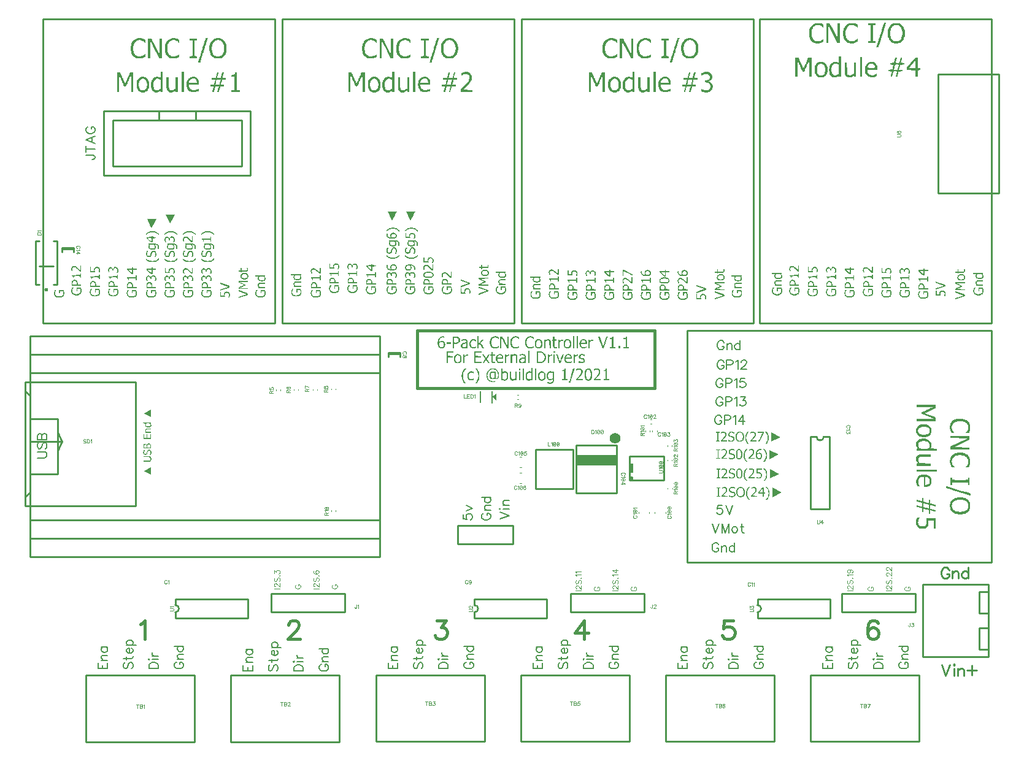
<source format=gbr>
G04 DipTrace 4.0.0.2*
G04 TopSilk.gbr*
%MOIN*%
G04 #@! TF.FileFunction,Legend,Top*
G04 #@! TF.Part,Single*
%ADD10C,0.009843*%
%ADD12C,0.004724*%
%ADD26C,0.01*%
%ADD27C,0.015*%
%ADD29C,0.003937*%
%ADD35C,0.005906*%
%ADD104C,0.003088*%
%ADD105C,0.00772*%
%ADD106C,0.009264*%
%ADD107C,0.015439*%
%ADD108C,0.004632*%
%FSLAX26Y26*%
G04*
G70*
G90*
G75*
G01*
G04 TopSilk*
%LPD*%
X2343785Y2488488D2*
D10*
X2406714D1*
X2343785Y2495937D2*
X2406714D1*
X2343785D2*
Y2472378D1*
X2406714Y2495937D2*
Y2472378D1*
X570434Y3057664D2*
X633364D1*
X570434Y3065113D2*
X633364D1*
X570434D2*
Y3041554D1*
X633364Y3065113D2*
Y3041554D1*
X3790454Y1620071D2*
D12*
Y1629520D1*
X3847934Y1620071D2*
Y1629520D1*
X3702899Y1620071D2*
Y1629520D1*
X3760379Y1620071D2*
Y1629520D1*
X3772888Y2108638D2*
D29*
X3766589D1*
X3772888Y2132260D2*
X3766589D1*
X3800739Y2070710D2*
Y2064411D1*
X3777117Y2070710D2*
Y2064411D1*
X3057163Y1928173D2*
D12*
X3066612D1*
X3057163Y1870693D2*
X3066612D1*
X3057163Y1841559D2*
X3066612D1*
X3057163Y1784079D2*
X3066612D1*
X444238Y2866028D2*
D10*
X424549D1*
X424545Y3102252D1*
X444234Y3102253D1*
X522970Y2866030D2*
X542659D1*
X542655Y3102254D1*
X522966D1*
X444236Y2964474D2*
X522969Y2964476D1*
G36*
X493443Y2836507D2*
X493359Y2835223D1*
X493108Y2833960D1*
X492695Y2832742D1*
X492125Y2831587D1*
X491410Y2830517D1*
X490562Y2829550D1*
X489594Y2828701D1*
X488524Y2827986D1*
X487370Y2827417D1*
X486151Y2827003D1*
X484889Y2826752D1*
X483605Y2826668D1*
X482321Y2826752D1*
X481059Y2827003D1*
X479840Y2827417D1*
X478686Y2827986D1*
X477616Y2828701D1*
X476648Y2829550D1*
X475799Y2830517D1*
X475084Y2831587D1*
X474515Y2832741D1*
X474102Y2833960D1*
X473850Y2835222D1*
X473766Y2836506D1*
Y2836525D1*
X473850Y2837809D1*
X474101Y2839071D1*
X474515Y2840290D1*
X475084Y2841444D1*
X475799Y2842514D1*
X476648Y2843482D1*
X477615Y2844330D1*
X478685Y2845045D1*
X479840Y2845615D1*
X481058Y2846028D1*
X482320Y2846279D1*
X483605Y2846364D1*
X484889Y2846279D1*
X486151Y2846028D1*
X487370Y2845615D1*
X488524Y2845045D1*
X489594Y2844331D1*
X490562Y2843482D1*
X491410Y2842514D1*
X492125Y2841444D1*
X492694Y2840290D1*
X493108Y2839072D1*
X493359Y2837809D1*
X493443Y2836525D1*
Y2836507D1*
G37*
X3583341Y1990381D2*
D10*
X3363262Y1990375D1*
X3363269Y1730532D1*
X3583347Y1730538D1*
X3583341Y1990381D1*
G36*
X3583539Y1939199D2*
X3363066Y1939194D1*
X3363068Y1880139D1*
X3583540Y1880144D1*
X3583539Y1939199D1*
G37*
G36*
X3575662Y2057309D2*
X3579259Y2057074D1*
X3582795Y2056371D1*
X3586208Y2055212D1*
X3589441Y2053618D1*
X3592439Y2051615D1*
X3595149Y2049238D1*
X3597526Y2046528D1*
X3599529Y2043531D1*
X3601123Y2040297D1*
X3602282Y2036884D1*
X3602986Y2033348D1*
X3603222Y2029751D1*
X3602986Y2026154D1*
X3602283Y2022618D1*
X3601124Y2019205D1*
X3599530Y2015971D1*
X3597527Y2012974D1*
X3595150Y2010264D1*
X3592440Y2007887D1*
X3589443Y2005884D1*
X3586210Y2004289D1*
X3582796Y2003131D1*
X3579260Y2002427D1*
X3575663Y2002191D1*
X3571726D1*
X3568129Y2002427D1*
X3564593Y2003130D1*
X3561180Y2004289D1*
X3557947Y2005883D1*
X3554949Y2007886D1*
X3552239Y2010263D1*
X3549862Y2012973D1*
X3547859Y2015970D1*
X3546264Y2019203D1*
X3545106Y2022617D1*
X3544402Y2026152D1*
X3544166Y2029750D1*
X3544402Y2033347D1*
X3545105Y2036882D1*
X3546264Y2040296D1*
X3547858Y2043529D1*
X3549861Y2046527D1*
X3552238Y2049237D1*
X3554948Y2051614D1*
X3557945Y2053617D1*
X3561178Y2055211D1*
X3564592Y2056370D1*
X3568128Y2057074D1*
X3571725Y2057309D1*
X3575662D1*
G37*
X2106500Y1084157D2*
D10*
Y1184157D1*
X1706500Y1084157D2*
X2106500D1*
X1706500Y1184157D2*
X2106500D1*
X1706500Y1084157D2*
Y1184157D1*
X3731500Y1084157D2*
Y1184157D1*
X3331500Y1084157D2*
X3731500D1*
X3331500Y1184157D2*
X3731500D1*
X3331500Y1084157D2*
Y1184157D1*
X5206500Y1084157D2*
Y1184157D1*
X4806500Y1084157D2*
X5206500D1*
X4806500Y1184157D2*
X5206500D1*
X4806500Y1084157D2*
Y1184157D1*
X1919699Y2584157D2*
X1927301D1*
X468100D2*
X2294000D1*
X394000D2*
X468100D1*
X394000Y2484157D2*
Y2584157D1*
Y2484157D2*
X2294000D1*
Y2584157D1*
X1919699Y2484157D2*
X1927301D1*
X468100D2*
X2294000D1*
X394000D2*
X468100D1*
X394000Y2384157D2*
Y2484157D1*
Y2384157D2*
X2294000D1*
Y2484157D1*
X1919699Y1484157D2*
X1927301D1*
X468100D2*
X2294000D1*
X394000D2*
X468100D1*
X394000Y1384157D2*
Y1484157D1*
Y1384157D2*
X2294000D1*
Y1484157D1*
X1919699Y1584157D2*
X1927301D1*
X468100D2*
X2294000D1*
X394000D2*
X468100D1*
X394000Y1484157D2*
Y1584157D1*
Y1484157D2*
X2294000D1*
Y1584157D1*
X1543975Y3509172D2*
Y3759143D1*
X844025D1*
Y3509172D1*
X1543975D1*
X1293982Y3759143D2*
Y3809144D1*
X1094018D1*
Y3759143D1*
X1293982D1*
X1593606Y3458961D2*
Y3809354D1*
X794394D1*
Y3458961D1*
X1593606D1*
X3018999Y1554317D2*
X3019001Y1454317D1*
X2719001Y1454310D1*
X2718999Y1554310D2*
X2719001Y1454310D1*
X3018999Y1554317D2*
X2718999Y1554310D1*
X3346139Y1966756D2*
X3141415D1*
Y1754157D1*
X3346139D1*
Y1966756D1*
G36*
X2905476Y2253953D2*
X2930476Y2235202D1*
Y2272703D1*
D1*
X2905476Y2253953D1*
G37*
Y2222703D2*
D35*
Y2285202D1*
X2842829Y2224425D2*
Y2283480D1*
X1723921Y2655417D2*
D10*
Y4308961D1*
X464079D1*
Y2655417D1*
X1723921D1*
X3023921D2*
Y4308961D1*
X1764079D1*
Y2655417D1*
X3023921D1*
X4323921D2*
Y4308961D1*
X3064079D1*
Y2655417D1*
X4323921D1*
X5620322D2*
Y4308961D1*
X4360479D1*
Y2655417D1*
X5620322D1*
X3965260Y1354249D2*
X5618803D1*
Y2614092D1*
X3965260D1*
Y1354249D1*
X1732189Y2287651D2*
D12*
Y2293163D1*
X1755811Y2287651D2*
Y2293163D1*
X1829039Y2290850D2*
Y2296362D1*
X1852661Y2290850D2*
Y2296362D1*
X1931056Y2290850D2*
Y2296362D1*
X1954678Y2290850D2*
Y2296362D1*
X2032189Y2293901D2*
Y2299413D1*
X2055811Y2293902D2*
Y2299414D1*
X3047471Y2241096D2*
X3041959D1*
X3047471Y2264718D2*
X3041959D1*
X2032189Y1631462D2*
Y1636974D1*
X2055811Y1631462D2*
Y1636974D1*
X3884114Y1759276D2*
Y1753764D1*
X3860492Y1759276D2*
Y1753764D1*
X3762900Y2070423D2*
Y2064911D1*
X3739278Y2070423D2*
Y2064911D1*
X3883419Y1912793D2*
Y1907281D1*
X3859797Y1912793D2*
Y1907281D1*
X3883327Y1990756D2*
Y1985244D1*
X3859705Y1990756D2*
Y1985244D1*
X369591Y2286404D2*
D10*
X394610Y2261429D1*
X369591Y2336421D2*
Y1661421D1*
X969591D1*
Y2336421D1*
X369591D1*
X394610Y2261429D2*
Y1736413D1*
X369591Y1711438D1*
X394610Y2011408D2*
X569571D1*
X544610Y2061427D1*
X569571Y2011408D2*
X544610Y1961391D1*
X699118Y740457D2*
Y378252D1*
X1289669D1*
Y740457D1*
X699118D1*
X1486520D2*
Y378252D1*
X2077071D1*
Y740457D1*
X1486520D1*
X2273921Y742740D2*
Y380535D1*
X2864472D1*
Y742740D1*
X2273921D1*
X5247148Y841982D2*
X5601479D1*
Y1235682D1*
X5247148D1*
Y841982D1*
X5552262Y881352D2*
X5601479D1*
Y999462D1*
X5552262D1*
Y881352D1*
Y1078202D2*
X5601479D1*
Y1196312D1*
X5552262D1*
Y1078202D1*
X3061323Y742740D2*
Y380535D1*
X3651874D1*
Y742740D1*
X3061323D1*
X3848724D2*
Y380535D1*
X4439276D1*
Y742740D1*
X3848724D1*
X4636126D2*
Y380535D1*
X5226677D1*
Y742740D1*
X4636126D1*
X1184665Y1051769D2*
X1578335D1*
X1184665Y1154144D2*
X1578335D1*
Y1051769D2*
Y1154144D1*
X1184665Y1051769D2*
Y1083262D1*
Y1122651D2*
Y1154144D1*
Y1083262D2*
G03X1184665Y1122651I-10J19694D01*
G01*
X2809665Y1051769D2*
X3203335D1*
X2809665Y1154144D2*
X3203335D1*
Y1051769D2*
Y1154144D1*
X2809665Y1051769D2*
Y1083262D1*
Y1122651D2*
Y1154144D1*
Y1083262D2*
G03X2809665Y1122651I-10J19694D01*
G01*
X4347165Y1051769D2*
X4740835D1*
X4347165Y1154144D2*
X4740835D1*
Y1051769D2*
Y1154144D1*
X4347165Y1051769D2*
Y1083262D1*
Y1122651D2*
Y1154144D1*
Y1083262D2*
G03X4347165Y1122651I-10J19694D01*
G01*
X4636562Y2037241D2*
Y1643572D1*
X4738937Y2037241D2*
Y1643572D1*
X4636562D2*
X4738937D1*
X4636562Y2037241D2*
X4668055D1*
X4707444D2*
X4738937D1*
X4668055D2*
G03X4707444Y2037241I19694J11D01*
G01*
X5329000Y3361657D2*
X5659000D1*
Y4006657D1*
X5329000D1*
Y3361657D1*
X3652930Y1930134D2*
Y1802177D1*
X3839938D1*
Y1930134D1*
X3652930D1*
G36*
Y1812036D2*
X3653015Y1813321D1*
X3653266Y1814584D1*
X3653680Y1815804D1*
X3654250Y1816959D1*
X3654965Y1818030D1*
X3655814Y1818998D1*
X3656783Y1819847D1*
X3657853Y1820563D1*
X3659008Y1821132D1*
X3660228Y1821546D1*
X3661491Y1821798D1*
X3662776Y1821882D1*
X3664061Y1821798D1*
X3665325Y1821546D1*
X3666544Y1821132D1*
X3667699Y1820563D1*
X3668770Y1819847D1*
X3669738Y1818998D1*
X3670587Y1818030D1*
X3671303Y1816959D1*
X3671873Y1815804D1*
X3672287Y1814584D1*
X3672538Y1813321D1*
X3672622Y1812036D1*
Y1812023D1*
X3672538Y1810738D1*
X3672287Y1809475D1*
X3671873Y1808255D1*
X3671303Y1807100D1*
X3670587Y1806029D1*
X3669738Y1805061D1*
X3668770Y1804212D1*
X3667699Y1803496D1*
X3666544Y1802927D1*
X3665325Y1802513D1*
X3664061Y1802261D1*
X3662776Y1802177D1*
X3661491Y1802261D1*
X3660228Y1802513D1*
X3659008Y1802927D1*
X3657853Y1803496D1*
X3656783Y1804212D1*
X3655814Y1805061D1*
X3654965Y1806029D1*
X3654250Y1807100D1*
X3653680Y1808255D1*
X3653266Y1809475D1*
X3653015Y1810738D1*
X3652930Y1812023D1*
Y1812036D1*
G37*
G36*
Y1890780D2*
Y1841559D1*
X3672622D1*
Y1890780D1*
X3652930D1*
G37*
X394000Y2384157D2*
D26*
X2294000D1*
Y1584157D1*
X394000D1*
Y2384157D1*
Y2134157D2*
X544000D1*
Y1834157D1*
X394000D1*
Y2134157D1*
X2500249Y2615407D2*
D27*
X3787749D1*
Y2302907D1*
X2500249D1*
Y2615407D1*
G36*
X1357926Y3155494D2*
X1351365Y3154837D1*
X1348084Y3154181D1*
X1343491Y3152869D1*
X1340210Y3151557D1*
X1336273Y3149588D1*
X1332992Y3147620D1*
X1331024Y3146307D1*
X1328399Y3144339D1*
X1325774Y3141714D1*
Y3134496D1*
X1330367Y3138433D1*
X1333648Y3141058D1*
X1336929Y3143026D1*
X1337585Y3143683D1*
X1340210Y3144995D1*
X1342178Y3145651D1*
X1343491Y3146307D1*
X1347428Y3147620D1*
X1350052Y3148276D1*
X1353989Y3148932D1*
X1358145Y3149588D1*
X1362301D1*
X1366457Y3148932D1*
X1370394Y3148276D1*
X1375643Y3146963D1*
X1376955Y3146307D1*
X1378924Y3145651D1*
X1385485Y3142370D1*
X1386142Y3141714D1*
X1388110Y3140402D1*
X1394672Y3134496D1*
Y3142370D1*
X1393359Y3143683D1*
X1390735Y3145651D1*
X1386798Y3148276D1*
X1378924Y3152213D1*
X1374987Y3153525D1*
X1372362Y3154181D1*
X1369081Y3154837D1*
X1363176Y3155494D1*
X1357926D1*
G37*
G36*
X1376299Y3125310D2*
X1375643Y3124654D1*
Y3116124D1*
X1327743Y3115467D1*
Y3110874D1*
X1331680Y3109562D1*
X1334304Y3106937D1*
Y3105625D1*
X1334961Y3099719D1*
X1338898D1*
Y3108906D1*
X1351146Y3109562D1*
X1363394D1*
X1375643Y3108906D1*
Y3099719D1*
X1380236D1*
Y3125310D1*
X1376299D1*
G37*
G36*
X1342178Y3080034D2*
X1341963Y3079238D1*
X1341522Y3078722D1*
X1340866Y3076753D1*
X1340210Y3075441D1*
X1339554Y3071504D1*
Y3069536D1*
X1340210Y3066255D1*
X1340866Y3064286D1*
X1341522Y3062974D1*
X1342835Y3061005D1*
X1346115Y3057725D1*
X1351365Y3055100D1*
X1353333Y3054444D1*
X1356614Y3053788D1*
X1364488D1*
X1367769Y3054444D1*
X1370394Y3055100D1*
X1373018Y3056412D1*
X1374987Y3057725D1*
X1377611Y3060349D1*
X1378924Y3062974D1*
X1379580Y3064942D1*
Y3072816D1*
X1378924Y3074785D1*
X1377611Y3077410D1*
X1375643Y3079378D1*
Y3080034D1*
X1378049Y3080690D1*
X1380455D1*
X1382861Y3080034D1*
X1384829Y3079378D1*
X1387454Y3078066D1*
X1388766Y3076753D1*
Y3076097D1*
X1389422Y3074785D1*
X1390079Y3074129D1*
Y3064942D1*
X1389422Y3064286D1*
X1388110Y3059037D1*
X1387454Y3057725D1*
X1394016D1*
X1394672Y3059693D1*
X1395328Y3062974D1*
Y3074129D1*
X1394672Y3076753D1*
X1393359Y3079378D1*
X1392047Y3081347D1*
X1390079Y3083315D1*
X1386142Y3085284D1*
X1384173Y3085940D1*
X1380892Y3086596D1*
X1340866D1*
Y3081347D1*
X1342178Y3080034D1*
X1347428D1*
X1355083Y3080690D1*
X1362738D1*
X1370394Y3080034D1*
X1372362Y3078066D1*
Y3077410D1*
X1373018Y3076097D1*
X1373674Y3074129D1*
X1374331Y3073473D1*
Y3066911D1*
X1373674Y3066255D1*
Y3064942D1*
X1371706Y3062974D1*
X1369081Y3061662D1*
X1367113Y3061005D1*
X1362738Y3060349D1*
X1358364D1*
X1353989Y3061005D1*
X1352021Y3061662D1*
X1349396Y3062974D1*
X1346115Y3066255D1*
Y3066911D1*
X1345459Y3068879D1*
X1344803Y3069536D1*
Y3073473D1*
X1345459Y3074129D1*
X1346115Y3076753D1*
X1346772Y3078722D1*
X1347428Y3080034D1*
X1342178D1*
G37*
G36*
X1362520Y3049194D2*
X1360551Y3048538D1*
X1357926Y3047226D1*
X1354646Y3043945D1*
X1352677Y3040008D1*
X1352021Y3038040D1*
X1349396Y3027541D1*
X1348084Y3024916D1*
Y3024260D1*
X1346772Y3022948D1*
X1344147Y3021635D1*
X1341960Y3020979D1*
X1339772D1*
X1337585Y3021635D1*
X1336273Y3022292D1*
X1333648Y3024916D1*
Y3025572D1*
X1332992Y3026885D1*
X1332336Y3029509D1*
X1331680Y3030166D1*
Y3034759D1*
X1332336Y3035415D1*
X1332992Y3038040D1*
X1333648Y3040008D1*
X1335617Y3043945D1*
X1337585Y3046570D1*
Y3047226D1*
X1329711D1*
X1329055Y3045914D1*
X1327743Y3041977D1*
X1327086Y3039352D1*
X1326430Y3033446D1*
Y3030166D1*
X1327086Y3026229D1*
X1327743Y3024260D1*
X1329711Y3020323D1*
X1332992Y3017042D1*
X1334961Y3015730D1*
X1336273Y3015074D1*
X1338241Y3014418D1*
X1345459D1*
X1347428Y3015074D1*
X1350052Y3016386D1*
X1353333Y3019667D1*
X1355302Y3023604D1*
X1355958Y3025572D1*
X1358583Y3036071D1*
X1359239Y3038040D1*
Y3038696D1*
X1361207Y3040664D1*
X1363832Y3041977D1*
X1365800Y3042633D1*
X1367769D1*
X1371706Y3041320D1*
X1374987Y3038040D1*
Y3037383D1*
X1375643Y3036071D1*
X1376299Y3035415D1*
Y3026229D1*
X1375643Y3025572D1*
X1374987Y3022948D1*
X1373018Y3019011D1*
X1371706Y3017042D1*
X1369081Y3013761D1*
X1377611D1*
X1378268Y3014418D1*
X1378924Y3016386D1*
X1379580Y3017698D1*
X1380892Y3021635D1*
X1381548Y3024916D1*
Y3036071D1*
X1380892Y3038696D1*
X1379580Y3041320D1*
X1378268Y3043289D1*
X1374987Y3046570D1*
X1371050Y3048538D1*
X1369081Y3049194D1*
X1362520D1*
G37*
G36*
X1325774Y3007200D2*
Y2999982D1*
X1327086Y2998669D1*
X1329711Y2996701D1*
X1335617Y2992764D1*
X1339554Y2990795D1*
X1342835Y2989483D1*
X1346772Y2988171D1*
X1349396Y2987515D1*
X1353989Y2986858D1*
X1367113D1*
X1371050Y2987515D1*
X1374331Y2988171D1*
X1378268Y2989483D1*
X1387454Y2994076D1*
X1389422Y2995389D1*
X1394672Y2999326D1*
Y3007200D1*
X1390079Y3003263D1*
X1386798Y3000638D1*
X1386142Y2999982D1*
X1378268Y2996045D1*
X1372362Y2994076D1*
X1369081Y2993420D1*
X1363394Y2992764D1*
X1357708D1*
X1352021Y2993420D1*
X1348740Y2994076D1*
X1342835Y2996045D1*
X1341522Y2996701D1*
X1339554Y2997357D1*
X1338241Y2998013D1*
X1337585Y2998669D1*
X1334304Y3000638D1*
X1332336Y3001950D1*
X1326430Y3007200D1*
X1325774D1*
G37*
G36*
X1361207Y2954706D2*
X1359239Y2954050D1*
X1357926Y2953394D1*
X1353989Y2949457D1*
X1352677Y2946832D1*
Y2944864D1*
X1351877Y2944179D1*
X1351118Y2944264D1*
X1350709Y2944864D1*
Y2946176D1*
X1349396Y2948801D1*
X1346115Y2952082D1*
X1343491Y2953394D1*
X1340866Y2954050D1*
X1337585D1*
X1334961Y2953394D1*
X1332336Y2952082D1*
X1329055Y2948801D1*
X1327743Y2946176D1*
X1327086Y2944208D1*
X1326430Y2939614D1*
Y2936990D1*
X1327086Y2932397D1*
X1327743Y2929772D1*
X1329055Y2925835D1*
X1330367Y2924523D1*
X1336273D1*
Y2925179D1*
X1333648Y2930428D1*
X1332992Y2932397D1*
X1332336Y2935021D1*
X1331680Y2935677D1*
Y2939614D1*
X1332336Y2940271D1*
X1332992Y2942895D1*
Y2943551D1*
X1335617Y2946176D1*
X1337585Y2946832D1*
X1339116Y2947488D1*
X1340647D1*
X1342178Y2946832D1*
X1345459Y2945520D1*
X1346772Y2944864D1*
X1347300Y2944017D1*
X1347428Y2943551D1*
X1348740Y2940927D1*
X1349396Y2934365D1*
X1354646D1*
X1355302Y2940271D1*
X1355958Y2942895D1*
X1356614Y2944208D1*
Y2944864D1*
X1357926Y2946176D1*
X1360551Y2947488D1*
X1363613Y2948145D1*
X1366675D1*
X1369737Y2947488D1*
X1372362Y2946176D1*
X1374987Y2943551D1*
Y2942895D1*
X1375643Y2941583D1*
X1376299Y2940927D1*
Y2932397D1*
X1375643Y2931740D1*
X1374987Y2929772D1*
X1374331Y2928460D1*
X1373674Y2926491D1*
X1372362Y2924523D1*
X1371706Y2923210D1*
X1378268D1*
X1378924Y2923866D1*
X1379580Y2925179D1*
X1380892Y2929116D1*
X1381548Y2932397D1*
Y2942239D1*
X1380236Y2946176D1*
X1378924Y2948145D1*
X1374987Y2952082D1*
X1373018Y2953394D1*
X1369081Y2954706D1*
X1361207D1*
G37*
G36*
Y2914680D2*
X1359239Y2914024D1*
X1357926Y2913368D1*
X1353989Y2909431D1*
X1352677Y2906806D1*
Y2904837D1*
X1351877Y2904153D1*
X1351118Y2904238D1*
X1350709Y2904837D1*
Y2906150D1*
X1349396Y2908774D1*
X1346115Y2912055D1*
X1343491Y2913368D1*
X1340866Y2914024D1*
X1337585D1*
X1334961Y2913368D1*
X1332336Y2912055D1*
X1329055Y2908774D1*
X1327743Y2906150D1*
X1327086Y2904181D1*
X1326430Y2899588D1*
Y2896963D1*
X1327086Y2892370D1*
X1327743Y2889746D1*
X1329055Y2885809D1*
X1330367Y2884496D1*
X1336273D1*
Y2885152D1*
X1333648Y2890402D1*
X1332992Y2892370D1*
X1332336Y2894995D1*
X1331680Y2895651D1*
Y2899588D1*
X1332336Y2900244D1*
X1332992Y2902869D1*
Y2903525D1*
X1335617Y2906150D1*
X1337585Y2906806D1*
X1339116Y2907462D1*
X1340647D1*
X1342178Y2906806D1*
X1345459Y2905494D1*
X1346772Y2904837D1*
X1347300Y2903990D1*
X1347428Y2903525D1*
X1348740Y2900900D1*
X1349396Y2894339D1*
X1354646D1*
X1355302Y2900244D1*
X1355958Y2902869D1*
X1356614Y2904181D1*
Y2904837D1*
X1357926Y2906150D1*
X1360551Y2907462D1*
X1363613Y2908118D1*
X1366675D1*
X1369737Y2907462D1*
X1372362Y2906150D1*
X1374987Y2903525D1*
Y2902869D1*
X1375643Y2901557D1*
X1376299Y2900900D1*
Y2892370D1*
X1375643Y2891714D1*
X1374987Y2889746D1*
X1374331Y2888433D1*
X1373674Y2886465D1*
X1372362Y2884496D1*
X1371706Y2883184D1*
X1378268D1*
X1378924Y2883840D1*
X1379580Y2885152D1*
X1380892Y2889089D1*
X1381548Y2892370D1*
Y2902213D1*
X1380236Y2906150D1*
X1378924Y2908118D1*
X1374987Y2912055D1*
X1373018Y2913368D1*
X1369081Y2914680D1*
X1361207D1*
G37*
G36*
X1330367Y2870717D2*
X1330152Y2869921D1*
X1329711Y2869404D1*
X1329055Y2868092D1*
X1328399Y2865467D1*
X1327743Y2860218D1*
Y2845126D1*
X1380236D1*
Y2851688D1*
X1360551Y2852344D1*
Y2863499D1*
X1359895Y2866124D1*
X1359239Y2868092D1*
X1357926Y2870717D1*
X1353333Y2875310D1*
X1351365Y2876622D1*
X1347428Y2877935D1*
X1340210D1*
X1337585Y2877278D1*
X1336273Y2876622D1*
X1334304Y2875310D1*
X1331024Y2872029D1*
X1330367Y2870717D1*
X1340210D1*
X1342616Y2871373D1*
X1345022D1*
X1347428Y2870717D1*
X1349396Y2870061D1*
X1350709Y2869404D1*
X1353989Y2866124D1*
Y2865467D1*
X1354646Y2863499D1*
X1355302Y2862843D1*
Y2852344D1*
X1347865Y2851688D1*
X1340429D1*
X1332992Y2852344D1*
Y2860874D1*
X1333648Y2861530D1*
X1334304Y2864811D1*
X1335617Y2867436D1*
X1335744Y2867901D1*
X1336273Y2868748D1*
X1340210Y2870717D1*
X1330367D1*
G37*
G36*
X1331680Y2835940D2*
X1330367Y2834627D1*
X1329711Y2832659D1*
X1328399Y2830034D1*
X1327743Y2828066D1*
X1327086Y2825441D1*
X1326430Y2820192D1*
Y2816911D1*
X1327086Y2812318D1*
X1328399Y2808381D1*
X1330367Y2804444D1*
X1331680Y2802475D1*
X1334304Y2799851D1*
X1336929Y2797882D1*
X1340866Y2795914D1*
X1344803Y2794601D1*
X1347428Y2793945D1*
X1361207D1*
X1366457Y2795257D1*
X1371706Y2797882D1*
X1373674Y2799194D1*
X1376955Y2802475D1*
X1378268Y2804444D1*
X1380236Y2808381D1*
X1380892Y2810349D1*
X1381548Y2812974D1*
Y2823473D1*
X1380892Y2826753D1*
X1379580Y2830690D1*
X1378924Y2832003D1*
X1378268Y2833971D1*
X1377611Y2835284D1*
X1376955Y2835940D1*
X1353989D1*
Y2817567D1*
X1354646Y2816911D1*
X1359895D1*
Y2828722D1*
X1364926Y2829378D1*
X1369956D1*
X1374987Y2828722D1*
Y2828066D1*
X1375643Y2825441D1*
X1376299Y2824785D1*
Y2813630D1*
X1375643Y2812974D1*
X1374987Y2811005D1*
X1373674Y2809037D1*
Y2808381D1*
X1370394Y2805100D1*
X1369081Y2804444D1*
X1368425Y2803788D1*
X1365800Y2802475D1*
X1363832Y2801819D1*
X1360551Y2801163D1*
X1356177Y2800507D1*
X1351802D1*
X1347428Y2801163D1*
X1344803Y2801819D1*
X1342835Y2802475D1*
X1338898Y2804444D1*
X1337585Y2805756D1*
X1336273Y2806412D1*
X1335495Y2807150D1*
X1335617Y2807725D1*
X1333648Y2810349D1*
X1332992Y2812318D1*
X1332336Y2814942D1*
X1331680Y2815599D1*
Y2820192D1*
X1332336Y2820848D1*
X1332992Y2824129D1*
X1333648Y2826753D1*
X1335617Y2830690D1*
X1337585Y2833315D1*
X1338898Y2835284D1*
Y2835940D1*
X1331680D1*
G37*
G36*
X1257533Y3155494D2*
X1250971Y3154837D1*
X1247690Y3154181D1*
X1243097Y3152869D1*
X1239816Y3151557D1*
X1235879Y3149588D1*
X1232598Y3147620D1*
X1230630Y3146307D1*
X1228005Y3144339D1*
X1225380Y3141714D1*
Y3134496D1*
X1229974Y3138433D1*
X1233254Y3141058D1*
X1236535Y3143026D1*
X1237191Y3143683D1*
X1239816Y3144995D1*
X1241785Y3145651D1*
X1243097Y3146307D1*
X1247034Y3147620D1*
X1249659Y3148276D1*
X1253596Y3148932D1*
X1257751Y3149588D1*
X1261907D1*
X1266063Y3148932D1*
X1270000Y3148276D1*
X1275249Y3146963D1*
X1276562Y3146307D1*
X1278530Y3145651D1*
X1285092Y3142370D1*
X1285748Y3141714D1*
X1287716Y3140402D1*
X1294278Y3134496D1*
Y3142370D1*
X1292966Y3143683D1*
X1290341Y3145651D1*
X1286404Y3148276D1*
X1278530Y3152213D1*
X1274593Y3153525D1*
X1271968Y3154181D1*
X1268688Y3154837D1*
X1262782Y3155494D1*
X1257533D1*
G37*
G36*
X1274593Y3127935D2*
Y3103000D1*
X1273897Y3102288D1*
X1273558Y3102394D1*
X1273281Y3103000D1*
X1258189Y3118092D1*
X1254908Y3120717D1*
X1250971Y3123341D1*
X1249659Y3123998D1*
X1247690Y3124654D1*
X1245065Y3125310D1*
X1236535D1*
X1234567Y3124654D1*
X1231942Y3123341D1*
X1228661Y3120061D1*
X1227349Y3117436D1*
X1226693Y3115467D1*
X1226037Y3111530D1*
Y3108906D1*
X1226693Y3104313D1*
X1227349Y3101688D1*
X1228661Y3097751D1*
X1229317Y3097095D1*
X1235879D1*
X1233254Y3102344D1*
X1232598Y3104313D1*
X1231942Y3106937D1*
X1231286Y3107593D1*
Y3111530D1*
X1231942Y3112187D1*
X1232598Y3114155D1*
Y3114811D1*
X1235223Y3117436D1*
X1236535Y3118092D1*
X1239597Y3118748D1*
X1242660D1*
X1245722Y3118092D1*
X1247690Y3117436D1*
X1250315Y3116124D1*
X1250971Y3115467D1*
X1252940Y3114155D1*
X1255564Y3112187D1*
X1260157Y3108250D1*
X1273281Y3095782D1*
X1279842D1*
Y3127935D1*
X1274593D1*
G37*
G36*
X1241785Y3080034D2*
X1241569Y3079238D1*
X1241128Y3078722D1*
X1240472Y3076753D1*
X1239816Y3075441D1*
X1239160Y3071504D1*
Y3069536D1*
X1239816Y3066255D1*
X1240472Y3064286D1*
X1241128Y3062974D1*
X1242441Y3061005D1*
X1245722Y3057725D1*
X1250971Y3055100D1*
X1252940Y3054444D1*
X1256220Y3053788D1*
X1264094D1*
X1267375Y3054444D1*
X1270000Y3055100D1*
X1272625Y3056412D1*
X1274593Y3057725D1*
X1277218Y3060349D1*
X1278530Y3062974D1*
X1279186Y3064942D1*
Y3072816D1*
X1278530Y3074785D1*
X1277218Y3077410D1*
X1275249Y3079378D1*
Y3080034D1*
X1277655Y3080690D1*
X1280061D1*
X1282467Y3080034D1*
X1284436Y3079378D1*
X1287060Y3078066D1*
X1288373Y3076753D1*
Y3076097D1*
X1289029Y3074785D1*
X1289685Y3074129D1*
Y3064942D1*
X1289029Y3064286D1*
X1287716Y3059037D1*
X1287060Y3057725D1*
X1293622D1*
X1294278Y3059693D1*
X1294934Y3062974D1*
Y3074129D1*
X1294278Y3076753D1*
X1292966Y3079378D1*
X1291653Y3081347D1*
X1289685Y3083315D1*
X1285748Y3085284D1*
X1283779Y3085940D1*
X1280499Y3086596D1*
X1240472D1*
Y3081347D1*
X1241785Y3080034D1*
X1247034D1*
X1254689Y3080690D1*
X1262345D1*
X1270000Y3080034D1*
X1271968Y3078066D1*
Y3077410D1*
X1272625Y3076097D1*
X1273281Y3074129D1*
X1273937Y3073473D1*
Y3066911D1*
X1273281Y3066255D1*
Y3064942D1*
X1271312Y3062974D1*
X1268688Y3061662D1*
X1266719Y3061005D1*
X1262345Y3060349D1*
X1257970D1*
X1253596Y3061005D1*
X1251627Y3061662D1*
X1249003Y3062974D1*
X1245722Y3066255D1*
Y3066911D1*
X1245065Y3068879D1*
X1244409Y3069536D1*
Y3073473D1*
X1245065Y3074129D1*
X1245722Y3076753D1*
X1246378Y3078722D1*
X1247034Y3080034D1*
X1241785D1*
G37*
G36*
X1262126Y3049194D2*
X1260157Y3048538D1*
X1257533Y3047226D1*
X1254252Y3043945D1*
X1252283Y3040008D1*
X1251627Y3038040D1*
X1249003Y3027541D1*
X1247690Y3024916D1*
Y3024260D1*
X1246378Y3022948D1*
X1243753Y3021635D1*
X1241566Y3020979D1*
X1239379D1*
X1237191Y3021635D1*
X1235879Y3022292D1*
X1233254Y3024916D1*
Y3025572D1*
X1232598Y3026885D1*
X1231942Y3029509D1*
X1231286Y3030166D1*
Y3034759D1*
X1231942Y3035415D1*
X1232598Y3038040D1*
X1233254Y3040008D1*
X1235223Y3043945D1*
X1237191Y3046570D1*
Y3047226D1*
X1229317D1*
X1228661Y3045914D1*
X1227349Y3041977D1*
X1226693Y3039352D1*
X1226037Y3033446D1*
Y3030166D1*
X1226693Y3026229D1*
X1227349Y3024260D1*
X1229317Y3020323D1*
X1232598Y3017042D1*
X1234567Y3015730D1*
X1235879Y3015074D1*
X1237848Y3014418D1*
X1245065D1*
X1247034Y3015074D1*
X1249659Y3016386D1*
X1252940Y3019667D1*
X1254908Y3023604D1*
X1255564Y3025572D1*
X1258189Y3036071D1*
X1258845Y3038040D1*
Y3038696D1*
X1260814Y3040664D1*
X1263438Y3041977D1*
X1265407Y3042633D1*
X1267375D1*
X1271312Y3041320D1*
X1274593Y3038040D1*
Y3037383D1*
X1275249Y3036071D1*
X1275905Y3035415D1*
Y3026229D1*
X1275249Y3025572D1*
X1274593Y3022948D1*
X1272625Y3019011D1*
X1271312Y3017042D1*
X1268688Y3013761D1*
X1277218D1*
X1277874Y3014418D1*
X1278530Y3016386D1*
X1279186Y3017698D1*
X1280499Y3021635D1*
X1281155Y3024916D1*
Y3036071D1*
X1280499Y3038696D1*
X1279186Y3041320D1*
X1277874Y3043289D1*
X1274593Y3046570D1*
X1270656Y3048538D1*
X1268688Y3049194D1*
X1262126D1*
G37*
G36*
X1225380Y3007200D2*
Y2999982D1*
X1226693Y2998669D1*
X1229317Y2996701D1*
X1235223Y2992764D1*
X1239160Y2990795D1*
X1242441Y2989483D1*
X1246378Y2988171D1*
X1249003Y2987515D1*
X1253596Y2986858D1*
X1266719D1*
X1270656Y2987515D1*
X1273937Y2988171D1*
X1277874Y2989483D1*
X1287060Y2994076D1*
X1289029Y2995389D1*
X1294278Y2999326D1*
Y3007200D1*
X1289685Y3003263D1*
X1286404Y3000638D1*
X1285748Y2999982D1*
X1277874Y2996045D1*
X1271968Y2994076D1*
X1268688Y2993420D1*
X1263001Y2992764D1*
X1257314D1*
X1251627Y2993420D1*
X1248346Y2994076D1*
X1242441Y2996045D1*
X1241128Y2996701D1*
X1239160Y2997357D1*
X1237848Y2998013D1*
X1237191Y2998669D1*
X1233911Y3000638D1*
X1231942Y3001950D1*
X1226037Y3007200D1*
X1225380D1*
G37*
G36*
X1274593Y2956019D2*
Y2931084D1*
X1273897Y2930372D1*
X1273558Y2930478D1*
X1273281Y2931084D1*
X1258189Y2946176D1*
X1254908Y2948801D1*
X1250971Y2951425D1*
X1249659Y2952082D1*
X1247690Y2952738D1*
X1245065Y2953394D1*
X1236535D1*
X1234567Y2952738D1*
X1231942Y2951425D1*
X1228661Y2948145D1*
X1227349Y2945520D1*
X1226693Y2943551D1*
X1226037Y2939614D1*
Y2936990D1*
X1226693Y2932397D1*
X1227349Y2929772D1*
X1228661Y2925835D1*
X1229317Y2925179D1*
X1235879D1*
X1233254Y2930428D1*
X1232598Y2932397D1*
X1231942Y2935021D1*
X1231286Y2935677D1*
Y2939614D1*
X1231942Y2940271D1*
X1232598Y2942239D1*
Y2942895D1*
X1235223Y2945520D1*
X1236535Y2946176D1*
X1239597Y2946832D1*
X1242660D1*
X1245722Y2946176D1*
X1247690Y2945520D1*
X1250315Y2944208D1*
X1250971Y2943551D1*
X1252940Y2942239D1*
X1255564Y2940271D1*
X1260157Y2936334D1*
X1273281Y2923866D1*
X1279842D1*
Y2956019D1*
X1274593D1*
G37*
G36*
X1260814Y2914680D2*
X1258845Y2914024D1*
X1257533Y2913368D1*
X1253596Y2909431D1*
X1252283Y2906806D1*
Y2904837D1*
X1251483Y2904153D1*
X1250725Y2904238D1*
X1250315Y2904837D1*
Y2906150D1*
X1249003Y2908774D1*
X1245722Y2912055D1*
X1243097Y2913368D1*
X1240472Y2914024D1*
X1237191D1*
X1234567Y2913368D1*
X1231942Y2912055D1*
X1228661Y2908774D1*
X1227349Y2906150D1*
X1226693Y2904181D1*
X1226037Y2899588D1*
Y2896963D1*
X1226693Y2892370D1*
X1227349Y2889746D1*
X1228661Y2885809D1*
X1229974Y2884496D1*
X1235879D1*
Y2885152D1*
X1233254Y2890402D1*
X1232598Y2892370D1*
X1231942Y2894995D1*
X1231286Y2895651D1*
Y2899588D1*
X1231942Y2900244D1*
X1232598Y2902869D1*
Y2903525D1*
X1235223Y2906150D1*
X1237191Y2906806D1*
X1238723Y2907462D1*
X1240254D1*
X1241785Y2906806D1*
X1245065Y2905494D1*
X1246378Y2904837D1*
X1246906Y2903990D1*
X1247034Y2903525D1*
X1248346Y2900900D1*
X1249003Y2894339D1*
X1254252D1*
X1254908Y2900244D1*
X1255564Y2902869D1*
X1256220Y2904181D1*
Y2904837D1*
X1257533Y2906150D1*
X1260157Y2907462D1*
X1263219Y2908118D1*
X1266282D1*
X1269344Y2907462D1*
X1271968Y2906150D1*
X1274593Y2903525D1*
Y2902869D1*
X1275249Y2901557D1*
X1275905Y2900900D1*
Y2892370D1*
X1275249Y2891714D1*
X1274593Y2889746D1*
X1273937Y2888433D1*
X1273281Y2886465D1*
X1271968Y2884496D1*
X1271312Y2883184D1*
X1277874D1*
X1278530Y2883840D1*
X1279186Y2885152D1*
X1280499Y2889089D1*
X1281155Y2892370D1*
Y2902213D1*
X1279842Y2906150D1*
X1278530Y2908118D1*
X1274593Y2912055D1*
X1272625Y2913368D1*
X1268688Y2914680D1*
X1260814D1*
G37*
G36*
X1229974Y2870717D2*
X1229758Y2869921D1*
X1229317Y2869404D1*
X1228661Y2868092D1*
X1228005Y2865467D1*
X1227349Y2860218D1*
Y2845126D1*
X1279842D1*
Y2851688D1*
X1260157Y2852344D1*
Y2863499D1*
X1259501Y2866124D1*
X1258845Y2868092D1*
X1257533Y2870717D1*
X1252940Y2875310D1*
X1250971Y2876622D1*
X1247034Y2877935D1*
X1239816D1*
X1237191Y2877278D1*
X1235879Y2876622D1*
X1233911Y2875310D1*
X1230630Y2872029D1*
X1229974Y2870717D1*
X1239816D1*
X1242222Y2871373D1*
X1244628D1*
X1247034Y2870717D1*
X1249003Y2870061D1*
X1250315Y2869404D1*
X1253596Y2866124D1*
Y2865467D1*
X1254252Y2863499D1*
X1254908Y2862843D1*
Y2852344D1*
X1247471Y2851688D1*
X1240035D1*
X1232598Y2852344D1*
Y2860874D1*
X1233254Y2861530D1*
X1233911Y2864811D1*
X1235223Y2867436D1*
X1235351Y2867901D1*
X1235879Y2868748D1*
X1239816Y2870717D1*
X1229974D1*
G37*
G36*
X1231286Y2835940D2*
X1229974Y2834627D1*
X1229317Y2832659D1*
X1228005Y2830034D1*
X1227349Y2828066D1*
X1226693Y2825441D1*
X1226037Y2820192D1*
Y2816911D1*
X1226693Y2812318D1*
X1228005Y2808381D1*
X1229974Y2804444D1*
X1231286Y2802475D1*
X1233911Y2799851D1*
X1236535Y2797882D1*
X1240472Y2795914D1*
X1244409Y2794601D1*
X1247034Y2793945D1*
X1260814D1*
X1266063Y2795257D1*
X1271312Y2797882D1*
X1273281Y2799194D1*
X1276562Y2802475D1*
X1277874Y2804444D1*
X1279842Y2808381D1*
X1280499Y2810349D1*
X1281155Y2812974D1*
Y2823473D1*
X1280499Y2826753D1*
X1279186Y2830690D1*
X1278530Y2832003D1*
X1277874Y2833971D1*
X1277218Y2835284D1*
X1276562Y2835940D1*
X1253596D1*
Y2817567D1*
X1254252Y2816911D1*
X1259501D1*
Y2828722D1*
X1264532Y2829378D1*
X1269562D1*
X1274593Y2828722D1*
Y2828066D1*
X1275249Y2825441D1*
X1275905Y2824785D1*
Y2813630D1*
X1275249Y2812974D1*
X1274593Y2811005D1*
X1273281Y2809037D1*
Y2808381D1*
X1270000Y2805100D1*
X1268688Y2804444D1*
X1268031Y2803788D1*
X1265407Y2802475D1*
X1263438Y2801819D1*
X1260157Y2801163D1*
X1255783Y2800507D1*
X1251408D1*
X1247034Y2801163D1*
X1244409Y2801819D1*
X1242441Y2802475D1*
X1238504Y2804444D1*
X1237191Y2805756D1*
X1235879Y2806412D1*
X1235101Y2807150D1*
X1235223Y2807725D1*
X1233254Y2810349D1*
X1232598Y2812318D1*
X1231942Y2814942D1*
X1231286Y2815599D1*
Y2820192D1*
X1231942Y2820848D1*
X1232598Y2824129D1*
X1233254Y2826753D1*
X1235223Y2830690D1*
X1237191Y2833315D1*
X1238504Y2835284D1*
Y2835940D1*
X1231286D1*
G37*
G36*
X1131548Y3244076D2*
Y3243420D1*
X1153858Y3198801D1*
X1154514Y3196832D1*
X1155827Y3194208D1*
X1156483Y3193551D1*
X1171575Y3223735D1*
X1172231Y3225704D1*
X1181417Y3244076D1*
X1131548D1*
G37*
G36*
X1157795Y3155494D2*
X1151233Y3154837D1*
X1147953Y3154181D1*
X1143359Y3152869D1*
X1140079Y3151557D1*
X1136142Y3149588D1*
X1132861Y3147620D1*
X1130892Y3146307D1*
X1128268Y3144339D1*
X1125643Y3141714D1*
Y3134496D1*
X1130236Y3138433D1*
X1133517Y3141058D1*
X1136798Y3143026D1*
X1137454Y3143683D1*
X1140079Y3144995D1*
X1142047Y3145651D1*
X1143359Y3146307D1*
X1147296Y3147620D1*
X1149921Y3148276D1*
X1153858Y3148932D1*
X1158014Y3149588D1*
X1162170D1*
X1166325Y3148932D1*
X1170262Y3148276D1*
X1175512Y3146963D1*
X1176824Y3146307D1*
X1178793Y3145651D1*
X1185354Y3142370D1*
X1186010Y3141714D1*
X1187979Y3140402D1*
X1194541Y3134496D1*
Y3142370D1*
X1193228Y3143683D1*
X1190604Y3145651D1*
X1186667Y3148276D1*
X1178793Y3152213D1*
X1174856Y3153525D1*
X1172231Y3154181D1*
X1168950Y3154837D1*
X1163044Y3155494D1*
X1157795D1*
G37*
G36*
X1161076Y3126622D2*
X1159107Y3125966D1*
X1157795Y3125310D1*
X1153858Y3121373D1*
X1152546Y3118748D1*
Y3116780D1*
X1151746Y3116095D1*
X1150987Y3116180D1*
X1150577Y3116780D1*
Y3118092D1*
X1149265Y3120717D1*
X1145984Y3123998D1*
X1143359Y3125310D1*
X1140735Y3125966D1*
X1137454D1*
X1134829Y3125310D1*
X1132205Y3123998D1*
X1128924Y3120717D1*
X1127611Y3118092D1*
X1126955Y3116124D1*
X1126299Y3111530D1*
Y3108906D1*
X1126955Y3104313D1*
X1127611Y3101688D1*
X1128924Y3097751D1*
X1130236Y3096439D1*
X1136142D1*
Y3097095D1*
X1133517Y3102344D1*
X1132861Y3104313D1*
X1132205Y3106937D1*
X1131548Y3107593D1*
Y3111530D1*
X1132205Y3112187D1*
X1132861Y3114811D1*
Y3115467D1*
X1135485Y3118092D1*
X1137454Y3118748D1*
X1138985Y3119404D1*
X1140516D1*
X1142047Y3118748D1*
X1145328Y3117436D1*
X1146640Y3116780D1*
X1147169Y3115933D1*
X1147296Y3115467D1*
X1148609Y3112843D1*
X1149265Y3106281D1*
X1154514D1*
X1155170Y3112187D1*
X1155827Y3114811D1*
X1156483Y3116124D1*
Y3116780D1*
X1157795Y3118092D1*
X1160420Y3119404D1*
X1163482Y3120061D1*
X1166544D1*
X1169606Y3119404D1*
X1172231Y3118092D1*
X1174856Y3115467D1*
Y3114811D1*
X1175512Y3113499D1*
X1176168Y3112843D1*
Y3104313D1*
X1175512Y3103656D1*
X1174856Y3101688D1*
X1174199Y3100376D1*
X1173543Y3098407D1*
X1172231Y3096439D1*
X1171575Y3095126D1*
X1178136D1*
X1178793Y3095782D1*
X1179449Y3097095D1*
X1180761Y3101032D1*
X1181417Y3104313D1*
Y3114155D1*
X1180105Y3118092D1*
X1178793Y3120061D1*
X1174856Y3123998D1*
X1172887Y3125310D1*
X1168950Y3126622D1*
X1161076D1*
G37*
G36*
X1142047Y3080034D2*
X1141831Y3079238D1*
X1141391Y3078722D1*
X1140735Y3076753D1*
X1140079Y3075441D1*
X1139422Y3071504D1*
Y3069536D1*
X1140079Y3066255D1*
X1140735Y3064286D1*
X1141391Y3062974D1*
X1142703Y3061005D1*
X1145984Y3057725D1*
X1151233Y3055100D1*
X1153202Y3054444D1*
X1156483Y3053788D1*
X1164357D1*
X1167638Y3054444D1*
X1170262Y3055100D1*
X1172887Y3056412D1*
X1174856Y3057725D1*
X1177480Y3060349D1*
X1178793Y3062974D1*
X1179449Y3064942D1*
Y3072816D1*
X1178793Y3074785D1*
X1177480Y3077410D1*
X1175512Y3079378D1*
Y3080034D1*
X1177918Y3080690D1*
X1180324D1*
X1182730Y3080034D1*
X1184698Y3079378D1*
X1187323Y3078066D1*
X1188635Y3076753D1*
Y3076097D1*
X1189291Y3074785D1*
X1189947Y3074129D1*
Y3064942D1*
X1189291Y3064286D1*
X1187979Y3059037D1*
X1187323Y3057725D1*
X1193884D1*
X1194541Y3059693D1*
X1195197Y3062974D1*
Y3074129D1*
X1194541Y3076753D1*
X1193228Y3079378D1*
X1191916Y3081347D1*
X1189947Y3083315D1*
X1186010Y3085284D1*
X1184042Y3085940D1*
X1180761Y3086596D1*
X1140735D1*
Y3081347D1*
X1142047Y3080034D1*
X1147296D1*
X1154952Y3080690D1*
X1162607D1*
X1170262Y3080034D1*
X1172231Y3078066D1*
Y3077410D1*
X1172887Y3076097D1*
X1173543Y3074129D1*
X1174199Y3073473D1*
Y3066911D1*
X1173543Y3066255D1*
Y3064942D1*
X1171575Y3062974D1*
X1168950Y3061662D1*
X1166982Y3061005D1*
X1162607Y3060349D1*
X1158233D1*
X1153858Y3061005D1*
X1151890Y3061662D1*
X1149265Y3062974D1*
X1145984Y3066255D1*
Y3066911D1*
X1145328Y3068879D1*
X1144672Y3069536D1*
Y3073473D1*
X1145328Y3074129D1*
X1145984Y3076753D1*
X1146640Y3078722D1*
X1147296Y3080034D1*
X1142047D1*
G37*
G36*
X1162388Y3049194D2*
X1160420Y3048538D1*
X1157795Y3047226D1*
X1154514Y3043945D1*
X1152546Y3040008D1*
X1151890Y3038040D1*
X1149265Y3027541D1*
X1147953Y3024916D1*
Y3024260D1*
X1146640Y3022948D1*
X1144016Y3021635D1*
X1141828Y3020979D1*
X1139641D1*
X1137454Y3021635D1*
X1136142Y3022292D1*
X1133517Y3024916D1*
Y3025572D1*
X1132861Y3026885D1*
X1132205Y3029509D1*
X1131548Y3030166D1*
Y3034759D1*
X1132205Y3035415D1*
X1132861Y3038040D1*
X1133517Y3040008D1*
X1135485Y3043945D1*
X1137454Y3046570D1*
Y3047226D1*
X1129580D1*
X1128924Y3045914D1*
X1127611Y3041977D1*
X1126955Y3039352D1*
X1126299Y3033446D1*
Y3030166D1*
X1126955Y3026229D1*
X1127611Y3024260D1*
X1129580Y3020323D1*
X1132861Y3017042D1*
X1134829Y3015730D1*
X1136142Y3015074D1*
X1138110Y3014418D1*
X1145328D1*
X1147296Y3015074D1*
X1149921Y3016386D1*
X1153202Y3019667D1*
X1155170Y3023604D1*
X1155827Y3025572D1*
X1158451Y3036071D1*
X1159107Y3038040D1*
Y3038696D1*
X1161076Y3040664D1*
X1163701Y3041977D1*
X1165669Y3042633D1*
X1167638D1*
X1171575Y3041320D1*
X1174856Y3038040D1*
Y3037383D1*
X1175512Y3036071D1*
X1176168Y3035415D1*
Y3026229D1*
X1175512Y3025572D1*
X1174856Y3022948D1*
X1172887Y3019011D1*
X1171575Y3017042D1*
X1168950Y3013761D1*
X1177480D1*
X1178136Y3014418D1*
X1178793Y3016386D1*
X1179449Y3017698D1*
X1180761Y3021635D1*
X1181417Y3024916D1*
Y3036071D1*
X1180761Y3038696D1*
X1179449Y3041320D1*
X1178136Y3043289D1*
X1174856Y3046570D1*
X1170919Y3048538D1*
X1168950Y3049194D1*
X1162388D1*
G37*
G36*
X1125643Y3007200D2*
Y2999982D1*
X1126955Y2998669D1*
X1129580Y2996701D1*
X1135485Y2992764D1*
X1139422Y2990795D1*
X1142703Y2989483D1*
X1146640Y2988171D1*
X1149265Y2987515D1*
X1153858Y2986858D1*
X1166982D1*
X1170919Y2987515D1*
X1174199Y2988171D1*
X1178136Y2989483D1*
X1187323Y2994076D1*
X1189291Y2995389D1*
X1194541Y2999326D1*
Y3007200D1*
X1189947Y3003263D1*
X1186667Y3000638D1*
X1186010Y2999982D1*
X1178136Y2996045D1*
X1172231Y2994076D1*
X1168950Y2993420D1*
X1163263Y2992764D1*
X1157576D1*
X1151890Y2993420D1*
X1148609Y2994076D1*
X1142703Y2996045D1*
X1141391Y2996701D1*
X1139422Y2997357D1*
X1138110Y2998013D1*
X1137454Y2998669D1*
X1134173Y3000638D1*
X1132205Y3001950D1*
X1126299Y3007200D1*
X1125643D1*
G37*
G36*
X1161076Y2955362D2*
X1157795Y2954706D1*
X1153858Y2952738D1*
X1151233Y2950113D1*
X1149265Y2946176D1*
X1148609Y2944208D1*
X1147953Y2939614D1*
Y2936334D1*
X1148609Y2935677D1*
Y2933709D1*
X1143359Y2933053D1*
X1138110D1*
X1132861Y2933709D1*
Y2954706D1*
X1127611D1*
Y2926491D1*
X1154514D1*
Y2928460D1*
X1153858Y2933053D1*
X1153202Y2933709D1*
Y2938958D1*
X1153858Y2939614D1*
X1154514Y2942895D1*
X1155170Y2944208D1*
Y2944864D1*
X1156483Y2946176D1*
X1157795Y2946832D1*
X1161076Y2948145D1*
X1163263Y2948801D1*
X1165450D1*
X1167638Y2948145D1*
X1171575Y2946832D1*
X1172231Y2946176D1*
X1173543Y2945520D1*
X1174072Y2944673D1*
X1174199Y2944208D1*
X1175512Y2942239D1*
X1176168Y2941583D1*
Y2933709D1*
X1175512Y2933053D1*
X1174199Y2929116D1*
X1172887Y2926491D1*
X1171575Y2924523D1*
X1178793D1*
X1180105Y2927147D1*
X1181417Y2932397D1*
Y2942239D1*
X1180105Y2946176D1*
X1179449Y2947488D1*
X1177480Y2950113D1*
X1176824Y2950769D1*
X1174199Y2952738D1*
X1171575Y2954050D1*
X1169606Y2954706D1*
X1166325Y2955362D1*
X1161076D1*
G37*
G36*
Y2914680D2*
X1159107Y2914024D1*
X1157795Y2913368D1*
X1153858Y2909431D1*
X1152546Y2906806D1*
Y2904837D1*
X1151746Y2904153D1*
X1150987Y2904238D1*
X1150577Y2904837D1*
Y2906150D1*
X1149265Y2908774D1*
X1145984Y2912055D1*
X1143359Y2913368D1*
X1140735Y2914024D1*
X1137454D1*
X1134829Y2913368D1*
X1132205Y2912055D1*
X1128924Y2908774D1*
X1127611Y2906150D1*
X1126955Y2904181D1*
X1126299Y2899588D1*
Y2896963D1*
X1126955Y2892370D1*
X1127611Y2889746D1*
X1128924Y2885809D1*
X1130236Y2884496D1*
X1136142D1*
Y2885152D1*
X1133517Y2890402D1*
X1132861Y2892370D1*
X1132205Y2894995D1*
X1131548Y2895651D1*
Y2899588D1*
X1132205Y2900244D1*
X1132861Y2902869D1*
Y2903525D1*
X1135485Y2906150D1*
X1137454Y2906806D1*
X1138985Y2907462D1*
X1140516D1*
X1142047Y2906806D1*
X1145328Y2905494D1*
X1146640Y2904837D1*
X1147169Y2903990D1*
X1147296Y2903525D1*
X1148609Y2900900D1*
X1149265Y2894339D1*
X1154514D1*
X1155170Y2900244D1*
X1155827Y2902869D1*
X1156483Y2904181D1*
Y2904837D1*
X1157795Y2906150D1*
X1160420Y2907462D1*
X1163482Y2908118D1*
X1166544D1*
X1169606Y2907462D1*
X1172231Y2906150D1*
X1174856Y2903525D1*
Y2902869D1*
X1175512Y2901557D1*
X1176168Y2900900D1*
Y2892370D1*
X1175512Y2891714D1*
X1174856Y2889746D1*
X1174199Y2888433D1*
X1173543Y2886465D1*
X1172231Y2884496D1*
X1171575Y2883184D1*
X1178136D1*
X1178793Y2883840D1*
X1179449Y2885152D1*
X1180761Y2889089D1*
X1181417Y2892370D1*
Y2902213D1*
X1180105Y2906150D1*
X1178793Y2908118D1*
X1174856Y2912055D1*
X1172887Y2913368D1*
X1168950Y2914680D1*
X1161076D1*
G37*
G36*
X1130236Y2870717D2*
X1130020Y2869921D1*
X1129580Y2869404D1*
X1128924Y2868092D1*
X1128268Y2865467D1*
X1127611Y2860218D1*
Y2845126D1*
X1180105D1*
Y2851688D1*
X1160420Y2852344D1*
Y2863499D1*
X1159764Y2866124D1*
X1159107Y2868092D1*
X1157795Y2870717D1*
X1153202Y2875310D1*
X1151233Y2876622D1*
X1147296Y2877935D1*
X1140079D1*
X1137454Y2877278D1*
X1136142Y2876622D1*
X1134173Y2875310D1*
X1130892Y2872029D1*
X1130236Y2870717D1*
X1140079D1*
X1142485Y2871373D1*
X1144891D1*
X1147296Y2870717D1*
X1149265Y2870061D1*
X1150577Y2869404D1*
X1153858Y2866124D1*
Y2865467D1*
X1154514Y2863499D1*
X1155170Y2862843D1*
Y2852344D1*
X1147734Y2851688D1*
X1140297D1*
X1132861Y2852344D1*
Y2860874D1*
X1133517Y2861530D1*
X1134173Y2864811D1*
X1135485Y2867436D1*
X1135613Y2867901D1*
X1136142Y2868748D1*
X1140079Y2870717D1*
X1130236D1*
G37*
G36*
X1131548Y2835940D2*
X1130236Y2834627D1*
X1129580Y2832659D1*
X1128268Y2830034D1*
X1127611Y2828066D1*
X1126955Y2825441D1*
X1126299Y2820192D1*
Y2816911D1*
X1126955Y2812318D1*
X1128268Y2808381D1*
X1130236Y2804444D1*
X1131548Y2802475D1*
X1134173Y2799851D1*
X1136798Y2797882D1*
X1140735Y2795914D1*
X1144672Y2794601D1*
X1147296Y2793945D1*
X1161076D1*
X1166325Y2795257D1*
X1171575Y2797882D1*
X1173543Y2799194D1*
X1176824Y2802475D1*
X1178136Y2804444D1*
X1180105Y2808381D1*
X1180761Y2810349D1*
X1181417Y2812974D1*
Y2823473D1*
X1180761Y2826753D1*
X1179449Y2830690D1*
X1178793Y2832003D1*
X1178136Y2833971D1*
X1177480Y2835284D1*
X1176824Y2835940D1*
X1153858D1*
Y2817567D1*
X1154514Y2816911D1*
X1159764D1*
Y2828722D1*
X1164794Y2829378D1*
X1169825D1*
X1174856Y2828722D1*
Y2828066D1*
X1175512Y2825441D1*
X1176168Y2824785D1*
Y2813630D1*
X1175512Y2812974D1*
X1174856Y2811005D1*
X1173543Y2809037D1*
Y2808381D1*
X1170262Y2805100D1*
X1168950Y2804444D1*
X1168294Y2803788D1*
X1165669Y2802475D1*
X1163701Y2801819D1*
X1160420Y2801163D1*
X1156045Y2800507D1*
X1151671D1*
X1147296Y2801163D1*
X1144672Y2801819D1*
X1142703Y2802475D1*
X1138766Y2804444D1*
X1137454Y2805756D1*
X1136142Y2806412D1*
X1135363Y2807150D1*
X1135485Y2807725D1*
X1133517Y2810349D1*
X1132861Y2812318D1*
X1132205Y2814942D1*
X1131548Y2815599D1*
Y2820192D1*
X1132205Y2820848D1*
X1132861Y2824129D1*
X1133517Y2826753D1*
X1135485Y2830690D1*
X1137454Y2833315D1*
X1138766Y2835284D1*
Y2835940D1*
X1131548D1*
G37*
G36*
X1031155Y3221110D2*
Y3220454D1*
X1053464Y3175835D1*
X1054121Y3173866D1*
X1055433Y3171242D1*
X1056089Y3170585D1*
X1071181Y3200769D1*
X1071837Y3202738D1*
X1081024Y3221110D1*
X1031155D1*
G37*
G36*
X1057401Y3155494D2*
X1050840Y3154837D1*
X1047559Y3154181D1*
X1042966Y3152869D1*
X1039685Y3151557D1*
X1035748Y3149588D1*
X1032467Y3147620D1*
X1030499Y3146307D1*
X1027874Y3144339D1*
X1025249Y3141714D1*
Y3134496D1*
X1029842Y3138433D1*
X1033123Y3141058D1*
X1036404Y3143026D1*
X1037060Y3143683D1*
X1039685Y3144995D1*
X1041653Y3145651D1*
X1042966Y3146307D1*
X1046903Y3147620D1*
X1049527Y3148276D1*
X1053464Y3148932D1*
X1057620Y3149588D1*
X1061776D1*
X1065932Y3148932D1*
X1069869Y3148276D1*
X1075118Y3146963D1*
X1076430Y3146307D1*
X1078399Y3145651D1*
X1084961Y3142370D1*
X1085617Y3141714D1*
X1087585Y3140402D1*
X1094147Y3134496D1*
Y3142370D1*
X1092835Y3143683D1*
X1090210Y3145651D1*
X1086273Y3148276D1*
X1078399Y3152213D1*
X1074462Y3153525D1*
X1071837Y3154181D1*
X1068556Y3154837D1*
X1062651Y3155494D1*
X1057401D1*
G37*
G36*
X1027874Y3116124D2*
X1028530Y3115467D1*
X1049527Y3097095D1*
X1054121Y3093158D1*
X1061338D1*
Y3116124D1*
X1079711Y3116780D1*
Y3122685D1*
X1061338Y3123341D1*
Y3129247D1*
X1056089D1*
Y3123341D1*
X1027218Y3122685D1*
Y3116780D1*
X1027874Y3116124D1*
X1035092D1*
X1042091Y3116780D1*
X1049090D1*
X1056089Y3116124D1*
Y3099063D1*
X1055393Y3098351D1*
X1055054Y3098457D1*
X1054777Y3099063D1*
X1051496Y3102344D1*
X1046903Y3106281D1*
X1036404Y3115467D1*
X1035092Y3116124D1*
X1027874D1*
G37*
G36*
X1041653Y3080034D2*
X1041438Y3079238D1*
X1040997Y3078722D1*
X1040341Y3076753D1*
X1039685Y3075441D1*
X1039029Y3071504D1*
Y3069536D1*
X1039685Y3066255D1*
X1040341Y3064286D1*
X1040997Y3062974D1*
X1042310Y3061005D1*
X1045590Y3057725D1*
X1050840Y3055100D1*
X1052808Y3054444D1*
X1056089Y3053788D1*
X1063963D1*
X1067244Y3054444D1*
X1069869Y3055100D1*
X1072493Y3056412D1*
X1074462Y3057725D1*
X1077086Y3060349D1*
X1078399Y3062974D1*
X1079055Y3064942D1*
Y3072816D1*
X1078399Y3074785D1*
X1077086Y3077410D1*
X1075118Y3079378D1*
Y3080034D1*
X1077524Y3080690D1*
X1079930D1*
X1082336Y3080034D1*
X1084304Y3079378D1*
X1086929Y3078066D1*
X1088241Y3076753D1*
Y3076097D1*
X1088898Y3074785D1*
X1089554Y3074129D1*
Y3064942D1*
X1088898Y3064286D1*
X1087585Y3059037D1*
X1086929Y3057725D1*
X1093491D1*
X1094147Y3059693D1*
X1094803Y3062974D1*
Y3074129D1*
X1094147Y3076753D1*
X1092835Y3079378D1*
X1091522Y3081347D1*
X1089554Y3083315D1*
X1085617Y3085284D1*
X1083648Y3085940D1*
X1080367Y3086596D1*
X1040341D1*
Y3081347D1*
X1041653Y3080034D1*
X1046903D1*
X1054558Y3080690D1*
X1062213D1*
X1069869Y3080034D1*
X1071837Y3078066D1*
Y3077410D1*
X1072493Y3076097D1*
X1073149Y3074129D1*
X1073806Y3073473D1*
Y3066911D1*
X1073149Y3066255D1*
Y3064942D1*
X1071181Y3062974D1*
X1068556Y3061662D1*
X1066588Y3061005D1*
X1062213Y3060349D1*
X1057839D1*
X1053464Y3061005D1*
X1051496Y3061662D1*
X1048871Y3062974D1*
X1045590Y3066255D1*
Y3066911D1*
X1044934Y3068879D1*
X1044278Y3069536D1*
Y3073473D1*
X1044934Y3074129D1*
X1045590Y3076753D1*
X1046247Y3078722D1*
X1046903Y3080034D1*
X1041653D1*
G37*
G36*
X1061995Y3049194D2*
X1060026Y3048538D1*
X1057401Y3047226D1*
X1054121Y3043945D1*
X1052152Y3040008D1*
X1051496Y3038040D1*
X1048871Y3027541D1*
X1047559Y3024916D1*
Y3024260D1*
X1046247Y3022948D1*
X1043622Y3021635D1*
X1041435Y3020979D1*
X1039247D1*
X1037060Y3021635D1*
X1035748Y3022292D1*
X1033123Y3024916D1*
Y3025572D1*
X1032467Y3026885D1*
X1031811Y3029509D1*
X1031155Y3030166D1*
Y3034759D1*
X1031811Y3035415D1*
X1032467Y3038040D1*
X1033123Y3040008D1*
X1035092Y3043945D1*
X1037060Y3046570D1*
Y3047226D1*
X1029186D1*
X1028530Y3045914D1*
X1027218Y3041977D1*
X1026562Y3039352D1*
X1025905Y3033446D1*
Y3030166D1*
X1026562Y3026229D1*
X1027218Y3024260D1*
X1029186Y3020323D1*
X1032467Y3017042D1*
X1034436Y3015730D1*
X1035748Y3015074D1*
X1037716Y3014418D1*
X1044934D1*
X1046903Y3015074D1*
X1049527Y3016386D1*
X1052808Y3019667D1*
X1054777Y3023604D1*
X1055433Y3025572D1*
X1058058Y3036071D1*
X1058714Y3038040D1*
Y3038696D1*
X1060682Y3040664D1*
X1063307Y3041977D1*
X1065275Y3042633D1*
X1067244D1*
X1071181Y3041320D1*
X1074462Y3038040D1*
Y3037383D1*
X1075118Y3036071D1*
X1075774Y3035415D1*
Y3026229D1*
X1075118Y3025572D1*
X1074462Y3022948D1*
X1072493Y3019011D1*
X1071181Y3017042D1*
X1068556Y3013761D1*
X1077086D1*
X1077743Y3014418D1*
X1078399Y3016386D1*
X1079055Y3017698D1*
X1080367Y3021635D1*
X1081024Y3024916D1*
Y3036071D1*
X1080367Y3038696D1*
X1079055Y3041320D1*
X1077743Y3043289D1*
X1074462Y3046570D1*
X1070525Y3048538D1*
X1068556Y3049194D1*
X1061995D1*
G37*
G36*
X1025249Y3007200D2*
Y2999982D1*
X1026562Y2998669D1*
X1029186Y2996701D1*
X1035092Y2992764D1*
X1039029Y2990795D1*
X1042310Y2989483D1*
X1046247Y2988171D1*
X1048871Y2987515D1*
X1053464Y2986858D1*
X1066588D1*
X1070525Y2987515D1*
X1073806Y2988171D1*
X1077743Y2989483D1*
X1086929Y2994076D1*
X1088898Y2995389D1*
X1094147Y2999326D1*
Y3007200D1*
X1089554Y3003263D1*
X1086273Y3000638D1*
X1085617Y2999982D1*
X1077743Y2996045D1*
X1071837Y2994076D1*
X1068556Y2993420D1*
X1062870Y2992764D1*
X1057183D1*
X1051496Y2993420D1*
X1048215Y2994076D1*
X1042310Y2996045D1*
X1040997Y2996701D1*
X1039029Y2997357D1*
X1037716Y2998013D1*
X1037060Y2998669D1*
X1033779Y3000638D1*
X1031811Y3001950D1*
X1025905Y3007200D1*
X1025249D1*
G37*
G36*
X1027874Y2944208D2*
X1028530Y2943551D1*
X1049527Y2925179D1*
X1054121Y2921242D1*
X1061338D1*
Y2944208D1*
X1079711Y2944864D1*
Y2950769D1*
X1061338Y2951425D1*
Y2957331D1*
X1056089D1*
Y2951425D1*
X1027218Y2950769D1*
Y2944864D1*
X1027874Y2944208D1*
X1035092D1*
X1042091Y2944864D1*
X1049090D1*
X1056089Y2944208D1*
Y2927147D1*
X1055393Y2926434D1*
X1055054Y2926541D1*
X1054777Y2927147D1*
X1051496Y2930428D1*
X1046903Y2934365D1*
X1036404Y2943551D1*
X1035092Y2944208D1*
X1027874D1*
G37*
G36*
X1060682Y2914680D2*
X1058714Y2914024D1*
X1057401Y2913368D1*
X1053464Y2909431D1*
X1052152Y2906806D1*
Y2904837D1*
X1051352Y2904153D1*
X1050593Y2904238D1*
X1050184Y2904837D1*
Y2906150D1*
X1048871Y2908774D1*
X1045590Y2912055D1*
X1042966Y2913368D1*
X1040341Y2914024D1*
X1037060D1*
X1034436Y2913368D1*
X1031811Y2912055D1*
X1028530Y2908774D1*
X1027218Y2906150D1*
X1026562Y2904181D1*
X1025905Y2899588D1*
Y2896963D1*
X1026562Y2892370D1*
X1027218Y2889746D1*
X1028530Y2885809D1*
X1029842Y2884496D1*
X1035748D1*
Y2885152D1*
X1033123Y2890402D1*
X1032467Y2892370D1*
X1031811Y2894995D1*
X1031155Y2895651D1*
Y2899588D1*
X1031811Y2900244D1*
X1032467Y2902869D1*
Y2903525D1*
X1035092Y2906150D1*
X1037060Y2906806D1*
X1038591Y2907462D1*
X1040122D1*
X1041653Y2906806D1*
X1044934Y2905494D1*
X1046247Y2904837D1*
X1046775Y2903990D1*
X1046903Y2903525D1*
X1048215Y2900900D1*
X1048871Y2894339D1*
X1054121D1*
X1054777Y2900244D1*
X1055433Y2902869D1*
X1056089Y2904181D1*
Y2904837D1*
X1057401Y2906150D1*
X1060026Y2907462D1*
X1063088Y2908118D1*
X1066150D1*
X1069212Y2907462D1*
X1071837Y2906150D1*
X1074462Y2903525D1*
Y2902869D1*
X1075118Y2901557D1*
X1075774Y2900900D1*
Y2892370D1*
X1075118Y2891714D1*
X1074462Y2889746D1*
X1073806Y2888433D1*
X1073149Y2886465D1*
X1071837Y2884496D1*
X1071181Y2883184D1*
X1077743D1*
X1078399Y2883840D1*
X1079055Y2885152D1*
X1080367Y2889089D1*
X1081024Y2892370D1*
Y2902213D1*
X1079711Y2906150D1*
X1078399Y2908118D1*
X1074462Y2912055D1*
X1072493Y2913368D1*
X1068556Y2914680D1*
X1060682D1*
G37*
G36*
X1029842Y2870717D2*
X1029627Y2869921D1*
X1029186Y2869404D1*
X1028530Y2868092D1*
X1027874Y2865467D1*
X1027218Y2860218D1*
Y2845126D1*
X1079711D1*
Y2851688D1*
X1060026Y2852344D1*
Y2863499D1*
X1059370Y2866124D1*
X1058714Y2868092D1*
X1057401Y2870717D1*
X1052808Y2875310D1*
X1050840Y2876622D1*
X1046903Y2877935D1*
X1039685D1*
X1037060Y2877278D1*
X1035748Y2876622D1*
X1033779Y2875310D1*
X1030499Y2872029D1*
X1029842Y2870717D1*
X1039685D1*
X1042091Y2871373D1*
X1044497D1*
X1046903Y2870717D1*
X1048871Y2870061D1*
X1050184Y2869404D1*
X1053464Y2866124D1*
Y2865467D1*
X1054121Y2863499D1*
X1054777Y2862843D1*
Y2852344D1*
X1047340Y2851688D1*
X1039904D1*
X1032467Y2852344D1*
Y2860874D1*
X1033123Y2861530D1*
X1033779Y2864811D1*
X1035092Y2867436D1*
X1035219Y2867901D1*
X1035748Y2868748D1*
X1039685Y2870717D1*
X1029842D1*
G37*
G36*
X1031155Y2835940D2*
X1029842Y2834627D1*
X1029186Y2832659D1*
X1027874Y2830034D1*
X1027218Y2828066D1*
X1026562Y2825441D1*
X1025905Y2820192D1*
Y2816911D1*
X1026562Y2812318D1*
X1027874Y2808381D1*
X1029842Y2804444D1*
X1031155Y2802475D1*
X1033779Y2799851D1*
X1036404Y2797882D1*
X1040341Y2795914D1*
X1044278Y2794601D1*
X1046903Y2793945D1*
X1060682D1*
X1065932Y2795257D1*
X1071181Y2797882D1*
X1073149Y2799194D1*
X1076430Y2802475D1*
X1077743Y2804444D1*
X1079711Y2808381D1*
X1080367Y2810349D1*
X1081024Y2812974D1*
Y2823473D1*
X1080367Y2826753D1*
X1079055Y2830690D1*
X1078399Y2832003D1*
X1077743Y2833971D1*
X1077086Y2835284D1*
X1076430Y2835940D1*
X1053464D1*
Y2817567D1*
X1054121Y2816911D1*
X1059370D1*
Y2828722D1*
X1064401Y2829378D1*
X1069431D1*
X1074462Y2828722D1*
Y2828066D1*
X1075118Y2825441D1*
X1075774Y2824785D1*
Y2813630D1*
X1075118Y2812974D1*
X1074462Y2811005D1*
X1073149Y2809037D1*
Y2808381D1*
X1069869Y2805100D1*
X1068556Y2804444D1*
X1067900Y2803788D1*
X1065275Y2802475D1*
X1063307Y2801819D1*
X1060026Y2801163D1*
X1055652Y2800507D1*
X1051277D1*
X1046903Y2801163D1*
X1044278Y2801819D1*
X1042310Y2802475D1*
X1038373Y2804444D1*
X1037060Y2805756D1*
X1035748Y2806412D1*
X1034970Y2807150D1*
X1035092Y2807725D1*
X1033123Y2810349D1*
X1032467Y2812318D1*
X1031811Y2814942D1*
X1031155Y2815599D1*
Y2820192D1*
X1031811Y2820848D1*
X1032467Y2824129D1*
X1033123Y2826753D1*
X1035092Y2830690D1*
X1037060Y2833315D1*
X1038373Y2835284D1*
Y2835940D1*
X1031155D1*
G37*
G36*
X531155D2*
X529842Y2834627D1*
X529186Y2832659D1*
X527874Y2830034D1*
X527218Y2828066D1*
X526562Y2825441D1*
X525905Y2820192D1*
Y2816911D1*
X526562Y2812318D1*
X527874Y2808381D1*
X529842Y2804444D1*
X531155Y2802475D1*
X533779Y2799851D1*
X536404Y2797882D1*
X540341Y2795914D1*
X544278Y2794601D1*
X546903Y2793945D1*
X560682D1*
X565932Y2795257D1*
X571181Y2797882D1*
X573149Y2799194D1*
X576430Y2802475D1*
X577743Y2804444D1*
X579711Y2808381D1*
X580367Y2810349D1*
X581024Y2812974D1*
Y2823473D1*
X580367Y2826753D1*
X579055Y2830690D1*
X578399Y2832003D1*
X577743Y2833971D1*
X577086Y2835284D1*
X576430Y2835940D1*
X553464D1*
Y2817567D1*
X554121Y2816911D1*
X559370D1*
Y2828722D1*
X564401Y2829378D1*
X569431D1*
X574462Y2828722D1*
Y2828066D1*
X575118Y2825441D1*
X575774Y2824785D1*
Y2813630D1*
X575118Y2812974D1*
X574462Y2811005D1*
X573149Y2809037D1*
Y2808381D1*
X569869Y2805100D1*
X568556Y2804444D1*
X567900Y2803788D1*
X565275Y2802475D1*
X563307Y2801819D1*
X560026Y2801163D1*
X555652Y2800507D1*
X551277D1*
X546903Y2801163D1*
X544278Y2801819D1*
X542310Y2802475D1*
X538373Y2804444D1*
X537060Y2805756D1*
X535748Y2806412D1*
X534970Y2807150D1*
X535092Y2807725D1*
X533123Y2810349D1*
X532467Y2812318D1*
X531811Y2814942D1*
X531155Y2815599D1*
Y2820192D1*
X531811Y2820848D1*
X532467Y2824129D1*
X533123Y2826753D1*
X535092Y2830690D1*
X537060Y2833315D1*
X538373Y2835284D1*
Y2835940D1*
X531155D1*
G37*
G36*
X1427480Y2873998D2*
Y2868092D1*
X1428136Y2867436D1*
X1471443Y2853000D1*
X1470131Y2852344D1*
X1440604Y2842502D1*
X1437979Y2841845D1*
X1428136Y2838565D1*
X1427480Y2837908D1*
Y2831347D1*
X1428793D1*
X1436667Y2833971D1*
X1459632Y2841845D1*
X1478661Y2848407D1*
X1479974Y2849063D1*
Y2856281D1*
X1477349Y2857593D1*
X1431417Y2873341D1*
X1429449Y2873998D1*
X1427480D1*
G37*
G36*
X1460945Y2826753D2*
X1457664Y2826097D1*
X1453727Y2824129D1*
X1451102Y2821504D1*
X1449134Y2817567D1*
X1448478Y2815599D1*
X1447821Y2811005D1*
Y2807725D1*
X1448478Y2807068D1*
Y2805100D1*
X1443228Y2804444D1*
X1437979D1*
X1432730Y2805100D1*
Y2826097D1*
X1427480D1*
Y2797882D1*
X1454383D1*
Y2799851D1*
X1453727Y2804444D1*
X1453071Y2805100D1*
Y2810349D1*
X1453727Y2811005D1*
X1454383Y2814286D1*
X1455039Y2815599D1*
Y2816255D1*
X1456352Y2817567D1*
X1457664Y2818223D1*
X1460945Y2819536D1*
X1463132Y2820192D1*
X1465319D1*
X1467506Y2819536D1*
X1471443Y2818223D1*
X1472100Y2817567D1*
X1473412Y2816911D1*
X1473941Y2816064D1*
X1474068Y2815599D1*
X1475380Y2813630D1*
X1476037Y2812974D1*
Y2805100D1*
X1475380Y2804444D1*
X1474068Y2800507D1*
X1472756Y2797882D1*
X1471443Y2795914D1*
X1478661D1*
X1479974Y2798538D1*
X1481286Y2803788D1*
Y2813630D1*
X1479974Y2817567D1*
X1479317Y2818879D1*
X1477349Y2821504D1*
X1476693Y2822160D1*
X1474068Y2824129D1*
X1471443Y2825441D1*
X1469475Y2826097D1*
X1466194Y2826753D1*
X1460945D1*
G37*
G36*
X1540341Y2954050D2*
Y2942239D1*
X1529186Y2941583D1*
Y2935677D1*
X1540341Y2935021D1*
Y2931084D1*
X1545590D1*
Y2935021D1*
X1571837Y2935677D1*
X1575774Y2936990D1*
X1579055Y2940271D1*
X1579711Y2941583D1*
X1580367Y2943551D1*
Y2951425D1*
X1579711Y2954050D1*
X1573806D1*
X1574462Y2952738D1*
X1575118Y2952082D1*
Y2945520D1*
X1574462Y2944864D1*
X1574246Y2944068D1*
X1573806Y2943551D1*
X1572493Y2942895D1*
X1570525Y2942239D1*
X1562213Y2941583D1*
X1553902D1*
X1545590Y2942239D1*
Y2954050D1*
X1540341D1*
G37*
G36*
X1542966Y2921242D2*
X1541653Y2919929D1*
X1540341Y2917305D1*
X1539685Y2915336D1*
X1539029Y2912055D1*
Y2909431D1*
X1539685Y2905494D1*
X1540341Y2903525D1*
X1540997Y2902213D1*
X1542310Y2900244D1*
X1545590Y2896963D1*
X1547559Y2895651D1*
X1548871Y2894995D1*
X1552808Y2893683D1*
X1556745Y2893026D1*
X1563963D1*
X1567900Y2893683D1*
X1569869Y2894339D1*
X1573806Y2896307D1*
X1575774Y2897620D1*
X1577743Y2899588D1*
X1579055Y2901557D1*
X1580367Y2904181D1*
X1581024Y2906150D1*
Y2914680D1*
X1579711Y2918617D1*
X1578399Y2920585D1*
X1574462Y2924523D1*
X1570525Y2926491D1*
X1568556Y2927147D1*
X1565275Y2927803D1*
X1555433D1*
X1552152Y2927147D1*
X1550184Y2926491D1*
X1546247Y2924523D1*
X1542966Y2921242D1*
X1557401D1*
X1559370Y2921898D1*
X1561338D1*
X1563307Y2921242D1*
X1567900Y2920585D1*
X1569869Y2919929D1*
X1571181Y2919273D1*
X1571837Y2918617D1*
X1573149Y2917961D1*
X1573678Y2917114D1*
X1573806Y2916648D1*
X1575118Y2914680D1*
X1575774Y2914024D1*
Y2907462D1*
X1575118Y2906806D1*
Y2905494D1*
X1571837Y2902213D1*
X1569212Y2900900D1*
X1566588Y2900244D1*
X1562213Y2899588D1*
X1557839D1*
X1553464Y2900244D1*
X1549527Y2901557D1*
X1548871Y2902213D1*
X1547559Y2902869D1*
X1546247Y2904181D1*
Y2904837D1*
X1545590Y2906150D1*
X1544934Y2908118D1*
X1544278Y2908774D1*
Y2912055D1*
X1544934Y2912711D1*
X1545590Y2915336D1*
Y2915992D1*
X1548215Y2918617D1*
X1550840Y2919929D1*
X1552808Y2920585D1*
X1557401Y2921242D1*
X1542966D1*
G37*
G36*
X1527218Y2884496D2*
Y2875966D1*
X1527874Y2875310D1*
X1531811Y2873341D1*
X1554777Y2863499D1*
X1556745Y2862843D1*
Y2862187D1*
X1554777Y2861530D1*
X1531155Y2851032D1*
X1527218Y2849063D1*
Y2839877D1*
X1579711D1*
Y2845782D1*
X1534436Y2846439D1*
X1535748Y2847095D1*
X1537716Y2847751D1*
X1542310Y2849719D1*
X1548215Y2852344D1*
X1552808Y2854313D1*
X1558714Y2856937D1*
X1563307Y2858906D1*
X1564619Y2859562D1*
X1565275Y2860218D1*
Y2864155D1*
X1561338Y2866124D1*
X1549527Y2871373D1*
X1544934Y2873341D1*
X1539029Y2875966D1*
X1537060Y2876622D1*
X1534436Y2877935D1*
X1579711Y2878591D1*
Y2884496D1*
X1527218D1*
G37*
G36*
Y2833971D2*
Y2828066D1*
X1527874Y2827410D1*
X1571181Y2812974D1*
X1569869Y2812318D1*
X1540341Y2802475D1*
X1537716Y2801819D1*
X1527874Y2798538D1*
X1527218Y2797882D1*
Y2791320D1*
X1528530D1*
X1536404Y2793945D1*
X1559370Y2801819D1*
X1578399Y2808381D1*
X1579711Y2809037D1*
Y2816255D1*
X1577086Y2817567D1*
X1531155Y2833315D1*
X1529186Y2833971D1*
X1527218D1*
G37*
G36*
X1635485Y2908774D2*
X1635270Y2907978D1*
X1634829Y2907462D1*
X1634173Y2906150D1*
X1633517Y2904181D1*
X1632861Y2900244D1*
Y2898276D1*
X1633517Y2894995D1*
X1634173Y2893026D1*
X1634829Y2891714D1*
X1636142Y2889746D1*
X1638766Y2887121D1*
X1640735Y2885809D1*
X1643359Y2884496D1*
X1647296Y2883184D1*
X1650577Y2882528D1*
X1658451D1*
X1662388Y2883184D1*
X1666325Y2884496D1*
X1668950Y2885809D1*
X1671575Y2887777D1*
X1673543Y2890402D1*
X1674199Y2891714D1*
X1674856Y2893683D1*
Y2900900D1*
X1674199Y2902869D1*
X1672887Y2905494D1*
X1670262Y2908118D1*
Y2908774D1*
X1673543Y2909431D1*
Y2915336D1*
X1618425D1*
Y2909431D1*
X1635485Y2908774D1*
X1640735D1*
X1648828Y2909431D1*
X1656920D1*
X1665013Y2908774D1*
X1666325Y2907462D1*
Y2906806D1*
X1667638Y2904837D1*
X1668294Y2902869D1*
X1668950Y2902213D1*
Y2895651D1*
X1668294Y2894995D1*
X1667638Y2893683D1*
X1667422Y2892887D1*
X1666982Y2892370D1*
X1665669Y2891714D1*
X1665013Y2891058D1*
X1661076Y2889746D1*
X1656483Y2889089D1*
X1651890D1*
X1647296Y2889746D1*
X1645328Y2890402D1*
X1642703Y2891714D1*
X1639422Y2894995D1*
Y2895651D1*
X1638766Y2897620D1*
X1638110Y2898276D1*
Y2902213D1*
X1638766Y2902869D1*
X1639422Y2906150D1*
X1640735Y2908774D1*
X1635485D1*
G37*
G36*
X1644672Y2875310D2*
X1641391Y2874654D1*
X1639422Y2873998D1*
X1637454Y2872685D1*
X1634829Y2870061D1*
X1633517Y2867436D1*
X1632861Y2864155D1*
Y2862187D1*
X1633517Y2858906D1*
X1635485Y2854969D1*
X1636798Y2853000D1*
X1638110Y2851688D1*
X1634829Y2851032D1*
X1634173Y2850376D1*
Y2845126D1*
X1634829Y2844470D1*
X1673543D1*
Y2851032D1*
X1643359Y2851688D1*
X1642047Y2853000D1*
Y2853656D1*
X1640735Y2855625D1*
X1640079Y2856937D1*
X1639422Y2859562D1*
X1638766Y2860218D1*
Y2863499D1*
X1639422Y2864155D1*
Y2865467D1*
X1641391Y2867436D1*
X1642703Y2868092D1*
X1646640Y2868748D1*
X1673543Y2869404D1*
Y2875310D1*
X1644672D1*
G37*
G36*
X1624987Y2835940D2*
X1623674Y2834627D1*
X1623018Y2832659D1*
X1621706Y2830034D1*
X1621050Y2828066D1*
X1620394Y2825441D1*
X1619737Y2820192D1*
Y2816911D1*
X1620394Y2812318D1*
X1621706Y2808381D1*
X1623674Y2804444D1*
X1624987Y2802475D1*
X1627611Y2799851D1*
X1630236Y2797882D1*
X1634173Y2795914D1*
X1638110Y2794601D1*
X1640735Y2793945D1*
X1654514D1*
X1659764Y2795257D1*
X1665013Y2797882D1*
X1666982Y2799194D1*
X1670262Y2802475D1*
X1671575Y2804444D1*
X1673543Y2808381D1*
X1674199Y2810349D1*
X1674856Y2812974D1*
Y2823473D1*
X1674199Y2826753D1*
X1672887Y2830690D1*
X1672231Y2832003D1*
X1671575Y2833971D1*
X1670919Y2835284D1*
X1670262Y2835940D1*
X1647296D1*
Y2817567D1*
X1647953Y2816911D1*
X1653202D1*
Y2828722D1*
X1658233Y2829378D1*
X1663263D1*
X1668294Y2828722D1*
Y2828066D1*
X1668950Y2825441D1*
X1669606Y2824785D1*
Y2813630D1*
X1668950Y2812974D1*
X1668294Y2811005D1*
X1666982Y2809037D1*
Y2808381D1*
X1663701Y2805100D1*
X1662388Y2804444D1*
X1661732Y2803788D1*
X1659107Y2802475D1*
X1657139Y2801819D1*
X1653858Y2801163D1*
X1649484Y2800507D1*
X1645109D1*
X1640735Y2801163D1*
X1638110Y2801819D1*
X1636142Y2802475D1*
X1632205Y2804444D1*
X1630892Y2805756D1*
X1629580Y2806412D1*
X1628802Y2807150D1*
X1628924Y2807725D1*
X1626955Y2810349D1*
X1626299Y2812318D1*
X1625643Y2814942D1*
X1624987Y2815599D1*
Y2820192D1*
X1625643Y2820848D1*
X1626299Y2824129D1*
X1626955Y2826753D1*
X1628924Y2830690D1*
X1630892Y2833315D1*
X1632205Y2835284D1*
Y2835940D1*
X1624987D1*
G37*
G36*
X3936010Y2936990D2*
X3935795Y2936194D1*
X3935354Y2935677D1*
X3934698Y2933709D1*
X3934042Y2929772D1*
Y2927147D1*
X3934698Y2923866D1*
X3935354Y2921898D1*
X3936667Y2919273D1*
X3937979Y2917961D1*
X3936667Y2917305D1*
X3935354D1*
X3934042Y2917961D1*
X3930761Y2918617D1*
X3928793Y2919273D1*
X3924856Y2921242D1*
X3920919Y2925179D1*
Y2925835D1*
X3920262Y2927803D1*
X3919606Y2930428D1*
X3918950Y2931084D1*
Y2935021D1*
X3919606Y2935677D1*
X3920262Y2938958D1*
Y2939614D1*
X3914357D1*
X3913701Y2935677D1*
Y2932397D1*
X3914357Y2927803D1*
X3915013Y2925835D1*
X3917638Y2920585D1*
X3921575Y2916648D1*
X3923543Y2915336D1*
X3928793Y2912711D1*
X3930761Y2912055D1*
X3933386Y2911399D1*
X3936667Y2910743D1*
X3951758D1*
X3955039Y2911399D1*
X3958976Y2912711D1*
X3961601Y2914024D1*
X3963569Y2915336D1*
X3966194Y2917961D1*
X3968163Y2921898D1*
X3968819Y2923866D1*
Y2931740D1*
X3968163Y2933709D1*
X3966850Y2936334D1*
X3961601Y2941583D1*
X3958976Y2942895D1*
X3957008Y2943551D1*
X3954383Y2944208D1*
X3947165D1*
X3944541Y2943551D1*
X3942572Y2942895D1*
X3941260Y2942239D1*
X3939291Y2940927D1*
X3937323Y2938958D1*
X3936010Y2936990D1*
X3947165D1*
X3950009Y2937646D1*
X3952852D1*
X3955695Y2936990D1*
X3957664Y2936334D1*
X3960289Y2935021D1*
X3962913Y2932397D1*
Y2931740D1*
X3963569Y2931084D1*
Y2924523D1*
X3962257Y2923210D1*
Y2922554D1*
X3960289Y2920585D1*
X3956352Y2918617D1*
X3953727Y2917961D1*
X3949790Y2917305D1*
X3945853D1*
X3941916Y2917961D1*
Y2918617D1*
X3941260Y2919929D1*
X3940604Y2921898D1*
X3939947Y2924523D1*
X3939291Y2925179D1*
Y2929116D1*
X3939947Y2929772D1*
X3940604Y2932397D1*
Y2933053D1*
X3942572Y2935021D1*
X3943884Y2935677D1*
X3947165Y2936990D1*
X3936010D1*
G37*
G36*
X3962257Y2903525D2*
Y2878591D1*
X3961561Y2877878D1*
X3961222Y2877985D1*
X3960945Y2878591D1*
X3945853Y2893683D1*
X3942572Y2896307D1*
X3938635Y2898932D1*
X3937323Y2899588D1*
X3935354Y2900244D1*
X3932730Y2900900D1*
X3924199D1*
X3922231Y2900244D1*
X3919606Y2898932D1*
X3916325Y2895651D1*
X3915013Y2893026D1*
X3914357Y2891058D1*
X3913701Y2887121D1*
Y2884496D1*
X3914357Y2879903D1*
X3915013Y2877278D1*
X3916325Y2873341D1*
X3916982Y2872685D1*
X3923543D1*
X3920919Y2877935D1*
X3920262Y2879903D1*
X3919606Y2882528D1*
X3918950Y2883184D1*
Y2887121D1*
X3919606Y2887777D1*
X3920262Y2889746D1*
Y2890402D1*
X3922887Y2893026D1*
X3924199Y2893683D1*
X3927261Y2894339D1*
X3930324D1*
X3933386Y2893683D1*
X3935354Y2893026D1*
X3937979Y2891714D1*
X3938635Y2891058D1*
X3940604Y2889746D1*
X3943228Y2887777D1*
X3947821Y2883840D1*
X3960945Y2871373D1*
X3967506D1*
Y2903525D1*
X3962257D1*
G37*
G36*
X3917638Y2858250D2*
X3917422Y2857453D1*
X3916982Y2856937D1*
X3916325Y2855625D1*
X3915669Y2853000D1*
X3915013Y2847751D1*
Y2832659D1*
X3967506D1*
Y2839221D1*
X3947821Y2839877D1*
Y2851032D1*
X3947165Y2853656D1*
X3946509Y2855625D1*
X3945197Y2858250D1*
X3940604Y2862843D1*
X3938635Y2864155D1*
X3934698Y2865467D1*
X3927480D1*
X3924856Y2864811D1*
X3923543Y2864155D1*
X3921575Y2862843D1*
X3918294Y2859562D1*
X3917638Y2858250D1*
X3927480D1*
X3929886Y2858906D1*
X3932292D1*
X3934698Y2858250D1*
X3936667Y2857593D1*
X3937979Y2856937D1*
X3941260Y2853656D1*
Y2853000D1*
X3941916Y2851032D1*
X3942572Y2850376D1*
Y2839877D1*
X3935135Y2839221D1*
X3927699D1*
X3920262Y2839877D1*
Y2848407D1*
X3920919Y2849063D1*
X3921575Y2852344D1*
X3922887Y2854969D1*
X3923015Y2855434D1*
X3923543Y2856281D1*
X3927480Y2858250D1*
X3917638D1*
G37*
G36*
X3918950Y2823473D2*
X3917638Y2822160D1*
X3916982Y2820192D1*
X3915669Y2817567D1*
X3915013Y2815599D1*
X3914357Y2812974D1*
X3913701Y2807725D1*
Y2804444D1*
X3914357Y2799851D1*
X3915669Y2795914D1*
X3917638Y2791977D1*
X3918950Y2790008D1*
X3921575Y2787383D1*
X3924199Y2785415D1*
X3928136Y2783446D1*
X3932073Y2782134D1*
X3934698Y2781478D1*
X3948478D1*
X3953727Y2782790D1*
X3958976Y2785415D1*
X3960945Y2786727D1*
X3964226Y2790008D1*
X3965538Y2791977D1*
X3967506Y2795914D1*
X3968163Y2797882D1*
X3968819Y2800507D1*
Y2811005D1*
X3968163Y2814286D1*
X3966850Y2818223D1*
X3966194Y2819536D1*
X3965538Y2821504D1*
X3964882Y2822816D1*
X3964226Y2823473D1*
X3941260D1*
Y2805100D1*
X3941916Y2804444D1*
X3947165D1*
Y2816255D1*
X3952196Y2816911D1*
X3957226D1*
X3962257Y2816255D1*
Y2815599D1*
X3962913Y2812974D1*
X3963569Y2812318D1*
Y2801163D1*
X3962913Y2800507D1*
X3962257Y2798538D1*
X3960945Y2796570D1*
Y2795914D1*
X3957664Y2792633D1*
X3956352Y2791977D1*
X3955695Y2791320D1*
X3953071Y2790008D1*
X3951102Y2789352D1*
X3947821Y2788696D1*
X3943447Y2788040D1*
X3939072D1*
X3934698Y2788696D1*
X3932073Y2789352D1*
X3930105Y2790008D1*
X3926168Y2791977D1*
X3924856Y2793289D1*
X3923543Y2793945D1*
X3922765Y2794683D1*
X3922887Y2795257D1*
X3920919Y2797882D1*
X3920262Y2799851D1*
X3919606Y2802475D1*
X3918950Y2803131D1*
Y2807725D1*
X3919606Y2808381D1*
X3920262Y2811662D1*
X3920919Y2814286D1*
X3922887Y2818223D1*
X3924856Y2820848D1*
X3926168Y2822816D1*
Y2823473D1*
X3918950D1*
G37*
G36*
X3815932Y2931740D2*
X3816588Y2931084D1*
X3837585Y2912711D1*
X3842178Y2908774D1*
X3849396D1*
Y2931740D1*
X3867769Y2932397D1*
Y2938302D1*
X3849396Y2938958D1*
Y2944864D1*
X3844147D1*
Y2938958D1*
X3815275Y2938302D1*
Y2932397D1*
X3815932Y2931740D1*
X3823149D1*
X3830149Y2932397D1*
X3837148D1*
X3844147Y2931740D1*
Y2914680D1*
X3843451Y2913967D1*
X3843111Y2914074D1*
X3842835Y2914680D1*
X3839554Y2917961D1*
X3834961Y2921898D1*
X3824462Y2931084D1*
X3823149Y2931740D1*
X3815932D1*
G37*
G36*
X3817244Y2896307D2*
X3815932Y2894995D1*
X3815275Y2893683D1*
X3814619Y2891714D1*
X3813963Y2888433D1*
Y2885809D1*
X3814619Y2881872D1*
X3816588Y2877935D1*
X3819212Y2875310D1*
X3821181Y2873998D1*
X3823806Y2872685D1*
X3825774Y2872029D1*
X3828399Y2871373D1*
X3831680Y2870717D1*
X3851365D1*
X3854646Y2871373D1*
X3857270Y2872029D1*
X3859239Y2872685D1*
X3863176Y2874654D1*
X3865144Y2875966D1*
X3865800Y2876622D1*
X3867113Y2878591D1*
X3868425Y2881215D1*
X3869081Y2883184D1*
Y2891058D1*
X3868425Y2893026D1*
X3867113Y2895651D1*
X3863832Y2898932D1*
X3861863Y2900244D1*
X3860551Y2900900D1*
X3856614Y2902213D1*
X3853989Y2902869D1*
X3849396Y2903525D1*
X3834304D1*
X3829711Y2902869D1*
X3827086Y2902213D1*
X3823149Y2900900D1*
X3820525Y2899588D1*
X3817244Y2896307D1*
X3831680D1*
X3838241Y2896963D1*
X3844803D1*
X3851365Y2896307D1*
X3855958Y2895651D1*
X3859895Y2894339D1*
X3860551Y2893683D1*
X3861863Y2893026D1*
X3862392Y2892179D1*
X3862520Y2891714D1*
X3863176Y2890402D1*
X3863832Y2889746D1*
Y2883840D1*
X3863176Y2883184D1*
Y2882528D1*
X3861207Y2880559D1*
X3857270Y2878591D1*
X3853989Y2877935D1*
X3845897Y2877278D1*
X3837804D1*
X3829711Y2877935D1*
X3826430Y2878591D1*
X3824462Y2879247D1*
X3823149Y2879903D1*
X3819869Y2883184D1*
Y2884496D1*
X3819212Y2885152D1*
Y2888433D1*
X3819869Y2889089D1*
X3820525Y2891058D1*
Y2891714D1*
X3822493Y2893683D1*
X3823806Y2894339D1*
X3827743Y2895651D1*
X3831680Y2896307D1*
X3817244D1*
G37*
G36*
X3817900Y2858250D2*
X3817684Y2857453D1*
X3817244Y2856937D1*
X3816588Y2855625D1*
X3815932Y2853000D1*
X3815275Y2847751D1*
Y2832659D1*
X3867769D1*
Y2839221D1*
X3848084Y2839877D1*
Y2851032D1*
X3847428Y2853656D1*
X3846772Y2855625D1*
X3845459Y2858250D1*
X3840866Y2862843D1*
X3838898Y2864155D1*
X3834961Y2865467D1*
X3827743D1*
X3825118Y2864811D1*
X3823806Y2864155D1*
X3821837Y2862843D1*
X3818556Y2859562D1*
X3817900Y2858250D1*
X3827743D1*
X3830149Y2858906D1*
X3832555D1*
X3834961Y2858250D1*
X3836929Y2857593D1*
X3838241Y2856937D1*
X3841522Y2853656D1*
Y2853000D1*
X3842178Y2851032D1*
X3842835Y2850376D1*
Y2839877D1*
X3835398Y2839221D1*
X3827961D1*
X3820525Y2839877D1*
Y2848407D1*
X3821181Y2849063D1*
X3821837Y2852344D1*
X3823149Y2854969D1*
X3823277Y2855434D1*
X3823806Y2856281D1*
X3827743Y2858250D1*
X3817900D1*
G37*
G36*
X3819212Y2823473D2*
X3817900Y2822160D1*
X3817244Y2820192D1*
X3815932Y2817567D1*
X3815275Y2815599D1*
X3814619Y2812974D1*
X3813963Y2807725D1*
Y2804444D1*
X3814619Y2799851D1*
X3815932Y2795914D1*
X3817900Y2791977D1*
X3819212Y2790008D1*
X3821837Y2787383D1*
X3824462Y2785415D1*
X3828399Y2783446D1*
X3832336Y2782134D1*
X3834961Y2781478D1*
X3848740D1*
X3853989Y2782790D1*
X3859239Y2785415D1*
X3861207Y2786727D1*
X3864488Y2790008D1*
X3865800Y2791977D1*
X3867769Y2795914D1*
X3868425Y2797882D1*
X3869081Y2800507D1*
Y2811005D1*
X3868425Y2814286D1*
X3867113Y2818223D1*
X3866457Y2819536D1*
X3865800Y2821504D1*
X3865144Y2822816D1*
X3864488Y2823473D1*
X3841522D1*
Y2805100D1*
X3842178Y2804444D1*
X3847428D1*
Y2816255D1*
X3852458Y2816911D1*
X3857489D1*
X3862520Y2816255D1*
Y2815599D1*
X3863176Y2812974D1*
X3863832Y2812318D1*
Y2801163D1*
X3863176Y2800507D1*
X3862520Y2798538D1*
X3861207Y2796570D1*
Y2795914D1*
X3857926Y2792633D1*
X3856614Y2791977D1*
X3855958Y2791320D1*
X3853333Y2790008D1*
X3851365Y2789352D1*
X3848084Y2788696D1*
X3843709Y2788040D1*
X3839335D1*
X3834961Y2788696D1*
X3832336Y2789352D1*
X3830367Y2790008D1*
X3826430Y2791977D1*
X3825118Y2793289D1*
X3823806Y2793945D1*
X3823027Y2794683D1*
X3823149Y2795257D1*
X3821181Y2797882D1*
X3820525Y2799851D1*
X3819869Y2802475D1*
X3819212Y2803131D1*
Y2807725D1*
X3819869Y2808381D1*
X3820525Y2811662D1*
X3821181Y2814286D1*
X3823149Y2818223D1*
X3825118Y2820848D1*
X3826430Y2822816D1*
Y2823473D1*
X3819212D1*
G37*
G36*
X3735879Y2936990D2*
X3735663Y2936194D1*
X3735223Y2935677D1*
X3734567Y2933709D1*
X3733911Y2929772D1*
Y2927147D1*
X3734567Y2923866D1*
X3735223Y2921898D1*
X3736535Y2919273D1*
X3737848Y2917961D1*
X3736535Y2917305D1*
X3735223D1*
X3733911Y2917961D1*
X3730630Y2918617D1*
X3728661Y2919273D1*
X3724724Y2921242D1*
X3720787Y2925179D1*
Y2925835D1*
X3720131Y2927803D1*
X3719475Y2930428D1*
X3718819Y2931084D1*
Y2935021D1*
X3719475Y2935677D1*
X3720131Y2938958D1*
Y2939614D1*
X3714226D1*
X3713569Y2935677D1*
Y2932397D1*
X3714226Y2927803D1*
X3714882Y2925835D1*
X3717506Y2920585D1*
X3721443Y2916648D1*
X3723412Y2915336D1*
X3728661Y2912711D1*
X3730630Y2912055D1*
X3733254Y2911399D1*
X3736535Y2910743D1*
X3751627D1*
X3754908Y2911399D1*
X3758845Y2912711D1*
X3761470Y2914024D1*
X3763438Y2915336D1*
X3766063Y2917961D1*
X3768031Y2921898D1*
X3768688Y2923866D1*
Y2931740D1*
X3768031Y2933709D1*
X3766719Y2936334D1*
X3761470Y2941583D1*
X3758845Y2942895D1*
X3756877Y2943551D1*
X3754252Y2944208D1*
X3747034D1*
X3744409Y2943551D1*
X3742441Y2942895D1*
X3741128Y2942239D1*
X3739160Y2940927D1*
X3737191Y2938958D1*
X3735879Y2936990D1*
X3747034D1*
X3749877Y2937646D1*
X3752721D1*
X3755564Y2936990D1*
X3757533Y2936334D1*
X3760157Y2935021D1*
X3762782Y2932397D1*
Y2931740D1*
X3763438Y2931084D1*
Y2924523D1*
X3762126Y2923210D1*
Y2922554D1*
X3760157Y2920585D1*
X3756220Y2918617D1*
X3753596Y2917961D1*
X3749659Y2917305D1*
X3745722D1*
X3741785Y2917961D1*
Y2918617D1*
X3741128Y2919929D1*
X3740472Y2921898D1*
X3739816Y2924523D1*
X3739160Y2925179D1*
Y2929116D1*
X3739816Y2929772D1*
X3740472Y2932397D1*
Y2933053D1*
X3742441Y2935021D1*
X3743753Y2935677D1*
X3747034Y2936990D1*
X3735879D1*
G37*
G36*
X3763438Y2900900D2*
X3762782Y2900244D1*
Y2891714D1*
X3714882Y2891058D1*
Y2886465D1*
X3718819Y2885152D1*
X3721443Y2882528D1*
Y2881215D1*
X3722100Y2875310D1*
X3726037D1*
Y2884496D1*
X3738285Y2885152D1*
X3750534D1*
X3762782Y2884496D1*
Y2875310D1*
X3767375D1*
Y2900900D1*
X3763438D1*
G37*
G36*
X3717506Y2858250D2*
X3717291Y2857453D1*
X3716850Y2856937D1*
X3716194Y2855625D1*
X3715538Y2853000D1*
X3714882Y2847751D1*
Y2832659D1*
X3767375D1*
Y2839221D1*
X3747690Y2839877D1*
Y2851032D1*
X3747034Y2853656D1*
X3746378Y2855625D1*
X3745065Y2858250D1*
X3740472Y2862843D1*
X3738504Y2864155D1*
X3734567Y2865467D1*
X3727349D1*
X3724724Y2864811D1*
X3723412Y2864155D1*
X3721443Y2862843D1*
X3718163Y2859562D1*
X3717506Y2858250D1*
X3727349D1*
X3729755Y2858906D1*
X3732161D1*
X3734567Y2858250D1*
X3736535Y2857593D1*
X3737848Y2856937D1*
X3741128Y2853656D1*
Y2853000D1*
X3741785Y2851032D1*
X3742441Y2850376D1*
Y2839877D1*
X3735004Y2839221D1*
X3727568D1*
X3720131Y2839877D1*
Y2848407D1*
X3720787Y2849063D1*
X3721443Y2852344D1*
X3722756Y2854969D1*
X3722883Y2855434D1*
X3723412Y2856281D1*
X3727349Y2858250D1*
X3717506D1*
G37*
G36*
X3718819Y2823473D2*
X3717506Y2822160D1*
X3716850Y2820192D1*
X3715538Y2817567D1*
X3714882Y2815599D1*
X3714226Y2812974D1*
X3713569Y2807725D1*
Y2804444D1*
X3714226Y2799851D1*
X3715538Y2795914D1*
X3717506Y2791977D1*
X3718819Y2790008D1*
X3721443Y2787383D1*
X3724068Y2785415D1*
X3728005Y2783446D1*
X3731942Y2782134D1*
X3734567Y2781478D1*
X3748346D1*
X3753596Y2782790D1*
X3758845Y2785415D1*
X3760814Y2786727D1*
X3764094Y2790008D1*
X3765407Y2791977D1*
X3767375Y2795914D1*
X3768031Y2797882D1*
X3768688Y2800507D1*
Y2811005D1*
X3768031Y2814286D1*
X3766719Y2818223D1*
X3766063Y2819536D1*
X3765407Y2821504D1*
X3764751Y2822816D1*
X3764094Y2823473D1*
X3741128D1*
Y2805100D1*
X3741785Y2804444D1*
X3747034D1*
Y2816255D1*
X3752065Y2816911D1*
X3757095D1*
X3762126Y2816255D1*
Y2815599D1*
X3762782Y2812974D1*
X3763438Y2812318D1*
Y2801163D1*
X3762782Y2800507D1*
X3762126Y2798538D1*
X3760814Y2796570D1*
Y2795914D1*
X3757533Y2792633D1*
X3756220Y2791977D1*
X3755564Y2791320D1*
X3752940Y2790008D1*
X3750971Y2789352D1*
X3747690Y2788696D1*
X3743316Y2788040D1*
X3738941D1*
X3734567Y2788696D1*
X3731942Y2789352D1*
X3729974Y2790008D1*
X3726037Y2791977D1*
X3724724Y2793289D1*
X3723412Y2793945D1*
X3722634Y2794683D1*
X3722756Y2795257D1*
X3720787Y2797882D1*
X3720131Y2799851D1*
X3719475Y2802475D1*
X3718819Y2803131D1*
Y2807725D1*
X3719475Y2808381D1*
X3720131Y2811662D1*
X3720787Y2814286D1*
X3722756Y2818223D1*
X3724724Y2820848D1*
X3726037Y2822816D1*
Y2823473D1*
X3718819D1*
G37*
G36*
X3615800Y2944208D2*
X3615144Y2943551D1*
Y2911399D1*
X3615800Y2910743D1*
X3620394D1*
Y2937646D1*
X3621096Y2938038D1*
X3621666Y2937996D1*
X3622362Y2937646D1*
X3625643Y2935677D1*
X3648609Y2923866D1*
X3666982Y2914680D1*
X3667638D1*
Y2921242D1*
X3666982Y2921898D1*
X3622362Y2944208D1*
X3615800D1*
G37*
G36*
X3662388Y2903525D2*
Y2878591D1*
X3661693Y2877878D1*
X3661353Y2877985D1*
X3661076Y2878591D1*
X3645984Y2893683D1*
X3642703Y2896307D1*
X3638766Y2898932D1*
X3637454Y2899588D1*
X3635485Y2900244D1*
X3632861Y2900900D1*
X3624331D1*
X3622362Y2900244D1*
X3619737Y2898932D1*
X3616457Y2895651D1*
X3615144Y2893026D1*
X3614488Y2891058D1*
X3613832Y2887121D1*
Y2884496D1*
X3614488Y2879903D1*
X3615144Y2877278D1*
X3616457Y2873341D1*
X3617113Y2872685D1*
X3623674D1*
X3621050Y2877935D1*
X3620394Y2879903D1*
X3619737Y2882528D1*
X3619081Y2883184D1*
Y2887121D1*
X3619737Y2887777D1*
X3620394Y2889746D1*
Y2890402D1*
X3623018Y2893026D1*
X3624331Y2893683D1*
X3627393Y2894339D1*
X3630455D1*
X3633517Y2893683D1*
X3635485Y2893026D1*
X3638110Y2891714D1*
X3638766Y2891058D1*
X3640735Y2889746D1*
X3643359Y2887777D1*
X3647953Y2883840D1*
X3661076Y2871373D1*
X3667638D1*
Y2903525D1*
X3662388D1*
G37*
G36*
X3617769Y2858250D2*
X3617553Y2857453D1*
X3617113Y2856937D1*
X3616457Y2855625D1*
X3615800Y2853000D1*
X3615144Y2847751D1*
Y2832659D1*
X3667638D1*
Y2839221D1*
X3647953Y2839877D1*
Y2851032D1*
X3647296Y2853656D1*
X3646640Y2855625D1*
X3645328Y2858250D1*
X3640735Y2862843D1*
X3638766Y2864155D1*
X3634829Y2865467D1*
X3627611D1*
X3624987Y2864811D1*
X3623674Y2864155D1*
X3621706Y2862843D1*
X3618425Y2859562D1*
X3617769Y2858250D1*
X3627611D1*
X3630017Y2858906D1*
X3632423D1*
X3634829Y2858250D1*
X3636798Y2857593D1*
X3638110Y2856937D1*
X3641391Y2853656D1*
Y2853000D1*
X3642047Y2851032D1*
X3642703Y2850376D1*
Y2839877D1*
X3635267Y2839221D1*
X3627830D1*
X3620394Y2839877D1*
Y2848407D1*
X3621050Y2849063D1*
X3621706Y2852344D1*
X3623018Y2854969D1*
X3623146Y2855434D1*
X3623674Y2856281D1*
X3627611Y2858250D1*
X3617769D1*
G37*
G36*
X3619081Y2823473D2*
X3617769Y2822160D1*
X3617113Y2820192D1*
X3615800Y2817567D1*
X3615144Y2815599D1*
X3614488Y2812974D1*
X3613832Y2807725D1*
Y2804444D1*
X3614488Y2799851D1*
X3615800Y2795914D1*
X3617769Y2791977D1*
X3619081Y2790008D1*
X3621706Y2787383D1*
X3624331Y2785415D1*
X3628268Y2783446D1*
X3632205Y2782134D1*
X3634829Y2781478D1*
X3648609D1*
X3653858Y2782790D1*
X3659107Y2785415D1*
X3661076Y2786727D1*
X3664357Y2790008D1*
X3665669Y2791977D1*
X3667638Y2795914D1*
X3668294Y2797882D1*
X3668950Y2800507D1*
Y2811005D1*
X3668294Y2814286D1*
X3666982Y2818223D1*
X3666325Y2819536D1*
X3665669Y2821504D1*
X3665013Y2822816D1*
X3664357Y2823473D1*
X3641391D1*
Y2805100D1*
X3642047Y2804444D1*
X3647296D1*
Y2816255D1*
X3652327Y2816911D1*
X3657358D1*
X3662388Y2816255D1*
Y2815599D1*
X3663044Y2812974D1*
X3663701Y2812318D1*
Y2801163D1*
X3663044Y2800507D1*
X3662388Y2798538D1*
X3661076Y2796570D1*
Y2795914D1*
X3657795Y2792633D1*
X3656483Y2791977D1*
X3655827Y2791320D1*
X3653202Y2790008D1*
X3651233Y2789352D1*
X3647953Y2788696D1*
X3643578Y2788040D1*
X3639204D1*
X3634829Y2788696D1*
X3632205Y2789352D1*
X3630236Y2790008D1*
X3626299Y2791977D1*
X3624987Y2793289D1*
X3623674Y2793945D1*
X3622896Y2794683D1*
X3623018Y2795257D1*
X3621050Y2797882D1*
X3620394Y2799851D1*
X3619737Y2802475D1*
X3619081Y2803131D1*
Y2807725D1*
X3619737Y2808381D1*
X3620394Y2811662D1*
X3621050Y2814286D1*
X3623018Y2818223D1*
X3624987Y2820848D1*
X3626299Y2822816D1*
Y2823473D1*
X3619081D1*
G37*
G36*
X3129580Y2902213D2*
X3129364Y2901417D1*
X3128924Y2900900D1*
X3128268Y2899588D1*
X3127611Y2897620D1*
X3126955Y2893683D1*
Y2891714D1*
X3127611Y2888433D1*
X3128268Y2886465D1*
X3128924Y2885152D1*
X3130236Y2883184D1*
X3132861Y2880559D1*
X3134829Y2879247D1*
X3137454Y2877935D1*
X3141391Y2876622D1*
X3144672Y2875966D1*
X3152546D1*
X3156483Y2876622D1*
X3160420Y2877935D1*
X3163044Y2879247D1*
X3165669Y2881215D1*
X3167638Y2883840D1*
X3168294Y2885152D1*
X3168950Y2887121D1*
Y2894339D1*
X3168294Y2896307D1*
X3166982Y2898932D1*
X3164357Y2901557D1*
Y2902213D1*
X3167638Y2902869D1*
Y2908774D1*
X3112520D1*
Y2902869D1*
X3129580Y2902213D1*
X3134829D1*
X3142922Y2902869D1*
X3151015D1*
X3159107Y2902213D1*
X3160420Y2900900D1*
Y2900244D1*
X3161732Y2898276D1*
X3162388Y2896307D1*
X3163044Y2895651D1*
Y2889089D1*
X3162388Y2888433D1*
X3161732Y2887121D1*
X3161516Y2886325D1*
X3161076Y2885809D1*
X3159764Y2885152D1*
X3159107Y2884496D1*
X3155170Y2883184D1*
X3150577Y2882528D1*
X3145984D1*
X3141391Y2883184D1*
X3139422Y2883840D1*
X3136798Y2885152D1*
X3133517Y2888433D1*
Y2889089D1*
X3132861Y2891058D1*
X3132205Y2891714D1*
Y2895651D1*
X3132861Y2896307D1*
X3133517Y2899588D1*
X3134829Y2902213D1*
X3129580D1*
G37*
G36*
X3138766Y2868748D2*
X3135485Y2868092D1*
X3133517Y2867436D1*
X3131548Y2866124D1*
X3128924Y2863499D1*
X3127611Y2860874D1*
X3126955Y2857593D1*
Y2855625D1*
X3127611Y2852344D1*
X3129580Y2848407D1*
X3130892Y2846439D1*
X3132205Y2845126D1*
X3128924Y2844470D1*
X3128268Y2843814D1*
Y2838565D1*
X3128924Y2837908D1*
X3167638D1*
Y2844470D1*
X3137454Y2845126D1*
X3136142Y2846439D1*
Y2847095D1*
X3134829Y2849063D1*
X3134173Y2850376D1*
X3133517Y2853000D1*
X3132861Y2853656D1*
Y2856937D1*
X3133517Y2857593D1*
Y2858906D1*
X3135485Y2860874D1*
X3136798Y2861530D1*
X3140735Y2862187D1*
X3167638Y2862843D1*
Y2868748D1*
X3138766D1*
G37*
G36*
X3119081Y2829378D2*
X3117769Y2828066D1*
X3117113Y2826097D1*
X3115800Y2823473D1*
X3115144Y2821504D1*
X3114488Y2818879D1*
X3113832Y2813630D1*
Y2810349D1*
X3114488Y2805756D1*
X3115800Y2801819D1*
X3117769Y2797882D1*
X3119081Y2795914D1*
X3121706Y2793289D1*
X3124331Y2791320D1*
X3128268Y2789352D1*
X3132205Y2788040D1*
X3134829Y2787383D1*
X3148609D1*
X3153858Y2788696D1*
X3159107Y2791320D1*
X3161076Y2792633D1*
X3164357Y2795914D1*
X3165669Y2797882D1*
X3167638Y2801819D1*
X3168294Y2803788D1*
X3168950Y2806412D1*
Y2816911D1*
X3168294Y2820192D1*
X3166982Y2824129D1*
X3166325Y2825441D1*
X3165669Y2827410D1*
X3165013Y2828722D1*
X3164357Y2829378D1*
X3141391D1*
Y2811005D1*
X3142047Y2810349D1*
X3147296D1*
Y2822160D1*
X3152327Y2822816D1*
X3157358D1*
X3162388Y2822160D1*
Y2821504D1*
X3163044Y2818879D1*
X3163701Y2818223D1*
Y2807068D1*
X3163044Y2806412D1*
X3162388Y2804444D1*
X3161076Y2802475D1*
Y2801819D1*
X3157795Y2798538D1*
X3156483Y2797882D1*
X3155827Y2797226D1*
X3153202Y2795914D1*
X3151233Y2795257D1*
X3147953Y2794601D1*
X3143578Y2793945D1*
X3139204D1*
X3134829Y2794601D1*
X3132205Y2795257D1*
X3130236Y2795914D1*
X3126299Y2797882D1*
X3124987Y2799194D1*
X3123674Y2799851D1*
X3122896Y2800588D1*
X3123018Y2801163D1*
X3121050Y2803788D1*
X3120394Y2805756D1*
X3119737Y2808381D1*
X3119081Y2809037D1*
Y2813630D1*
X3119737Y2814286D1*
X3120394Y2817567D1*
X3121050Y2820192D1*
X3123018Y2824129D1*
X3124987Y2826753D1*
X3126299Y2828722D1*
Y2829378D1*
X3119081D1*
G37*
G36*
X4014751Y2861530D2*
Y2855625D1*
X4015407Y2854969D1*
X4058714Y2840533D1*
X4057401Y2839877D1*
X4027874Y2830034D1*
X4025249Y2829378D1*
X4015407Y2826097D1*
X4014751Y2825441D1*
Y2818879D1*
X4016063D1*
X4023937Y2821504D1*
X4046903Y2829378D1*
X4065932Y2835940D1*
X4067244Y2836596D1*
Y2843814D1*
X4064619Y2845126D1*
X4018688Y2860874D1*
X4016719Y2861530D1*
X4014751D1*
G37*
G36*
X4048215Y2814286D2*
X4044934Y2813630D1*
X4040997Y2811662D1*
X4038373Y2809037D1*
X4036404Y2805100D1*
X4035748Y2803131D1*
X4035092Y2798538D1*
Y2795257D1*
X4035748Y2794601D1*
Y2792633D1*
X4030499Y2791977D1*
X4025249D1*
X4020000Y2792633D1*
Y2813630D1*
X4014751D1*
Y2785415D1*
X4041653D1*
Y2787383D1*
X4040997Y2791977D1*
X4040341Y2792633D1*
Y2797882D1*
X4040997Y2798538D1*
X4041653Y2801819D1*
X4042310Y2803131D1*
Y2803788D1*
X4043622Y2805100D1*
X4044934Y2805756D1*
X4048215Y2807068D1*
X4050402Y2807725D1*
X4052590D1*
X4054777Y2807068D1*
X4058714Y2805756D1*
X4059370Y2805100D1*
X4060682Y2804444D1*
X4061211Y2803597D1*
X4061338Y2803131D1*
X4062651Y2801163D1*
X4063307Y2800507D1*
Y2792633D1*
X4062651Y2791977D1*
X4061338Y2788040D1*
X4060026Y2785415D1*
X4058714Y2783446D1*
X4065932D1*
X4067244Y2786071D1*
X4068556Y2791320D1*
Y2801163D1*
X4067244Y2805100D1*
X4066588Y2806412D1*
X4064619Y2809037D1*
X4063963Y2809693D1*
X4061338Y2811662D1*
X4058714Y2812974D1*
X4056745Y2813630D1*
X4053464Y2814286D1*
X4048215D1*
G37*
G36*
X4128268Y2947488D2*
Y2935677D1*
X4117113Y2935021D1*
Y2929116D1*
X4128268Y2928460D1*
Y2924523D1*
X4133517D1*
Y2928460D1*
X4159764Y2929116D1*
X4163701Y2930428D1*
X4166982Y2933709D1*
X4167638Y2935021D1*
X4168294Y2936990D1*
Y2944864D1*
X4167638Y2947488D1*
X4161732D1*
X4162388Y2946176D1*
X4163044Y2945520D1*
Y2938958D1*
X4162388Y2938302D1*
X4162173Y2937506D1*
X4161732Y2936990D1*
X4160420Y2936334D1*
X4158451Y2935677D1*
X4150140Y2935021D1*
X4141828D1*
X4133517Y2935677D1*
Y2947488D1*
X4128268D1*
G37*
G36*
X4130892Y2914680D2*
X4129580Y2913368D1*
X4128268Y2910743D1*
X4127611Y2908774D1*
X4126955Y2905494D1*
Y2902869D1*
X4127611Y2898932D1*
X4128268Y2896963D1*
X4128924Y2895651D1*
X4130236Y2893683D1*
X4133517Y2890402D1*
X4135485Y2889089D1*
X4136798Y2888433D1*
X4140735Y2887121D1*
X4144672Y2886465D1*
X4151890D1*
X4155827Y2887121D1*
X4157795Y2887777D1*
X4161732Y2889746D1*
X4163701Y2891058D1*
X4165669Y2893026D1*
X4166982Y2894995D1*
X4168294Y2897620D1*
X4168950Y2899588D1*
Y2908118D1*
X4167638Y2912055D1*
X4166325Y2914024D1*
X4162388Y2917961D1*
X4158451Y2919929D1*
X4156483Y2920585D1*
X4153202Y2921242D1*
X4143359D1*
X4140079Y2920585D1*
X4138110Y2919929D1*
X4134173Y2917961D1*
X4130892Y2914680D1*
X4145328D1*
X4147296Y2915336D1*
X4149265D1*
X4151233Y2914680D1*
X4155827Y2914024D1*
X4157795Y2913368D1*
X4159107Y2912711D1*
X4159764Y2912055D1*
X4161076Y2911399D1*
X4161605Y2910552D1*
X4161732Y2910087D1*
X4163044Y2908118D1*
X4163701Y2907462D1*
Y2900900D1*
X4163044Y2900244D1*
Y2898932D1*
X4159764Y2895651D1*
X4157139Y2894339D1*
X4154514Y2893683D1*
X4150140Y2893026D1*
X4145765D1*
X4141391Y2893683D1*
X4137454Y2894995D1*
X4136798Y2895651D1*
X4135485Y2896307D1*
X4134173Y2897620D1*
Y2898276D1*
X4133517Y2899588D1*
X4132861Y2901557D1*
X4132205Y2902213D1*
Y2905494D1*
X4132861Y2906150D1*
X4133517Y2908774D1*
Y2909431D1*
X4136142Y2912055D1*
X4138766Y2913368D1*
X4140735Y2914024D1*
X4145328Y2914680D1*
X4130892D1*
G37*
G36*
X4115144Y2877935D2*
Y2869404D1*
X4115800Y2868748D1*
X4119737Y2866780D1*
X4142703Y2856937D1*
X4144672Y2856281D1*
Y2855625D1*
X4142703Y2854969D1*
X4119081Y2844470D1*
X4115144Y2842502D1*
Y2833315D1*
X4167638D1*
Y2839221D1*
X4122362Y2839877D1*
X4123674Y2840533D1*
X4125643Y2841189D1*
X4130236Y2843158D1*
X4136142Y2845782D1*
X4140735Y2847751D1*
X4146640Y2850376D1*
X4151233Y2852344D1*
X4152546Y2853000D1*
X4153202Y2853656D1*
Y2857593D1*
X4149265Y2859562D1*
X4137454Y2864811D1*
X4132861Y2866780D1*
X4126955Y2869404D1*
X4124987Y2870061D1*
X4122362Y2871373D1*
X4167638Y2872029D1*
Y2877935D1*
X4115144D1*
G37*
G36*
Y2827410D2*
Y2821504D1*
X4115800Y2820848D1*
X4159107Y2806412D1*
X4157795Y2805756D1*
X4128268Y2795914D1*
X4125643Y2795257D1*
X4115800Y2791977D1*
X4115144Y2791320D1*
Y2784759D1*
X4116457D1*
X4124331Y2787383D1*
X4147296Y2795257D1*
X4166325Y2801819D1*
X4167638Y2802475D1*
Y2809693D1*
X4165013Y2811005D1*
X4119081Y2826753D1*
X4117113Y2827410D1*
X4115144D1*
G37*
G36*
X4223412Y2908774D2*
X4223196Y2907978D1*
X4222756Y2907462D1*
X4222100Y2906150D1*
X4221443Y2904181D1*
X4220787Y2900244D1*
Y2898276D1*
X4221443Y2894995D1*
X4222100Y2893026D1*
X4222756Y2891714D1*
X4224068Y2889746D1*
X4226693Y2887121D1*
X4228661Y2885809D1*
X4231286Y2884496D1*
X4235223Y2883184D1*
X4238504Y2882528D1*
X4246378D1*
X4250315Y2883184D1*
X4254252Y2884496D1*
X4256877Y2885809D1*
X4259501Y2887777D1*
X4261470Y2890402D1*
X4262126Y2891714D1*
X4262782Y2893683D1*
Y2900900D1*
X4262126Y2902869D1*
X4260814Y2905494D1*
X4258189Y2908118D1*
Y2908774D1*
X4261470Y2909431D1*
Y2915336D1*
X4206352D1*
Y2909431D1*
X4223412Y2908774D1*
X4228661D1*
X4236754Y2909431D1*
X4244847D1*
X4252940Y2908774D1*
X4254252Y2907462D1*
Y2906806D1*
X4255564Y2904837D1*
X4256220Y2902869D1*
X4256877Y2902213D1*
Y2895651D1*
X4256220Y2894995D1*
X4255564Y2893683D1*
X4255348Y2892887D1*
X4254908Y2892370D1*
X4253596Y2891714D1*
X4252940Y2891058D1*
X4249003Y2889746D1*
X4244409Y2889089D1*
X4239816D1*
X4235223Y2889746D1*
X4233254Y2890402D1*
X4230630Y2891714D1*
X4227349Y2894995D1*
Y2895651D1*
X4226693Y2897620D1*
X4226037Y2898276D1*
Y2902213D1*
X4226693Y2902869D1*
X4227349Y2906150D1*
X4228661Y2908774D1*
X4223412D1*
G37*
G36*
X4232598Y2875310D2*
X4229317Y2874654D1*
X4227349Y2873998D1*
X4225380Y2872685D1*
X4222756Y2870061D1*
X4221443Y2867436D1*
X4220787Y2864155D1*
Y2862187D1*
X4221443Y2858906D1*
X4223412Y2854969D1*
X4224724Y2853000D1*
X4226037Y2851688D1*
X4222756Y2851032D1*
X4222100Y2850376D1*
Y2845126D1*
X4222756Y2844470D1*
X4261470D1*
Y2851032D1*
X4231286Y2851688D1*
X4229974Y2853000D1*
Y2853656D1*
X4228661Y2855625D1*
X4228005Y2856937D1*
X4227349Y2859562D1*
X4226693Y2860218D1*
Y2863499D1*
X4227349Y2864155D1*
Y2865467D1*
X4229317Y2867436D1*
X4230630Y2868092D1*
X4234567Y2868748D1*
X4261470Y2869404D1*
Y2875310D1*
X4232598D1*
G37*
G36*
X4212913Y2835940D2*
X4211601Y2834627D1*
X4210945Y2832659D1*
X4209632Y2830034D1*
X4208976Y2828066D1*
X4208320Y2825441D1*
X4207664Y2820192D1*
Y2816911D1*
X4208320Y2812318D1*
X4209632Y2808381D1*
X4211601Y2804444D1*
X4212913Y2802475D1*
X4215538Y2799851D1*
X4218163Y2797882D1*
X4222100Y2795914D1*
X4226037Y2794601D1*
X4228661Y2793945D1*
X4242441D1*
X4247690Y2795257D1*
X4252940Y2797882D1*
X4254908Y2799194D1*
X4258189Y2802475D1*
X4259501Y2804444D1*
X4261470Y2808381D1*
X4262126Y2810349D1*
X4262782Y2812974D1*
Y2823473D1*
X4262126Y2826753D1*
X4260814Y2830690D1*
X4260157Y2832003D1*
X4259501Y2833971D1*
X4258845Y2835284D1*
X4258189Y2835940D1*
X4235223D1*
Y2817567D1*
X4235879Y2816911D1*
X4241128D1*
Y2828722D1*
X4246159Y2829378D1*
X4251190D1*
X4256220Y2828722D1*
Y2828066D1*
X4256877Y2825441D1*
X4257533Y2824785D1*
Y2813630D1*
X4256877Y2812974D1*
X4256220Y2811005D1*
X4254908Y2809037D1*
Y2808381D1*
X4251627Y2805100D1*
X4250315Y2804444D1*
X4249659Y2803788D1*
X4247034Y2802475D1*
X4245065Y2801819D1*
X4241785Y2801163D1*
X4237410Y2800507D1*
X4233036D1*
X4228661Y2801163D1*
X4226037Y2801819D1*
X4224068Y2802475D1*
X4220131Y2804444D1*
X4218819Y2805756D1*
X4217506Y2806412D1*
X4216728Y2807150D1*
X4216850Y2807725D1*
X4214882Y2810349D1*
X4214226Y2812318D1*
X4213569Y2814942D1*
X4212913Y2815599D1*
Y2820192D1*
X4213569Y2820848D1*
X4214226Y2824129D1*
X4214882Y2826753D1*
X4216850Y2830690D1*
X4218819Y2833315D1*
X4220131Y2835284D1*
Y2835940D1*
X4212913D1*
G37*
G36*
X2437979Y3262449D2*
Y3261793D1*
X2460289Y3217173D1*
X2460945Y3215205D1*
X2462257Y3212580D1*
X2462913Y3211924D1*
X2478005Y3242108D1*
X2478661Y3244076D1*
X2487848Y3262449D1*
X2437979D1*
G37*
G36*
X2464226Y3173866D2*
X2457664Y3173210D1*
X2454383Y3172554D1*
X2449790Y3171242D1*
X2446509Y3169929D1*
X2442572Y3167961D1*
X2439291Y3165992D1*
X2437323Y3164680D1*
X2434698Y3162711D1*
X2432073Y3160087D1*
Y3152869D1*
X2436667Y3156806D1*
X2439947Y3159431D1*
X2443228Y3161399D1*
X2443884Y3162055D1*
X2446509Y3163368D1*
X2448478Y3164024D1*
X2449790Y3164680D1*
X2453727Y3165992D1*
X2456352Y3166648D1*
X2460289Y3167305D1*
X2464444Y3167961D1*
X2468600D1*
X2472756Y3167305D1*
X2476693Y3166648D1*
X2481942Y3165336D1*
X2483254Y3164680D1*
X2485223Y3164024D1*
X2491785Y3160743D1*
X2492441Y3160087D1*
X2494409Y3158774D1*
X2500971Y3152869D1*
Y3160743D1*
X2499659Y3162055D1*
X2497034Y3164024D1*
X2493097Y3166648D1*
X2485223Y3170585D1*
X2481286Y3171898D1*
X2478661Y3172554D1*
X2475380Y3173210D1*
X2469475Y3173866D1*
X2464226D1*
G37*
G36*
X2467506Y3145651D2*
X2464226Y3144995D1*
X2460289Y3143026D1*
X2457664Y3140402D1*
X2455695Y3136465D1*
X2455039Y3134496D1*
X2454383Y3129903D1*
Y3126622D1*
X2455039Y3125966D1*
Y3123998D1*
X2449790Y3123341D1*
X2444541D1*
X2439291Y3123998D1*
Y3144995D1*
X2434042D1*
Y3116780D1*
X2460945D1*
Y3118748D1*
X2460289Y3123341D1*
X2459632Y3123998D1*
Y3129247D1*
X2460289Y3129903D1*
X2460945Y3133184D1*
X2461601Y3134496D1*
Y3135152D1*
X2462913Y3136465D1*
X2464226Y3137121D1*
X2467506Y3138433D1*
X2469694Y3139089D1*
X2471881D1*
X2474068Y3138433D1*
X2478005Y3137121D1*
X2478661Y3136465D1*
X2479974Y3135809D1*
X2480502Y3134961D1*
X2480630Y3134496D1*
X2481942Y3132528D1*
X2482598Y3131872D1*
Y3123998D1*
X2481942Y3123341D1*
X2480630Y3119404D1*
X2479317Y3116780D1*
X2478005Y3114811D1*
X2485223D1*
X2486535Y3117436D1*
X2487848Y3122685D1*
Y3132528D1*
X2486535Y3136465D1*
X2485879Y3137777D1*
X2483911Y3140402D1*
X2483254Y3141058D1*
X2480630Y3143026D1*
X2478005Y3144339D1*
X2476037Y3144995D1*
X2472756Y3145651D1*
X2467506D1*
G37*
G36*
X2448478Y3098407D2*
X2448262Y3097611D1*
X2447821Y3097095D1*
X2447165Y3095126D1*
X2446509Y3093814D1*
X2445853Y3089877D1*
Y3087908D1*
X2446509Y3084627D1*
X2447165Y3082659D1*
X2447821Y3081347D1*
X2449134Y3079378D1*
X2452415Y3076097D1*
X2457664Y3073473D1*
X2459632Y3072816D1*
X2462913Y3072160D1*
X2470787D1*
X2474068Y3072816D1*
X2476693Y3073473D1*
X2479317Y3074785D1*
X2481286Y3076097D1*
X2483911Y3078722D1*
X2485223Y3081347D1*
X2485879Y3083315D1*
Y3091189D1*
X2485223Y3093158D1*
X2483911Y3095782D1*
X2481942Y3097751D1*
Y3098407D1*
X2484348Y3099063D1*
X2486754D1*
X2489160Y3098407D1*
X2491128Y3097751D1*
X2493753Y3096439D1*
X2495065Y3095126D1*
Y3094470D1*
X2495722Y3093158D1*
X2496378Y3092502D1*
Y3083315D1*
X2495722Y3082659D1*
X2494409Y3077410D1*
X2493753Y3076097D1*
X2500315D1*
X2500971Y3078066D1*
X2501627Y3081347D1*
Y3092502D1*
X2500971Y3095126D1*
X2499659Y3097751D1*
X2498346Y3099719D1*
X2496378Y3101688D1*
X2492441Y3103656D1*
X2490472Y3104313D1*
X2487191Y3104969D1*
X2447165D1*
Y3099719D1*
X2448478Y3098407D1*
X2453727D1*
X2461382Y3099063D1*
X2469037D1*
X2476693Y3098407D1*
X2478661Y3096439D1*
Y3095782D1*
X2479317Y3094470D1*
X2479974Y3092502D1*
X2480630Y3091845D1*
Y3085284D1*
X2479974Y3084627D1*
Y3083315D1*
X2478005Y3081347D1*
X2475380Y3080034D1*
X2473412Y3079378D1*
X2469037Y3078722D1*
X2464663D1*
X2460289Y3079378D1*
X2458320Y3080034D1*
X2455695Y3081347D1*
X2452415Y3084627D1*
Y3085284D1*
X2451758Y3087252D1*
X2451102Y3087908D1*
Y3091845D1*
X2451758Y3092502D1*
X2452415Y3095126D1*
X2453071Y3097095D1*
X2453727Y3098407D1*
X2448478D1*
G37*
G36*
X2468819Y3067567D2*
X2466850Y3066911D1*
X2464226Y3065599D1*
X2460945Y3062318D1*
X2458976Y3058381D1*
X2458320Y3056412D1*
X2455695Y3045914D1*
X2454383Y3043289D1*
Y3042633D1*
X2453071Y3041320D1*
X2450446Y3040008D1*
X2448259Y3039352D1*
X2446072D1*
X2443884Y3040008D1*
X2442572Y3040664D1*
X2439947Y3043289D1*
Y3043945D1*
X2439291Y3045257D1*
X2438635Y3047882D1*
X2437979Y3048538D1*
Y3053131D1*
X2438635Y3053788D1*
X2439291Y3056412D1*
X2439947Y3058381D1*
X2441916Y3062318D1*
X2443884Y3064942D1*
Y3065599D1*
X2436010D1*
X2435354Y3064286D1*
X2434042Y3060349D1*
X2433386Y3057725D1*
X2432730Y3051819D1*
Y3048538D1*
X2433386Y3044601D1*
X2434042Y3042633D1*
X2436010Y3038696D1*
X2439291Y3035415D1*
X2441260Y3034103D1*
X2442572Y3033446D1*
X2444541Y3032790D1*
X2451758D1*
X2453727Y3033446D1*
X2456352Y3034759D1*
X2459632Y3038040D1*
X2461601Y3041977D1*
X2462257Y3043945D1*
X2464882Y3054444D1*
X2465538Y3056412D1*
Y3057068D1*
X2467506Y3059037D1*
X2470131Y3060349D1*
X2472100Y3061005D1*
X2474068D1*
X2478005Y3059693D1*
X2481286Y3056412D1*
Y3055756D1*
X2481942Y3054444D1*
X2482598Y3053788D1*
Y3044601D1*
X2481942Y3043945D1*
X2481286Y3041320D1*
X2479317Y3037383D1*
X2478005Y3035415D1*
X2475380Y3032134D1*
X2483911D1*
X2484567Y3032790D1*
X2485223Y3034759D1*
X2485879Y3036071D1*
X2487191Y3040008D1*
X2487848Y3043289D1*
Y3054444D1*
X2487191Y3057068D1*
X2485879Y3059693D1*
X2484567Y3061662D1*
X2481286Y3064942D1*
X2477349Y3066911D1*
X2475380Y3067567D1*
X2468819D1*
G37*
G36*
X2432073Y3025572D2*
Y3018355D1*
X2433386Y3017042D1*
X2436010Y3015074D1*
X2441916Y3011137D1*
X2445853Y3009168D1*
X2449134Y3007856D1*
X2453071Y3006544D1*
X2455695Y3005887D1*
X2460289Y3005231D1*
X2473412D1*
X2477349Y3005887D1*
X2480630Y3006544D1*
X2484567Y3007856D1*
X2493753Y3012449D1*
X2495722Y3013761D1*
X2500971Y3017698D1*
Y3025572D1*
X2496378Y3021635D1*
X2493097Y3019011D1*
X2492441Y3018355D1*
X2484567Y3014418D1*
X2478661Y3012449D1*
X2475380Y3011793D1*
X2469694Y3011137D1*
X2464007D1*
X2458320Y3011793D1*
X2455039Y3012449D1*
X2449134Y3014418D1*
X2447821Y3015074D1*
X2445853Y3015730D1*
X2444541Y3016386D1*
X2443884Y3017042D1*
X2440604Y3019011D1*
X2438635Y3020323D1*
X2432730Y3025572D1*
X2432073D1*
G37*
G36*
X2436010Y2967173D2*
Y2966517D1*
X2434698Y2965205D1*
X2434042Y2963893D1*
X2433386Y2961924D1*
X2432730Y2958643D1*
Y2956019D1*
X2433386Y2952738D1*
X2434042Y2950769D1*
X2434698Y2949457D1*
X2436010Y2947488D1*
X2439291Y2944208D1*
X2441260Y2942895D1*
X2442572Y2942239D1*
X2446509Y2940927D1*
X2456352D1*
X2458320Y2941583D1*
X2460945Y2942895D1*
X2462913Y2944208D1*
X2464226Y2945520D1*
X2465538Y2947488D1*
X2466850Y2950113D1*
X2467506Y2952082D1*
Y2959956D1*
X2466194Y2963893D1*
X2465538Y2965205D1*
X2464226Y2966517D1*
Y2967173D1*
X2465100Y2967830D1*
X2465975D1*
X2466850Y2967173D1*
X2470787Y2966517D1*
X2472756Y2965861D1*
X2476693Y2963893D1*
X2477349Y2963236D1*
X2478661Y2962580D1*
X2479974Y2961268D1*
Y2960612D1*
X2481286Y2958643D1*
X2481942Y2956675D1*
X2482598Y2956019D1*
Y2947488D1*
X2481942Y2946832D1*
Y2945520D1*
X2487191D1*
X2487848Y2946176D1*
Y2956019D1*
X2487191Y2958643D1*
X2486535Y2960612D1*
X2485879Y2961924D1*
X2484567Y2963893D1*
X2479317Y2969142D1*
X2474068Y2971767D1*
X2470131Y2973079D1*
X2467506Y2973735D1*
X2462913Y2974391D1*
X2451758D1*
X2447821Y2973735D1*
X2445197Y2973079D1*
X2443228Y2972423D1*
X2440604Y2971110D1*
X2438635Y2969798D1*
X2436010Y2967173D1*
X2449790D1*
X2453071Y2967830D1*
X2456352D1*
X2459632Y2967173D1*
X2460161Y2966326D1*
X2460289Y2965861D1*
X2460945Y2964549D1*
X2461601Y2962580D1*
X2462257Y2961924D1*
Y2954050D1*
X2461601Y2953394D1*
Y2952082D1*
X2458976Y2949457D1*
X2456352Y2948145D1*
X2452633Y2947488D1*
X2448915D1*
X2445197Y2948145D1*
X2441260Y2950113D1*
X2439291Y2952082D1*
Y2952738D1*
X2438635Y2954706D1*
X2437979Y2955362D1*
Y2958643D1*
X2438635Y2959299D1*
X2439291Y2961268D1*
Y2961924D1*
X2441916Y2964549D1*
X2444541Y2965861D1*
X2446509Y2966517D1*
X2449790Y2967173D1*
X2436010D1*
G37*
G36*
X2467506Y2933053D2*
X2465538Y2932397D1*
X2464226Y2931740D1*
X2460289Y2927803D1*
X2458976Y2925179D1*
Y2923210D1*
X2458176Y2922525D1*
X2457418Y2922610D1*
X2457008Y2923210D1*
Y2924523D1*
X2455695Y2927147D1*
X2452415Y2930428D1*
X2449790Y2931740D1*
X2447165Y2932397D1*
X2443884D1*
X2441260Y2931740D1*
X2438635Y2930428D1*
X2435354Y2927147D1*
X2434042Y2924523D1*
X2433386Y2922554D1*
X2432730Y2917961D1*
Y2915336D1*
X2433386Y2910743D1*
X2434042Y2908118D1*
X2435354Y2904181D1*
X2436667Y2902869D1*
X2442572D1*
Y2903525D1*
X2439947Y2908774D1*
X2439291Y2910743D1*
X2438635Y2913368D1*
X2437979Y2914024D1*
Y2917961D1*
X2438635Y2918617D1*
X2439291Y2921242D1*
Y2921898D1*
X2441916Y2924523D1*
X2443884Y2925179D1*
X2445415Y2925835D1*
X2446947D1*
X2448478Y2925179D1*
X2451758Y2923866D1*
X2453071Y2923210D1*
X2453599Y2922363D1*
X2453727Y2921898D1*
X2455039Y2919273D1*
X2455695Y2912711D1*
X2460945D1*
X2461601Y2918617D1*
X2462257Y2921242D1*
X2462913Y2922554D1*
Y2923210D1*
X2464226Y2924523D1*
X2466850Y2925835D1*
X2469912Y2926491D1*
X2472975D1*
X2476037Y2925835D1*
X2478661Y2924523D1*
X2481286Y2921898D1*
Y2921242D1*
X2481942Y2919929D1*
X2482598Y2919273D1*
Y2910743D1*
X2481942Y2910087D1*
X2481286Y2908118D1*
X2480630Y2906806D1*
X2479974Y2904837D1*
X2478661Y2902869D1*
X2478005Y2901557D1*
X2484567D1*
X2485223Y2902213D1*
X2485879Y2903525D1*
X2487191Y2907462D1*
X2487848Y2910743D1*
Y2920585D1*
X2486535Y2924523D1*
X2485223Y2926491D1*
X2481286Y2930428D1*
X2479317Y2931740D1*
X2475380Y2933053D1*
X2467506D1*
G37*
G36*
X2436667Y2889089D2*
X2436451Y2888293D1*
X2436010Y2887777D1*
X2435354Y2886465D1*
X2434698Y2883840D1*
X2434042Y2878591D1*
Y2863499D1*
X2486535D1*
Y2870061D1*
X2466850Y2870717D1*
Y2881872D1*
X2466194Y2884496D1*
X2465538Y2886465D1*
X2464226Y2889089D1*
X2459632Y2893683D1*
X2457664Y2894995D1*
X2453727Y2896307D1*
X2446509D1*
X2443884Y2895651D1*
X2442572Y2894995D1*
X2440604Y2893683D1*
X2437323Y2890402D1*
X2436667Y2889089D1*
X2446509D1*
X2448915Y2889746D1*
X2451321D1*
X2453727Y2889089D1*
X2455695Y2888433D1*
X2457008Y2887777D1*
X2460289Y2884496D1*
Y2883840D1*
X2460945Y2881872D1*
X2461601Y2881215D1*
Y2870717D1*
X2454164Y2870061D1*
X2446728D1*
X2439291Y2870717D1*
Y2879247D1*
X2439947Y2879903D1*
X2440604Y2883184D1*
X2441916Y2885809D1*
X2442043Y2886274D1*
X2442572Y2887121D1*
X2446509Y2889089D1*
X2436667D1*
G37*
G36*
X2437979Y2854313D2*
X2436667Y2853000D1*
X2436010Y2851032D1*
X2434698Y2848407D1*
X2434042Y2846439D1*
X2433386Y2843814D1*
X2432730Y2838565D1*
Y2835284D1*
X2433386Y2830690D1*
X2434698Y2826753D1*
X2436667Y2822816D1*
X2437979Y2820848D1*
X2440604Y2818223D1*
X2443228Y2816255D1*
X2447165Y2814286D1*
X2451102Y2812974D1*
X2453727Y2812318D1*
X2467506D1*
X2472756Y2813630D1*
X2478005Y2816255D1*
X2479974Y2817567D1*
X2483254Y2820848D1*
X2484567Y2822816D1*
X2486535Y2826753D1*
X2487191Y2828722D1*
X2487848Y2831347D1*
Y2841845D1*
X2487191Y2845126D1*
X2485879Y2849063D1*
X2485223Y2850376D1*
X2484567Y2852344D1*
X2483911Y2853656D1*
X2483254Y2854313D1*
X2460289D1*
Y2835940D1*
X2460945Y2835284D1*
X2466194D1*
Y2847095D1*
X2471225Y2847751D1*
X2476255D1*
X2481286Y2847095D1*
Y2846439D1*
X2481942Y2843814D1*
X2482598Y2843158D1*
Y2832003D1*
X2481942Y2831347D1*
X2481286Y2829378D1*
X2479974Y2827410D1*
Y2826753D1*
X2476693Y2823473D1*
X2475380Y2822816D1*
X2474724Y2822160D1*
X2472100Y2820848D1*
X2470131Y2820192D1*
X2466850Y2819536D1*
X2462476Y2818879D1*
X2458101D1*
X2453727Y2819536D1*
X2451102Y2820192D1*
X2449134Y2820848D1*
X2445197Y2822816D1*
X2443884Y2824129D1*
X2442572Y2824785D1*
X2441794Y2825523D1*
X2441916Y2826097D1*
X2439947Y2828722D1*
X2439291Y2830690D1*
X2438635Y2833315D1*
X2437979Y2833971D1*
Y2838565D1*
X2438635Y2839221D1*
X2439291Y2842502D1*
X2439947Y2845126D1*
X2441916Y2849063D1*
X2443884Y2851688D1*
X2445197Y2853656D1*
Y2854313D1*
X2437979D1*
G37*
G36*
X2337585Y3262449D2*
Y3261793D1*
X2359895Y3217173D1*
X2360551Y3215205D1*
X2361863Y3212580D1*
X2362520Y3211924D1*
X2377611Y3242108D1*
X2378268Y3244076D1*
X2387454Y3262449D1*
X2337585D1*
G37*
G36*
X2363832Y3173866D2*
X2357270Y3173210D1*
X2353989Y3172554D1*
X2349396Y3171242D1*
X2346115Y3169929D1*
X2342178Y3167961D1*
X2338898Y3165992D1*
X2336929Y3164680D1*
X2334304Y3162711D1*
X2331680Y3160087D1*
Y3152869D1*
X2336273Y3156806D1*
X2339554Y3159431D1*
X2342835Y3161399D1*
X2343491Y3162055D1*
X2346115Y3163368D1*
X2348084Y3164024D1*
X2349396Y3164680D1*
X2353333Y3165992D1*
X2355958Y3166648D1*
X2359895Y3167305D1*
X2364051Y3167961D1*
X2368206D1*
X2372362Y3167305D1*
X2376299Y3166648D1*
X2381548Y3165336D1*
X2382861Y3164680D1*
X2384829Y3164024D1*
X2391391Y3160743D1*
X2392047Y3160087D1*
X2394016Y3158774D1*
X2400577Y3152869D1*
Y3160743D1*
X2399265Y3162055D1*
X2396640Y3164024D1*
X2392703Y3166648D1*
X2384829Y3170585D1*
X2380892Y3171898D1*
X2378268Y3172554D1*
X2374987Y3173210D1*
X2369081Y3173866D1*
X2363832D1*
G37*
G36*
X2354646Y3139746D2*
X2354430Y3138950D1*
X2353989Y3138433D1*
X2353333Y3136465D1*
X2352677Y3132528D1*
Y3129903D1*
X2353333Y3126622D1*
X2353989Y3124654D1*
X2355302Y3122029D1*
X2356614Y3120717D1*
X2355302Y3120061D1*
X2353989D1*
X2352677Y3120717D1*
X2349396Y3121373D1*
X2347428Y3122029D1*
X2343491Y3123998D1*
X2339554Y3127935D1*
Y3128591D1*
X2338898Y3130559D1*
X2338241Y3133184D1*
X2337585Y3133840D1*
Y3137777D1*
X2338241Y3138433D1*
X2338898Y3141714D1*
Y3142370D1*
X2332992D1*
X2332336Y3138433D1*
Y3135152D1*
X2332992Y3130559D1*
X2333648Y3128591D1*
X2336273Y3123341D1*
X2340210Y3119404D1*
X2342178Y3118092D1*
X2347428Y3115467D1*
X2349396Y3114811D1*
X2352021Y3114155D1*
X2355302Y3113499D1*
X2370394D1*
X2373674Y3114155D1*
X2377611Y3115467D1*
X2380236Y3116780D1*
X2382205Y3118092D1*
X2384829Y3120717D1*
X2386798Y3124654D1*
X2387454Y3126622D1*
Y3134496D1*
X2386798Y3136465D1*
X2385485Y3139089D1*
X2380236Y3144339D1*
X2377611Y3145651D1*
X2375643Y3146307D1*
X2373018Y3146963D1*
X2365800D1*
X2363176Y3146307D1*
X2361207Y3145651D1*
X2359895Y3144995D1*
X2357926Y3143683D1*
X2355958Y3141714D1*
X2354646Y3139746D1*
X2365800D1*
X2368644Y3140402D1*
X2371487D1*
X2374331Y3139746D1*
X2376299Y3139089D1*
X2378924Y3137777D1*
X2381548Y3135152D1*
Y3134496D1*
X2382205Y3133840D1*
Y3127278D1*
X2380892Y3125966D1*
Y3125310D1*
X2378924Y3123341D1*
X2374987Y3121373D1*
X2372362Y3120717D1*
X2368425Y3120061D1*
X2364488D1*
X2360551Y3120717D1*
Y3121373D1*
X2359895Y3122685D1*
X2359239Y3124654D1*
X2358583Y3127278D1*
X2357926Y3127935D1*
Y3131872D1*
X2358583Y3132528D1*
X2359239Y3135152D1*
Y3135809D1*
X2361207Y3137777D1*
X2362520Y3138433D1*
X2365800Y3139746D1*
X2354646D1*
G37*
G36*
X2348084Y3098407D2*
X2347868Y3097611D1*
X2347428Y3097095D1*
X2346772Y3095126D1*
X2346115Y3093814D1*
X2345459Y3089877D1*
Y3087908D1*
X2346115Y3084627D1*
X2346772Y3082659D1*
X2347428Y3081347D1*
X2348740Y3079378D1*
X2352021Y3076097D1*
X2357270Y3073473D1*
X2359239Y3072816D1*
X2362520Y3072160D1*
X2370394D1*
X2373674Y3072816D1*
X2376299Y3073473D1*
X2378924Y3074785D1*
X2380892Y3076097D1*
X2383517Y3078722D1*
X2384829Y3081347D1*
X2385485Y3083315D1*
Y3091189D1*
X2384829Y3093158D1*
X2383517Y3095782D1*
X2381548Y3097751D1*
Y3098407D1*
X2383954Y3099063D1*
X2386360D1*
X2388766Y3098407D1*
X2390735Y3097751D1*
X2393359Y3096439D1*
X2394672Y3095126D1*
Y3094470D1*
X2395328Y3093158D1*
X2395984Y3092502D1*
Y3083315D1*
X2395328Y3082659D1*
X2394016Y3077410D1*
X2393359Y3076097D1*
X2399921D1*
X2400577Y3078066D1*
X2401233Y3081347D1*
Y3092502D1*
X2400577Y3095126D1*
X2399265Y3097751D1*
X2397953Y3099719D1*
X2395984Y3101688D1*
X2392047Y3103656D1*
X2390079Y3104313D1*
X2386798Y3104969D1*
X2346772D1*
Y3099719D1*
X2348084Y3098407D1*
X2353333D1*
X2360989Y3099063D1*
X2368644D1*
X2376299Y3098407D1*
X2378268Y3096439D1*
Y3095782D1*
X2378924Y3094470D1*
X2379580Y3092502D1*
X2380236Y3091845D1*
Y3085284D1*
X2379580Y3084627D1*
Y3083315D1*
X2377611Y3081347D1*
X2374987Y3080034D1*
X2373018Y3079378D1*
X2368644Y3078722D1*
X2364269D1*
X2359895Y3079378D1*
X2357926Y3080034D1*
X2355302Y3081347D1*
X2352021Y3084627D1*
Y3085284D1*
X2351365Y3087252D1*
X2350709Y3087908D1*
Y3091845D1*
X2351365Y3092502D1*
X2352021Y3095126D1*
X2352677Y3097095D1*
X2353333Y3098407D1*
X2348084D1*
G37*
G36*
X2368425Y3067567D2*
X2366457Y3066911D1*
X2363832Y3065599D1*
X2360551Y3062318D1*
X2358583Y3058381D1*
X2357926Y3056412D1*
X2355302Y3045914D1*
X2353989Y3043289D1*
Y3042633D1*
X2352677Y3041320D1*
X2350052Y3040008D1*
X2347865Y3039352D1*
X2345678D1*
X2343491Y3040008D1*
X2342178Y3040664D1*
X2339554Y3043289D1*
Y3043945D1*
X2338898Y3045257D1*
X2338241Y3047882D1*
X2337585Y3048538D1*
Y3053131D1*
X2338241Y3053788D1*
X2338898Y3056412D1*
X2339554Y3058381D1*
X2341522Y3062318D1*
X2343491Y3064942D1*
Y3065599D1*
X2335617D1*
X2334961Y3064286D1*
X2333648Y3060349D1*
X2332992Y3057725D1*
X2332336Y3051819D1*
Y3048538D1*
X2332992Y3044601D1*
X2333648Y3042633D1*
X2335617Y3038696D1*
X2338898Y3035415D1*
X2340866Y3034103D1*
X2342178Y3033446D1*
X2344147Y3032790D1*
X2351365D1*
X2353333Y3033446D1*
X2355958Y3034759D1*
X2359239Y3038040D1*
X2361207Y3041977D1*
X2361863Y3043945D1*
X2364488Y3054444D1*
X2365144Y3056412D1*
Y3057068D1*
X2367113Y3059037D1*
X2369737Y3060349D1*
X2371706Y3061005D1*
X2373674D1*
X2377611Y3059693D1*
X2380892Y3056412D1*
Y3055756D1*
X2381548Y3054444D1*
X2382205Y3053788D1*
Y3044601D1*
X2381548Y3043945D1*
X2380892Y3041320D1*
X2378924Y3037383D1*
X2377611Y3035415D1*
X2374987Y3032134D1*
X2383517D1*
X2384173Y3032790D1*
X2384829Y3034759D1*
X2385485Y3036071D1*
X2386798Y3040008D1*
X2387454Y3043289D1*
Y3054444D1*
X2386798Y3057068D1*
X2385485Y3059693D1*
X2384173Y3061662D1*
X2380892Y3064942D1*
X2376955Y3066911D1*
X2374987Y3067567D1*
X2368425D1*
G37*
G36*
X2331680Y3025572D2*
Y3018355D1*
X2332992Y3017042D1*
X2335617Y3015074D1*
X2341522Y3011137D1*
X2345459Y3009168D1*
X2348740Y3007856D1*
X2352677Y3006544D1*
X2355302Y3005887D1*
X2359895Y3005231D1*
X2373018D1*
X2376955Y3005887D1*
X2380236Y3006544D1*
X2384173Y3007856D1*
X2393359Y3012449D1*
X2395328Y3013761D1*
X2400577Y3017698D1*
Y3025572D1*
X2395984Y3021635D1*
X2392703Y3019011D1*
X2392047Y3018355D1*
X2384173Y3014418D1*
X2378268Y3012449D1*
X2374987Y3011793D1*
X2369300Y3011137D1*
X2363613D1*
X2357926Y3011793D1*
X2354646Y3012449D1*
X2348740Y3014418D1*
X2347428Y3015074D1*
X2345459Y3015730D1*
X2344147Y3016386D1*
X2343491Y3017042D1*
X2340210Y3019011D1*
X2338241Y3020323D1*
X2332336Y3025572D1*
X2331680D1*
G37*
G36*
X2354646Y2967830D2*
X2354430Y2967034D1*
X2353989Y2966517D1*
X2353333Y2964549D1*
X2352677Y2960612D1*
Y2957987D1*
X2353333Y2954706D1*
X2353989Y2952738D1*
X2355302Y2950113D1*
X2356614Y2948801D1*
X2355302Y2948145D1*
X2353989D1*
X2352677Y2948801D1*
X2349396Y2949457D1*
X2347428Y2950113D1*
X2343491Y2952082D1*
X2339554Y2956019D1*
Y2956675D1*
X2338898Y2958643D1*
X2338241Y2961268D1*
X2337585Y2961924D1*
Y2965861D1*
X2338241Y2966517D1*
X2338898Y2969798D1*
Y2970454D1*
X2332992D1*
X2332336Y2966517D1*
Y2963236D1*
X2332992Y2958643D1*
X2333648Y2956675D1*
X2336273Y2951425D1*
X2340210Y2947488D1*
X2342178Y2946176D1*
X2347428Y2943551D1*
X2349396Y2942895D1*
X2352021Y2942239D1*
X2355302Y2941583D1*
X2370394D1*
X2373674Y2942239D1*
X2377611Y2943551D1*
X2380236Y2944864D1*
X2382205Y2946176D1*
X2384829Y2948801D1*
X2386798Y2952738D1*
X2387454Y2954706D1*
Y2962580D1*
X2386798Y2964549D1*
X2385485Y2967173D1*
X2380236Y2972423D1*
X2377611Y2973735D1*
X2375643Y2974391D1*
X2373018Y2975047D1*
X2365800D1*
X2363176Y2974391D1*
X2361207Y2973735D1*
X2359895Y2973079D1*
X2357926Y2971767D1*
X2355958Y2969798D1*
X2354646Y2967830D1*
X2365800D1*
X2368644Y2968486D1*
X2371487D1*
X2374331Y2967830D1*
X2376299Y2967173D1*
X2378924Y2965861D1*
X2381548Y2963236D1*
Y2962580D1*
X2382205Y2961924D1*
Y2955362D1*
X2380892Y2954050D1*
Y2953394D1*
X2378924Y2951425D1*
X2374987Y2949457D1*
X2372362Y2948801D1*
X2368425Y2948145D1*
X2364488D1*
X2360551Y2948801D1*
Y2949457D1*
X2359895Y2950769D1*
X2359239Y2952738D1*
X2358583Y2955362D1*
X2357926Y2956019D1*
Y2959956D1*
X2358583Y2960612D1*
X2359239Y2963236D1*
Y2963893D1*
X2361207Y2965861D1*
X2362520Y2966517D1*
X2365800Y2967830D1*
X2354646D1*
G37*
G36*
X2367113Y2933053D2*
X2365144Y2932397D1*
X2363832Y2931740D1*
X2359895Y2927803D1*
X2358583Y2925179D1*
Y2923210D1*
X2357782Y2922525D1*
X2357024Y2922610D1*
X2356614Y2923210D1*
Y2924523D1*
X2355302Y2927147D1*
X2352021Y2930428D1*
X2349396Y2931740D1*
X2346772Y2932397D1*
X2343491D1*
X2340866Y2931740D1*
X2338241Y2930428D1*
X2334961Y2927147D1*
X2333648Y2924523D1*
X2332992Y2922554D1*
X2332336Y2917961D1*
Y2915336D1*
X2332992Y2910743D1*
X2333648Y2908118D1*
X2334961Y2904181D1*
X2336273Y2902869D1*
X2342178D1*
Y2903525D1*
X2339554Y2908774D1*
X2338898Y2910743D1*
X2338241Y2913368D1*
X2337585Y2914024D1*
Y2917961D1*
X2338241Y2918617D1*
X2338898Y2921242D1*
Y2921898D1*
X2341522Y2924523D1*
X2343491Y2925179D1*
X2345022Y2925835D1*
X2346553D1*
X2348084Y2925179D1*
X2351365Y2923866D1*
X2352677Y2923210D1*
X2353206Y2922363D1*
X2353333Y2921898D1*
X2354646Y2919273D1*
X2355302Y2912711D1*
X2360551D1*
X2361207Y2918617D1*
X2361863Y2921242D1*
X2362520Y2922554D1*
Y2923210D1*
X2363832Y2924523D1*
X2366457Y2925835D1*
X2369519Y2926491D1*
X2372581D1*
X2375643Y2925835D1*
X2378268Y2924523D1*
X2380892Y2921898D1*
Y2921242D1*
X2381548Y2919929D1*
X2382205Y2919273D1*
Y2910743D1*
X2381548Y2910087D1*
X2380892Y2908118D1*
X2380236Y2906806D1*
X2379580Y2904837D1*
X2378268Y2902869D1*
X2377611Y2901557D1*
X2384173D1*
X2384829Y2902213D1*
X2385485Y2903525D1*
X2386798Y2907462D1*
X2387454Y2910743D1*
Y2920585D1*
X2386142Y2924523D1*
X2384829Y2926491D1*
X2380892Y2930428D1*
X2378924Y2931740D1*
X2374987Y2933053D1*
X2367113D1*
G37*
G36*
X2336273Y2889089D2*
X2336057Y2888293D1*
X2335617Y2887777D1*
X2334961Y2886465D1*
X2334304Y2883840D1*
X2333648Y2878591D1*
Y2863499D1*
X2386142D1*
Y2870061D1*
X2366457Y2870717D1*
Y2881872D1*
X2365800Y2884496D1*
X2365144Y2886465D1*
X2363832Y2889089D1*
X2359239Y2893683D1*
X2357270Y2894995D1*
X2353333Y2896307D1*
X2346115D1*
X2343491Y2895651D1*
X2342178Y2894995D1*
X2340210Y2893683D1*
X2336929Y2890402D1*
X2336273Y2889089D1*
X2346115D1*
X2348521Y2889746D1*
X2350927D1*
X2353333Y2889089D1*
X2355302Y2888433D1*
X2356614Y2887777D1*
X2359895Y2884496D1*
Y2883840D1*
X2360551Y2881872D1*
X2361207Y2881215D1*
Y2870717D1*
X2353771Y2870061D1*
X2346334D1*
X2338898Y2870717D1*
Y2879247D1*
X2339554Y2879903D1*
X2340210Y2883184D1*
X2341522Y2885809D1*
X2341650Y2886274D1*
X2342178Y2887121D1*
X2346115Y2889089D1*
X2336273D1*
G37*
G36*
X2337585Y2854313D2*
X2336273Y2853000D1*
X2335617Y2851032D1*
X2334304Y2848407D1*
X2333648Y2846439D1*
X2332992Y2843814D1*
X2332336Y2838565D1*
Y2835284D1*
X2332992Y2830690D1*
X2334304Y2826753D1*
X2336273Y2822816D1*
X2337585Y2820848D1*
X2340210Y2818223D1*
X2342835Y2816255D1*
X2346772Y2814286D1*
X2350709Y2812974D1*
X2353333Y2812318D1*
X2367113D1*
X2372362Y2813630D1*
X2377611Y2816255D1*
X2379580Y2817567D1*
X2382861Y2820848D1*
X2384173Y2822816D1*
X2386142Y2826753D1*
X2386798Y2828722D1*
X2387454Y2831347D1*
Y2841845D1*
X2386798Y2845126D1*
X2385485Y2849063D1*
X2384829Y2850376D1*
X2384173Y2852344D1*
X2383517Y2853656D1*
X2382861Y2854313D1*
X2359895D1*
Y2835940D1*
X2360551Y2835284D1*
X2365800D1*
Y2847095D1*
X2370831Y2847751D1*
X2375862D1*
X2380892Y2847095D1*
Y2846439D1*
X2381548Y2843814D1*
X2382205Y2843158D1*
Y2832003D1*
X2381548Y2831347D1*
X2380892Y2829378D1*
X2379580Y2827410D1*
Y2826753D1*
X2376299Y2823473D1*
X2374987Y2822816D1*
X2374331Y2822160D1*
X2371706Y2820848D1*
X2369737Y2820192D1*
X2366457Y2819536D1*
X2362082Y2818879D1*
X2357708D1*
X2353333Y2819536D1*
X2350709Y2820192D1*
X2348740Y2820848D1*
X2344803Y2822816D1*
X2343491Y2824129D1*
X2342178Y2824785D1*
X2341400Y2825523D1*
X2341522Y2826097D1*
X2339554Y2828722D1*
X2338898Y2830690D1*
X2338241Y2833315D1*
X2337585Y2833971D1*
Y2838565D1*
X2338241Y2839221D1*
X2338898Y2842502D1*
X2339554Y2845126D1*
X2341522Y2849063D1*
X2343491Y2851688D1*
X2344803Y2853656D1*
Y2854313D1*
X2337585D1*
G37*
G36*
X2680761Y2934365D2*
Y2909431D1*
X2680065Y2908718D1*
X2679726Y2908825D1*
X2679449Y2909431D1*
X2664357Y2924523D1*
X2661076Y2927147D1*
X2657139Y2929772D1*
X2655827Y2930428D1*
X2653858Y2931084D1*
X2651233Y2931740D1*
X2642703D1*
X2640735Y2931084D1*
X2638110Y2929772D1*
X2634829Y2926491D1*
X2633517Y2923866D1*
X2632861Y2921898D1*
X2632205Y2917961D1*
Y2915336D1*
X2632861Y2910743D1*
X2633517Y2908118D1*
X2634829Y2904181D1*
X2635485Y2903525D1*
X2642047D1*
X2639422Y2908774D1*
X2638766Y2910743D1*
X2638110Y2913368D1*
X2637454Y2914024D1*
Y2917961D1*
X2638110Y2918617D1*
X2638766Y2920585D1*
Y2921242D1*
X2641391Y2923866D1*
X2642703Y2924523D1*
X2645765Y2925179D1*
X2648828D1*
X2651890Y2924523D1*
X2653858Y2923866D1*
X2656483Y2922554D1*
X2657139Y2921898D1*
X2659107Y2920585D1*
X2661732Y2918617D1*
X2666325Y2914680D1*
X2679449Y2902213D1*
X2686010D1*
Y2934365D1*
X2680761D1*
G37*
G36*
X2636142Y2889089D2*
X2635926Y2888293D1*
X2635485Y2887777D1*
X2634829Y2886465D1*
X2634173Y2883840D1*
X2633517Y2878591D1*
Y2863499D1*
X2686010D1*
Y2870061D1*
X2666325Y2870717D1*
Y2881872D1*
X2665669Y2884496D1*
X2665013Y2886465D1*
X2663701Y2889089D1*
X2659107Y2893683D1*
X2657139Y2894995D1*
X2653202Y2896307D1*
X2645984D1*
X2643359Y2895651D1*
X2642047Y2894995D1*
X2640079Y2893683D1*
X2636798Y2890402D1*
X2636142Y2889089D1*
X2645984D1*
X2648390Y2889746D1*
X2650796D1*
X2653202Y2889089D1*
X2655170Y2888433D1*
X2656483Y2887777D1*
X2659764Y2884496D1*
Y2883840D1*
X2660420Y2881872D1*
X2661076Y2881215D1*
Y2870717D1*
X2653639Y2870061D1*
X2646203D1*
X2638766Y2870717D1*
Y2879247D1*
X2639422Y2879903D1*
X2640079Y2883184D1*
X2641391Y2885809D1*
X2641519Y2886274D1*
X2642047Y2887121D1*
X2645984Y2889089D1*
X2636142D1*
G37*
G36*
X2637454Y2854313D2*
X2636142Y2853000D1*
X2635485Y2851032D1*
X2634173Y2848407D1*
X2633517Y2846439D1*
X2632861Y2843814D1*
X2632205Y2838565D1*
Y2835284D1*
X2632861Y2830690D1*
X2634173Y2826753D1*
X2636142Y2822816D1*
X2637454Y2820848D1*
X2640079Y2818223D1*
X2642703Y2816255D1*
X2646640Y2814286D1*
X2650577Y2812974D1*
X2653202Y2812318D1*
X2666982D1*
X2672231Y2813630D1*
X2677480Y2816255D1*
X2679449Y2817567D1*
X2682730Y2820848D1*
X2684042Y2822816D1*
X2686010Y2826753D1*
X2686667Y2828722D1*
X2687323Y2831347D1*
Y2841845D1*
X2686667Y2845126D1*
X2685354Y2849063D1*
X2684698Y2850376D1*
X2684042Y2852344D1*
X2683386Y2853656D1*
X2682730Y2854313D1*
X2659764D1*
Y2835940D1*
X2660420Y2835284D1*
X2665669D1*
Y2847095D1*
X2670700Y2847751D1*
X2675730D1*
X2680761Y2847095D1*
Y2846439D1*
X2681417Y2843814D1*
X2682073Y2843158D1*
Y2832003D1*
X2681417Y2831347D1*
X2680761Y2829378D1*
X2679449Y2827410D1*
Y2826753D1*
X2676168Y2823473D1*
X2674856Y2822816D1*
X2674199Y2822160D1*
X2671575Y2820848D1*
X2669606Y2820192D1*
X2666325Y2819536D1*
X2661951Y2818879D1*
X2657576D1*
X2653202Y2819536D1*
X2650577Y2820192D1*
X2648609Y2820848D1*
X2644672Y2822816D1*
X2643359Y2824129D1*
X2642047Y2824785D1*
X2641269Y2825523D1*
X2641391Y2826097D1*
X2639422Y2828722D1*
X2638766Y2830690D1*
X2638110Y2833315D1*
X2637454Y2833971D1*
Y2838565D1*
X2638110Y2839221D1*
X2638766Y2842502D1*
X2639422Y2845126D1*
X2641391Y2849063D1*
X2643359Y2851688D1*
X2644672Y2853656D1*
Y2854313D1*
X2637454D1*
G37*
G36*
X2567244Y3013761D2*
X2563963Y3013105D1*
X2560026Y3011137D1*
X2557401Y3008512D1*
X2555433Y3004575D1*
X2554777Y3002606D1*
X2554121Y2998013D1*
Y2994732D1*
X2554777Y2994076D1*
Y2992108D1*
X2549527Y2991452D1*
X2544278D1*
X2539029Y2992108D1*
Y3013105D1*
X2533779D1*
Y2984890D1*
X2560682D1*
Y2986858D1*
X2560026Y2991452D1*
X2559370Y2992108D1*
Y2997357D1*
X2560026Y2998013D1*
X2560682Y3001294D1*
X2561338Y3002606D1*
Y3003263D1*
X2562651Y3004575D1*
X2563963Y3005231D1*
X2567244Y3006544D1*
X2569431Y3007200D1*
X2571618D1*
X2573806Y3006544D1*
X2577743Y3005231D1*
X2578399Y3004575D1*
X2579711Y3003919D1*
X2580240Y3003072D1*
X2580367Y3002606D1*
X2581680Y3000638D1*
X2582336Y2999982D1*
Y2992108D1*
X2581680Y2991452D1*
X2580367Y2987515D1*
X2579055Y2984890D1*
X2577743Y2982921D1*
X2584961D1*
X2586273Y2985546D1*
X2587585Y2990795D1*
Y3000638D1*
X2586273Y3004575D1*
X2585617Y3005887D1*
X2583648Y3008512D1*
X2582992Y3009168D1*
X2580367Y3011137D1*
X2577743Y3012449D1*
X2575774Y3013105D1*
X2572493Y3013761D1*
X2567244D1*
G37*
G36*
X2581024Y2974391D2*
Y2949457D1*
X2580328Y2948744D1*
X2579988Y2948851D1*
X2579711Y2949457D1*
X2564619Y2964549D1*
X2561338Y2967173D1*
X2557401Y2969798D1*
X2556089Y2970454D1*
X2554121Y2971110D1*
X2551496Y2971767D1*
X2542966D1*
X2540997Y2971110D1*
X2538373Y2969798D1*
X2535092Y2966517D1*
X2533779Y2963893D1*
X2533123Y2961924D1*
X2532467Y2957987D1*
Y2955362D1*
X2533123Y2950769D1*
X2533779Y2948145D1*
X2535092Y2944208D1*
X2535748Y2943551D1*
X2542310D1*
X2539685Y2948801D1*
X2539029Y2950769D1*
X2538373Y2953394D1*
X2537716Y2954050D1*
Y2957987D1*
X2538373Y2958643D1*
X2539029Y2960612D1*
Y2961268D1*
X2541653Y2963893D1*
X2542966Y2964549D1*
X2546028Y2965205D1*
X2549090D1*
X2552152Y2964549D1*
X2554121Y2963893D1*
X2556745Y2962580D1*
X2557401Y2961924D1*
X2559370Y2960612D1*
X2561995Y2958643D1*
X2566588Y2954706D1*
X2579711Y2942239D1*
X2586273D1*
Y2974391D1*
X2581024D1*
G37*
G36*
X2535748Y2927147D2*
X2534436Y2925835D1*
X2533779Y2924523D1*
X2533123Y2922554D1*
X2532467Y2919273D1*
Y2916648D1*
X2533123Y2912711D1*
X2535092Y2908774D1*
X2537716Y2906150D1*
X2539685Y2904837D1*
X2542310Y2903525D1*
X2544278Y2902869D1*
X2546903Y2902213D1*
X2550184Y2901557D1*
X2569869D1*
X2573149Y2902213D1*
X2575774Y2902869D1*
X2577743Y2903525D1*
X2581680Y2905494D1*
X2583648Y2906806D1*
X2584304Y2907462D1*
X2585617Y2909431D1*
X2586929Y2912055D1*
X2587585Y2914024D1*
Y2921898D1*
X2586929Y2923866D1*
X2585617Y2926491D1*
X2582336Y2929772D1*
X2580367Y2931084D1*
X2579055Y2931740D1*
X2575118Y2933053D1*
X2572493Y2933709D1*
X2567900Y2934365D1*
X2552808D1*
X2548215Y2933709D1*
X2545590Y2933053D1*
X2541653Y2931740D1*
X2539029Y2930428D1*
X2535748Y2927147D1*
X2550184D1*
X2556745Y2927803D1*
X2563307D1*
X2569869Y2927147D1*
X2574462Y2926491D1*
X2578399Y2925179D1*
X2579055Y2924523D1*
X2580367Y2923866D1*
X2580896Y2923019D1*
X2581024Y2922554D1*
X2581680Y2921242D1*
X2582336Y2920585D1*
Y2914680D1*
X2581680Y2914024D1*
Y2913368D1*
X2579711Y2911399D1*
X2575774Y2909431D1*
X2572493Y2908774D1*
X2564401Y2908118D1*
X2556308D1*
X2548215Y2908774D1*
X2544934Y2909431D1*
X2542966Y2910087D1*
X2541653Y2910743D1*
X2538373Y2914024D1*
Y2915336D1*
X2537716Y2915992D1*
Y2919273D1*
X2538373Y2919929D1*
X2539029Y2921898D1*
Y2922554D1*
X2540997Y2924523D1*
X2542310Y2925179D1*
X2546247Y2926491D1*
X2550184Y2927147D1*
X2535748D1*
G37*
G36*
X2536404Y2889089D2*
X2536188Y2888293D1*
X2535748Y2887777D1*
X2535092Y2886465D1*
X2534436Y2883840D1*
X2533779Y2878591D1*
Y2863499D1*
X2586273D1*
Y2870061D1*
X2566588Y2870717D1*
Y2881872D1*
X2565932Y2884496D1*
X2565275Y2886465D1*
X2563963Y2889089D1*
X2559370Y2893683D1*
X2557401Y2894995D1*
X2553464Y2896307D1*
X2546247D1*
X2543622Y2895651D1*
X2542310Y2894995D1*
X2540341Y2893683D1*
X2537060Y2890402D1*
X2536404Y2889089D1*
X2546247D1*
X2548653Y2889746D1*
X2551058D1*
X2553464Y2889089D1*
X2555433Y2888433D1*
X2556745Y2887777D1*
X2560026Y2884496D1*
Y2883840D1*
X2560682Y2881872D1*
X2561338Y2881215D1*
Y2870717D1*
X2553902Y2870061D1*
X2546465D1*
X2539029Y2870717D1*
Y2879247D1*
X2539685Y2879903D1*
X2540341Y2883184D1*
X2541653Y2885809D1*
X2541781Y2886274D1*
X2542310Y2887121D1*
X2546247Y2889089D1*
X2536404D1*
G37*
G36*
X2537716Y2854313D2*
X2536404Y2853000D1*
X2535748Y2851032D1*
X2534436Y2848407D1*
X2533779Y2846439D1*
X2533123Y2843814D1*
X2532467Y2838565D1*
Y2835284D1*
X2533123Y2830690D1*
X2534436Y2826753D1*
X2536404Y2822816D1*
X2537716Y2820848D1*
X2540341Y2818223D1*
X2542966Y2816255D1*
X2546903Y2814286D1*
X2550840Y2812974D1*
X2553464Y2812318D1*
X2567244D1*
X2572493Y2813630D1*
X2577743Y2816255D1*
X2579711Y2817567D1*
X2582992Y2820848D1*
X2584304Y2822816D1*
X2586273Y2826753D1*
X2586929Y2828722D1*
X2587585Y2831347D1*
Y2841845D1*
X2586929Y2845126D1*
X2585617Y2849063D1*
X2584961Y2850376D1*
X2584304Y2852344D1*
X2583648Y2853656D1*
X2582992Y2854313D1*
X2560026D1*
Y2835940D1*
X2560682Y2835284D1*
X2565932D1*
Y2847095D1*
X2570962Y2847751D1*
X2575993D1*
X2581024Y2847095D1*
Y2846439D1*
X2581680Y2843814D1*
X2582336Y2843158D1*
Y2832003D1*
X2581680Y2831347D1*
X2581024Y2829378D1*
X2579711Y2827410D1*
Y2826753D1*
X2576430Y2823473D1*
X2575118Y2822816D1*
X2574462Y2822160D1*
X2571837Y2820848D1*
X2569869Y2820192D1*
X2566588Y2819536D1*
X2562213Y2818879D1*
X2557839D1*
X2553464Y2819536D1*
X2550840Y2820192D1*
X2548871Y2820848D1*
X2544934Y2822816D1*
X2543622Y2824129D1*
X2542310Y2824785D1*
X2541531Y2825523D1*
X2541653Y2826097D1*
X2539685Y2828722D1*
X2539029Y2830690D1*
X2538373Y2833315D1*
X2537716Y2833971D1*
Y2838565D1*
X2538373Y2839221D1*
X2539029Y2842502D1*
X2539685Y2845126D1*
X2541653Y2849063D1*
X2543622Y2851688D1*
X2544934Y2853656D1*
Y2854313D1*
X2537716D1*
G37*
G36*
X1829711Y2914680D2*
X1829495Y2913884D1*
X1829055Y2913368D1*
X1828399Y2912055D1*
X1827743Y2910087D1*
X1827086Y2906150D1*
Y2904181D1*
X1827743Y2900900D1*
X1828399Y2898932D1*
X1829055Y2897620D1*
X1830367Y2895651D1*
X1832992Y2893026D1*
X1834961Y2891714D1*
X1837585Y2890402D1*
X1841522Y2889089D1*
X1844803Y2888433D1*
X1852677D1*
X1856614Y2889089D1*
X1860551Y2890402D1*
X1863176Y2891714D1*
X1865800Y2893683D1*
X1867769Y2896307D1*
X1868425Y2897620D1*
X1869081Y2899588D1*
Y2906806D1*
X1868425Y2908774D1*
X1867113Y2911399D1*
X1864488Y2914024D1*
Y2914680D1*
X1867769Y2915336D1*
Y2921242D1*
X1812651D1*
Y2915336D1*
X1829711Y2914680D1*
X1834961D1*
X1843053Y2915336D1*
X1851146D1*
X1859239Y2914680D1*
X1860551Y2913368D1*
Y2912711D1*
X1861863Y2910743D1*
X1862520Y2908774D1*
X1863176Y2908118D1*
Y2901557D1*
X1862520Y2900900D1*
X1861863Y2899588D1*
X1861648Y2898792D1*
X1861207Y2898276D1*
X1859895Y2897620D1*
X1859239Y2896963D1*
X1855302Y2895651D1*
X1850709Y2894995D1*
X1846115D1*
X1841522Y2895651D1*
X1839554Y2896307D1*
X1836929Y2897620D1*
X1833648Y2900900D1*
Y2901557D1*
X1832992Y2903525D1*
X1832336Y2904181D1*
Y2908118D1*
X1832992Y2908774D1*
X1833648Y2912055D1*
X1834961Y2914680D1*
X1829711D1*
G37*
G36*
X1838898Y2881215D2*
X1835617Y2880559D1*
X1833648Y2879903D1*
X1831680Y2878591D1*
X1829055Y2875966D1*
X1827743Y2873341D1*
X1827086Y2870061D1*
Y2868092D1*
X1827743Y2864811D1*
X1829711Y2860874D1*
X1831024Y2858906D1*
X1832336Y2857593D1*
X1829055Y2856937D1*
X1828399Y2856281D1*
Y2851032D1*
X1829055Y2850376D1*
X1867769D1*
Y2856937D1*
X1837585Y2857593D1*
X1836273Y2858906D1*
Y2859562D1*
X1834961Y2861530D1*
X1834304Y2862843D1*
X1833648Y2865467D1*
X1832992Y2866124D1*
Y2869404D1*
X1833648Y2870061D1*
Y2871373D1*
X1835617Y2873341D1*
X1836929Y2873998D1*
X1840866Y2874654D1*
X1867769Y2875310D1*
Y2881215D1*
X1838898D1*
G37*
G36*
X1819212Y2841845D2*
X1817900Y2840533D1*
X1817244Y2838565D1*
X1815932Y2835940D1*
X1815275Y2833971D1*
X1814619Y2831347D1*
X1813963Y2826097D1*
Y2822816D1*
X1814619Y2818223D1*
X1815932Y2814286D1*
X1817900Y2810349D1*
X1819212Y2808381D1*
X1821837Y2805756D1*
X1824462Y2803788D1*
X1828399Y2801819D1*
X1832336Y2800507D1*
X1834961Y2799851D1*
X1848740D1*
X1853989Y2801163D1*
X1859239Y2803788D1*
X1861207Y2805100D1*
X1864488Y2808381D1*
X1865800Y2810349D1*
X1867769Y2814286D1*
X1868425Y2816255D1*
X1869081Y2818879D1*
Y2829378D1*
X1868425Y2832659D1*
X1867113Y2836596D1*
X1866457Y2837908D1*
X1865800Y2839877D1*
X1865144Y2841189D1*
X1864488Y2841845D1*
X1841522D1*
Y2823473D1*
X1842178Y2822816D1*
X1847428D1*
Y2834627D1*
X1852458Y2835284D1*
X1857489D1*
X1862520Y2834627D1*
Y2833971D1*
X1863176Y2831347D1*
X1863832Y2830690D1*
Y2819536D1*
X1863176Y2818879D1*
X1862520Y2816911D1*
X1861207Y2814942D1*
Y2814286D1*
X1857926Y2811005D1*
X1856614Y2810349D1*
X1855958Y2809693D1*
X1853333Y2808381D1*
X1851365Y2807725D1*
X1848084Y2807068D1*
X1843709Y2806412D1*
X1839335D1*
X1834961Y2807068D1*
X1832336Y2807725D1*
X1830367Y2808381D1*
X1826430Y2810349D1*
X1825118Y2811662D1*
X1823806Y2812318D1*
X1823027Y2813055D1*
X1823149Y2813630D1*
X1821181Y2816255D1*
X1820525Y2818223D1*
X1819869Y2820848D1*
X1819212Y2821504D1*
Y2826097D1*
X1819869Y2826753D1*
X1820525Y2830034D1*
X1821181Y2832659D1*
X1823149Y2836596D1*
X1825118Y2839221D1*
X1826430Y2841189D1*
Y2841845D1*
X1819212D1*
G37*
G36*
X2733911Y2892370D2*
Y2886465D1*
X2734567Y2885809D1*
X2777874Y2871373D1*
X2776562Y2870717D1*
X2747034Y2860874D1*
X2744409Y2860218D1*
X2734567Y2856937D1*
X2733911Y2856281D1*
Y2849719D1*
X2735223D1*
X2743097Y2852344D1*
X2766063Y2860218D1*
X2785092Y2866780D1*
X2786404Y2867436D1*
Y2874654D1*
X2783779Y2875966D1*
X2737848Y2891714D1*
X2735879Y2892370D1*
X2733911D1*
G37*
G36*
X2767375Y2845126D2*
X2764094Y2844470D1*
X2760157Y2842502D1*
X2757533Y2839877D1*
X2755564Y2835940D1*
X2754908Y2833971D1*
X2754252Y2829378D1*
Y2826097D1*
X2754908Y2825441D1*
Y2823473D1*
X2749659Y2822816D1*
X2744409D1*
X2739160Y2823473D1*
Y2844470D1*
X2733911D1*
Y2816255D1*
X2760814D1*
Y2818223D1*
X2760157Y2822816D1*
X2759501Y2823473D1*
Y2828722D1*
X2760157Y2829378D1*
X2760814Y2832659D1*
X2761470Y2833971D1*
Y2834627D1*
X2762782Y2835940D1*
X2764094Y2836596D1*
X2767375Y2837908D1*
X2769562Y2838565D1*
X2771750D1*
X2773937Y2837908D1*
X2777874Y2836596D1*
X2778530Y2835940D1*
X2779842Y2835284D1*
X2780371Y2834436D1*
X2780499Y2833971D1*
X2781811Y2832003D1*
X2782467Y2831347D1*
Y2823473D1*
X2781811Y2822816D1*
X2780499Y2818879D1*
X2779186Y2816255D1*
X2777874Y2814286D1*
X2785092D1*
X2786404Y2816911D1*
X2787716Y2822160D1*
Y2832003D1*
X2786404Y2835940D1*
X2785748Y2837252D1*
X2783779Y2839877D1*
X2783123Y2840533D1*
X2780499Y2842502D1*
X2777874Y2843814D1*
X2775905Y2844470D1*
X2772625Y2845126D1*
X2767375D1*
G37*
G36*
X2846772Y2972423D2*
Y2960612D1*
X2835617Y2959956D1*
Y2954050D1*
X2846772Y2953394D1*
Y2949457D1*
X2852021D1*
Y2953394D1*
X2878268Y2954050D1*
X2882205Y2955362D1*
X2885485Y2958643D1*
X2886142Y2959956D1*
X2886798Y2961924D1*
Y2969798D1*
X2886142Y2972423D1*
X2880236D1*
X2880892Y2971110D1*
X2881548Y2970454D1*
Y2963893D1*
X2880892Y2963236D1*
X2880677Y2962440D1*
X2880236Y2961924D1*
X2878924Y2961268D1*
X2876955Y2960612D1*
X2868644Y2959956D1*
X2860332D1*
X2852021Y2960612D1*
Y2972423D1*
X2846772D1*
G37*
G36*
X2849396Y2939614D2*
X2848084Y2938302D1*
X2846772Y2935677D1*
X2846115Y2933709D1*
X2845459Y2930428D1*
Y2927803D1*
X2846115Y2923866D1*
X2846772Y2921898D1*
X2847428Y2920585D1*
X2848740Y2918617D1*
X2852021Y2915336D1*
X2853989Y2914024D1*
X2855302Y2913368D1*
X2859239Y2912055D1*
X2863176Y2911399D1*
X2870394D1*
X2874331Y2912055D1*
X2876299Y2912711D1*
X2880236Y2914680D1*
X2882205Y2915992D1*
X2884173Y2917961D1*
X2885485Y2919929D1*
X2886798Y2922554D1*
X2887454Y2924523D1*
Y2933053D1*
X2886142Y2936990D1*
X2884829Y2938958D1*
X2880892Y2942895D1*
X2876955Y2944864D1*
X2874987Y2945520D1*
X2871706Y2946176D1*
X2861863D1*
X2858583Y2945520D1*
X2856614Y2944864D1*
X2852677Y2942895D1*
X2849396Y2939614D1*
X2863832D1*
X2865800Y2940271D1*
X2867769D1*
X2869737Y2939614D1*
X2874331Y2938958D1*
X2876299Y2938302D1*
X2877611Y2937646D1*
X2878268Y2936990D1*
X2879580Y2936334D1*
X2880109Y2935486D1*
X2880236Y2935021D1*
X2881548Y2933053D1*
X2882205Y2932397D1*
Y2925835D1*
X2881548Y2925179D1*
Y2923866D1*
X2878268Y2920585D1*
X2875643Y2919273D1*
X2873018Y2918617D1*
X2868644Y2917961D1*
X2864269D1*
X2859895Y2918617D1*
X2855958Y2919929D1*
X2855302Y2920585D1*
X2853989Y2921242D1*
X2852677Y2922554D1*
Y2923210D1*
X2852021Y2924523D1*
X2851365Y2926491D1*
X2850709Y2927147D1*
Y2930428D1*
X2851365Y2931084D1*
X2852021Y2933709D1*
Y2934365D1*
X2854646Y2936990D1*
X2857270Y2938302D1*
X2859239Y2938958D1*
X2863832Y2939614D1*
X2849396D1*
G37*
G36*
X2833648Y2902869D2*
Y2894339D1*
X2834304Y2893683D1*
X2838241Y2891714D1*
X2861207Y2881872D1*
X2863176Y2881215D1*
Y2880559D1*
X2861207Y2879903D1*
X2837585Y2869404D1*
X2833648Y2867436D1*
Y2858250D1*
X2886142D1*
Y2864155D1*
X2840866Y2864811D1*
X2842178Y2865467D1*
X2844147Y2866124D1*
X2848740Y2868092D1*
X2854646Y2870717D1*
X2859239Y2872685D1*
X2865144Y2875310D1*
X2869737Y2877278D1*
X2871050Y2877935D1*
X2871706Y2878591D1*
Y2882528D1*
X2867769Y2884496D1*
X2855958Y2889746D1*
X2851365Y2891714D1*
X2845459Y2894339D1*
X2843491Y2894995D1*
X2840866Y2896307D1*
X2886142Y2896963D1*
Y2902869D1*
X2833648D1*
G37*
G36*
Y2852344D2*
Y2846439D1*
X2834304Y2845782D1*
X2877611Y2831347D1*
X2876299Y2830690D1*
X2846772Y2820848D1*
X2844147Y2820192D1*
X2834304Y2816911D1*
X2833648Y2816255D1*
Y2809693D1*
X2834961D1*
X2842835Y2812318D1*
X2865800Y2820192D1*
X2884829Y2826753D1*
X2886142Y2827410D1*
Y2834627D1*
X2883517Y2835940D1*
X2837585Y2851688D1*
X2835617Y2852344D1*
X2833648D1*
G37*
G36*
X2941916Y2927147D2*
X2941700Y2926351D1*
X2941260Y2925835D1*
X2940604Y2924523D1*
X2939947Y2922554D1*
X2939291Y2918617D1*
Y2916648D1*
X2939947Y2913368D1*
X2940604Y2911399D1*
X2941260Y2910087D1*
X2942572Y2908118D1*
X2945197Y2905494D1*
X2947165Y2904181D1*
X2949790Y2902869D1*
X2953727Y2901557D1*
X2957008Y2900900D1*
X2964882D1*
X2968819Y2901557D1*
X2972756Y2902869D1*
X2975380Y2904181D1*
X2978005Y2906150D1*
X2979974Y2908774D1*
X2980630Y2910087D1*
X2981286Y2912055D1*
Y2919273D1*
X2980630Y2921242D1*
X2979317Y2923866D1*
X2976693Y2926491D1*
Y2927147D1*
X2979974Y2927803D1*
Y2933709D1*
X2924856D1*
Y2927803D1*
X2941916Y2927147D1*
X2947165D1*
X2955258Y2927803D1*
X2963351D1*
X2971443Y2927147D1*
X2972756Y2925835D1*
Y2925179D1*
X2974068Y2923210D1*
X2974724Y2921242D1*
X2975380Y2920585D1*
Y2914024D1*
X2974724Y2913368D1*
X2974068Y2912055D1*
X2973852Y2911259D1*
X2973412Y2910743D1*
X2972100Y2910087D1*
X2971443Y2909431D1*
X2967506Y2908118D1*
X2962913Y2907462D1*
X2958320D1*
X2953727Y2908118D1*
X2951758Y2908774D1*
X2949134Y2910087D1*
X2945853Y2913368D1*
Y2914024D1*
X2945197Y2915992D1*
X2944541Y2916648D1*
Y2920585D1*
X2945197Y2921242D1*
X2945853Y2924523D1*
X2947165Y2927147D1*
X2941916D1*
G37*
G36*
X2951102Y2893683D2*
X2947821Y2893026D1*
X2945853Y2892370D1*
X2943884Y2891058D1*
X2941260Y2888433D1*
X2939947Y2885809D1*
X2939291Y2882528D1*
Y2880559D1*
X2939947Y2877278D1*
X2941916Y2873341D1*
X2943228Y2871373D1*
X2944541Y2870061D1*
X2941260Y2869404D1*
X2940604Y2868748D1*
Y2863499D1*
X2941260Y2862843D1*
X2979974D1*
Y2869404D1*
X2949790Y2870061D1*
X2948478Y2871373D1*
Y2872029D1*
X2947165Y2873998D1*
X2946509Y2875310D1*
X2945853Y2877935D1*
X2945197Y2878591D1*
Y2881872D1*
X2945853Y2882528D1*
Y2883840D1*
X2947821Y2885809D1*
X2949134Y2886465D1*
X2953071Y2887121D1*
X2979974Y2887777D1*
Y2893683D1*
X2951102D1*
G37*
G36*
X2931417Y2854313D2*
X2930105Y2853000D1*
X2929449Y2851032D1*
X2928136Y2848407D1*
X2927480Y2846439D1*
X2926824Y2843814D1*
X2926168Y2838565D1*
Y2835284D1*
X2926824Y2830690D1*
X2928136Y2826753D1*
X2930105Y2822816D1*
X2931417Y2820848D1*
X2934042Y2818223D1*
X2936667Y2816255D1*
X2940604Y2814286D1*
X2944541Y2812974D1*
X2947165Y2812318D1*
X2960945D1*
X2966194Y2813630D1*
X2971443Y2816255D1*
X2973412Y2817567D1*
X2976693Y2820848D1*
X2978005Y2822816D1*
X2979974Y2826753D1*
X2980630Y2828722D1*
X2981286Y2831347D1*
Y2841845D1*
X2980630Y2845126D1*
X2979317Y2849063D1*
X2978661Y2850376D1*
X2978005Y2852344D1*
X2977349Y2853656D1*
X2976693Y2854313D1*
X2953727D1*
Y2835940D1*
X2954383Y2835284D1*
X2959632D1*
Y2847095D1*
X2964663Y2847751D1*
X2969694D1*
X2974724Y2847095D1*
Y2846439D1*
X2975380Y2843814D1*
X2976037Y2843158D1*
Y2832003D1*
X2975380Y2831347D1*
X2974724Y2829378D1*
X2973412Y2827410D1*
Y2826753D1*
X2970131Y2823473D1*
X2968819Y2822816D1*
X2968163Y2822160D1*
X2965538Y2820848D1*
X2963569Y2820192D1*
X2960289Y2819536D1*
X2955914Y2818879D1*
X2951540D1*
X2947165Y2819536D1*
X2944541Y2820192D1*
X2942572Y2820848D1*
X2938635Y2822816D1*
X2937323Y2824129D1*
X2936010Y2824785D1*
X2935232Y2825523D1*
X2935354Y2826097D1*
X2933386Y2828722D1*
X2932730Y2830690D1*
X2932073Y2833315D1*
X2931417Y2833971D1*
Y2838565D1*
X2932073Y2839221D1*
X2932730Y2842502D1*
X2933386Y2845126D1*
X2935354Y2849063D1*
X2937323Y2851688D1*
X2938635Y2853656D1*
Y2854313D1*
X2931417D1*
G37*
G36*
X5222100Y2937646D2*
X5222756Y2936990D1*
X5243753Y2918617D1*
X5248346Y2914680D1*
X5255564D1*
Y2937646D1*
X5273937Y2938302D1*
Y2944208D1*
X5255564Y2944864D1*
Y2950769D1*
X5250315D1*
Y2944864D1*
X5221443Y2944208D1*
Y2938302D1*
X5222100Y2937646D1*
X5229317D1*
X5236317Y2938302D1*
X5243316D1*
X5250315Y2937646D1*
Y2920585D1*
X5249619Y2919873D1*
X5249279Y2919979D1*
X5249003Y2920585D1*
X5245722Y2923866D1*
X5241128Y2927803D1*
X5230630Y2936990D1*
X5229317Y2937646D1*
X5222100D1*
G37*
G36*
X5270000Y2906806D2*
X5269344Y2906150D1*
Y2897620D1*
X5221443Y2896963D1*
Y2892370D1*
X5225380Y2891058D1*
X5228005Y2888433D1*
Y2887121D1*
X5228661Y2881215D1*
X5232598D1*
Y2890402D1*
X5244847Y2891058D1*
X5257095D1*
X5269344Y2890402D1*
Y2881215D1*
X5273937D1*
Y2906806D1*
X5270000D1*
G37*
G36*
X5224068Y2864155D2*
X5223852Y2863359D1*
X5223412Y2862843D1*
X5222756Y2861530D1*
X5222100Y2858906D1*
X5221443Y2853656D1*
Y2838565D1*
X5273937D1*
Y2845126D1*
X5254252Y2845782D1*
Y2856937D1*
X5253596Y2859562D1*
X5252940Y2861530D1*
X5251627Y2864155D1*
X5247034Y2868748D1*
X5245065Y2870061D1*
X5241128Y2871373D1*
X5233911D1*
X5231286Y2870717D1*
X5229974Y2870061D1*
X5228005Y2868748D1*
X5224724Y2865467D1*
X5224068Y2864155D1*
X5233911D1*
X5236317Y2864811D1*
X5238723D1*
X5241128Y2864155D1*
X5243097Y2863499D1*
X5244409Y2862843D1*
X5247690Y2859562D1*
Y2858906D1*
X5248346Y2856937D1*
X5249003Y2856281D1*
Y2845782D1*
X5241566Y2845126D1*
X5234129D1*
X5226693Y2845782D1*
Y2854313D1*
X5227349Y2854969D1*
X5228005Y2858250D1*
X5229317Y2860874D1*
X5229445Y2861339D1*
X5229974Y2862187D1*
X5233911Y2864155D1*
X5224068D1*
G37*
G36*
X5225380Y2829378D2*
X5224068Y2828066D1*
X5223412Y2826097D1*
X5222100Y2823473D1*
X5221443Y2821504D1*
X5220787Y2818879D1*
X5220131Y2813630D1*
Y2810349D1*
X5220787Y2805756D1*
X5222100Y2801819D1*
X5224068Y2797882D1*
X5225380Y2795914D1*
X5228005Y2793289D1*
X5230630Y2791320D1*
X5234567Y2789352D1*
X5238504Y2788040D1*
X5241128Y2787383D1*
X5254908D1*
X5260157Y2788696D1*
X5265407Y2791320D1*
X5267375Y2792633D1*
X5270656Y2795914D1*
X5271968Y2797882D1*
X5273937Y2801819D1*
X5274593Y2803788D1*
X5275249Y2806412D1*
Y2816911D1*
X5274593Y2820192D1*
X5273281Y2824129D1*
X5272625Y2825441D1*
X5271968Y2827410D1*
X5271312Y2828722D1*
X5270656Y2829378D1*
X5247690D1*
Y2811005D1*
X5248346Y2810349D1*
X5253596D1*
Y2822160D1*
X5258626Y2822816D1*
X5263657D1*
X5268688Y2822160D1*
Y2821504D1*
X5269344Y2818879D1*
X5270000Y2818223D1*
Y2807068D1*
X5269344Y2806412D1*
X5268688Y2804444D1*
X5267375Y2802475D1*
Y2801819D1*
X5264094Y2798538D1*
X5262782Y2797882D1*
X5262126Y2797226D1*
X5259501Y2795914D1*
X5257533Y2795257D1*
X5254252Y2794601D1*
X5249877Y2793945D1*
X5245503D1*
X5241128Y2794601D1*
X5238504Y2795257D1*
X5236535Y2795914D1*
X5232598Y2797882D1*
X5231286Y2799194D1*
X5229974Y2799851D1*
X5229195Y2800588D1*
X5229317Y2801163D1*
X5227349Y2803788D1*
X5226693Y2805756D1*
X5226037Y2808381D1*
X5225380Y2809037D1*
Y2813630D1*
X5226037Y2814286D1*
X5226693Y2817567D1*
X5227349Y2820192D1*
X5229317Y2824129D1*
X5231286Y2826753D1*
X5232598Y2828722D1*
Y2829378D1*
X5225380D1*
G37*
G36*
X5154514Y2954706D2*
X5152546Y2954050D1*
X5151233Y2953394D1*
X5147296Y2949457D1*
X5145984Y2946832D1*
Y2944864D1*
X5145184Y2944179D1*
X5144425Y2944264D1*
X5144016Y2944864D1*
Y2946176D1*
X5142703Y2948801D1*
X5139422Y2952082D1*
X5136798Y2953394D1*
X5134173Y2954050D1*
X5130892D1*
X5128268Y2953394D1*
X5125643Y2952082D1*
X5122362Y2948801D1*
X5121050Y2946176D1*
X5120394Y2944208D1*
X5119737Y2939614D1*
Y2936990D1*
X5120394Y2932397D1*
X5121050Y2929772D1*
X5122362Y2925835D1*
X5123674Y2924523D1*
X5129580D1*
Y2925179D1*
X5126955Y2930428D1*
X5126299Y2932397D1*
X5125643Y2935021D1*
X5124987Y2935677D1*
Y2939614D1*
X5125643Y2940271D1*
X5126299Y2942895D1*
Y2943551D1*
X5128924Y2946176D1*
X5130892Y2946832D1*
X5132423Y2947488D1*
X5133954D1*
X5135485Y2946832D1*
X5138766Y2945520D1*
X5140079Y2944864D1*
X5140607Y2944017D1*
X5140735Y2943551D1*
X5142047Y2940927D1*
X5142703Y2934365D1*
X5147953D1*
X5148609Y2940271D1*
X5149265Y2942895D1*
X5149921Y2944208D1*
Y2944864D1*
X5151233Y2946176D1*
X5153858Y2947488D1*
X5156920Y2948145D1*
X5159982D1*
X5163044Y2947488D1*
X5165669Y2946176D1*
X5168294Y2943551D1*
Y2942895D1*
X5168950Y2941583D1*
X5169606Y2940927D1*
Y2932397D1*
X5168950Y2931740D1*
X5168294Y2929772D1*
X5167638Y2928460D1*
X5166982Y2926491D1*
X5165669Y2924523D1*
X5165013Y2923210D1*
X5171575D1*
X5172231Y2923866D1*
X5172887Y2925179D1*
X5174199Y2929116D1*
X5174856Y2932397D1*
Y2942239D1*
X5173543Y2946176D1*
X5172231Y2948145D1*
X5168294Y2952082D1*
X5166325Y2953394D1*
X5162388Y2954706D1*
X5154514D1*
G37*
G36*
X5169606Y2913368D2*
X5168950Y2912711D1*
Y2904181D1*
X5121050Y2903525D1*
Y2898932D1*
X5124987Y2897620D1*
X5127611Y2894995D1*
Y2893683D1*
X5128268Y2887777D1*
X5132205D1*
Y2896963D1*
X5144453Y2897620D1*
X5156702D1*
X5168950Y2896963D1*
Y2887777D1*
X5173543D1*
Y2913368D1*
X5169606D1*
G37*
G36*
X5123674Y2870717D2*
X5123459Y2869921D1*
X5123018Y2869404D1*
X5122362Y2868092D1*
X5121706Y2865467D1*
X5121050Y2860218D1*
Y2845126D1*
X5173543D1*
Y2851688D1*
X5153858Y2852344D1*
Y2863499D1*
X5153202Y2866124D1*
X5152546Y2868092D1*
X5151233Y2870717D1*
X5146640Y2875310D1*
X5144672Y2876622D1*
X5140735Y2877935D1*
X5133517D1*
X5130892Y2877278D1*
X5129580Y2876622D1*
X5127611Y2875310D1*
X5124331Y2872029D1*
X5123674Y2870717D1*
X5133517D1*
X5135923Y2871373D1*
X5138329D1*
X5140735Y2870717D1*
X5142703Y2870061D1*
X5144016Y2869404D1*
X5147296Y2866124D1*
Y2865467D1*
X5147953Y2863499D1*
X5148609Y2862843D1*
Y2852344D1*
X5141172Y2851688D1*
X5133736D1*
X5126299Y2852344D1*
Y2860874D1*
X5126955Y2861530D1*
X5127611Y2864811D1*
X5128924Y2867436D1*
X5129051Y2867901D1*
X5129580Y2868748D1*
X5133517Y2870717D1*
X5123674D1*
G37*
G36*
X5124987Y2835940D2*
X5123674Y2834627D1*
X5123018Y2832659D1*
X5121706Y2830034D1*
X5121050Y2828066D1*
X5120394Y2825441D1*
X5119737Y2820192D1*
Y2816911D1*
X5120394Y2812318D1*
X5121706Y2808381D1*
X5123674Y2804444D1*
X5124987Y2802475D1*
X5127611Y2799851D1*
X5130236Y2797882D1*
X5134173Y2795914D1*
X5138110Y2794601D1*
X5140735Y2793945D1*
X5154514D1*
X5159764Y2795257D1*
X5165013Y2797882D1*
X5166982Y2799194D1*
X5170262Y2802475D1*
X5171575Y2804444D1*
X5173543Y2808381D1*
X5174199Y2810349D1*
X5174856Y2812974D1*
Y2823473D1*
X5174199Y2826753D1*
X5172887Y2830690D1*
X5172231Y2832003D1*
X5171575Y2833971D1*
X5170919Y2835284D1*
X5170262Y2835940D1*
X5147296D1*
Y2817567D1*
X5147953Y2816911D1*
X5153202D1*
Y2828722D1*
X5158233Y2829378D1*
X5163263D1*
X5168294Y2828722D1*
Y2828066D1*
X5168950Y2825441D1*
X5169606Y2824785D1*
Y2813630D1*
X5168950Y2812974D1*
X5168294Y2811005D1*
X5166982Y2809037D1*
Y2808381D1*
X5163701Y2805100D1*
X5162388Y2804444D1*
X5161732Y2803788D1*
X5159107Y2802475D1*
X5157139Y2801819D1*
X5153858Y2801163D1*
X5149484Y2800507D1*
X5145109D1*
X5140735Y2801163D1*
X5138110Y2801819D1*
X5136142Y2802475D1*
X5132205Y2804444D1*
X5130892Y2805756D1*
X5129580Y2806412D1*
X5128802Y2807150D1*
X5128924Y2807725D1*
X5126955Y2810349D1*
X5126299Y2812318D1*
X5125643Y2814942D1*
X5124987Y2815599D1*
Y2820192D1*
X5125643Y2820848D1*
X5126299Y2824129D1*
X5126955Y2826753D1*
X5128924Y2830690D1*
X5130892Y2833315D1*
X5132205Y2835284D1*
Y2835940D1*
X5124987D1*
G37*
G36*
X5054777Y2955362D2*
X5051496Y2954706D1*
X5047559Y2952738D1*
X5044934Y2950113D1*
X5042966Y2946176D1*
X5042310Y2944208D1*
X5041653Y2939614D1*
Y2936334D1*
X5042310Y2935677D1*
Y2933709D1*
X5037060Y2933053D1*
X5031811D1*
X5026562Y2933709D1*
Y2954706D1*
X5021312D1*
Y2926491D1*
X5048215D1*
Y2928460D1*
X5047559Y2933053D1*
X5046903Y2933709D1*
Y2938958D1*
X5047559Y2939614D1*
X5048215Y2942895D1*
X5048871Y2944208D1*
Y2944864D1*
X5050184Y2946176D1*
X5051496Y2946832D1*
X5054777Y2948145D1*
X5056964Y2948801D1*
X5059151D1*
X5061338Y2948145D1*
X5065275Y2946832D1*
X5065932Y2946176D1*
X5067244Y2945520D1*
X5067773Y2944673D1*
X5067900Y2944208D1*
X5069212Y2942239D1*
X5069869Y2941583D1*
Y2933709D1*
X5069212Y2933053D1*
X5067900Y2929116D1*
X5066588Y2926491D1*
X5065275Y2924523D1*
X5072493D1*
X5073806Y2927147D1*
X5075118Y2932397D1*
Y2942239D1*
X5073806Y2946176D1*
X5073149Y2947488D1*
X5071181Y2950113D1*
X5070525Y2950769D1*
X5067900Y2952738D1*
X5065275Y2954050D1*
X5063307Y2954706D1*
X5060026Y2955362D1*
X5054777D1*
G37*
G36*
X5069869Y2913368D2*
X5069212Y2912711D1*
Y2904181D1*
X5021312Y2903525D1*
Y2898932D1*
X5025249Y2897620D1*
X5027874Y2894995D1*
Y2893683D1*
X5028530Y2887777D1*
X5032467D1*
Y2896963D1*
X5044716Y2897620D1*
X5056964D1*
X5069212Y2896963D1*
Y2887777D1*
X5073806D1*
Y2913368D1*
X5069869D1*
G37*
G36*
X5023937Y2870717D2*
X5023721Y2869921D1*
X5023281Y2869404D1*
X5022625Y2868092D1*
X5021968Y2865467D1*
X5021312Y2860218D1*
Y2845126D1*
X5073806D1*
Y2851688D1*
X5054121Y2852344D1*
Y2863499D1*
X5053464Y2866124D1*
X5052808Y2868092D1*
X5051496Y2870717D1*
X5046903Y2875310D1*
X5044934Y2876622D1*
X5040997Y2877935D1*
X5033779D1*
X5031155Y2877278D1*
X5029842Y2876622D1*
X5027874Y2875310D1*
X5024593Y2872029D1*
X5023937Y2870717D1*
X5033779D1*
X5036185Y2871373D1*
X5038591D1*
X5040997Y2870717D1*
X5042966Y2870061D1*
X5044278Y2869404D1*
X5047559Y2866124D1*
Y2865467D1*
X5048215Y2863499D1*
X5048871Y2862843D1*
Y2852344D1*
X5041435Y2851688D1*
X5033998D1*
X5026562Y2852344D1*
Y2860874D1*
X5027218Y2861530D1*
X5027874Y2864811D1*
X5029186Y2867436D1*
X5029314Y2867901D1*
X5029842Y2868748D1*
X5033779Y2870717D1*
X5023937D1*
G37*
G36*
X5025249Y2835940D2*
X5023937Y2834627D1*
X5023281Y2832659D1*
X5021968Y2830034D1*
X5021312Y2828066D1*
X5020656Y2825441D1*
X5020000Y2820192D1*
Y2816911D1*
X5020656Y2812318D1*
X5021968Y2808381D1*
X5023937Y2804444D1*
X5025249Y2802475D1*
X5027874Y2799851D1*
X5030499Y2797882D1*
X5034436Y2795914D1*
X5038373Y2794601D1*
X5040997Y2793945D1*
X5054777D1*
X5060026Y2795257D1*
X5065275Y2797882D1*
X5067244Y2799194D1*
X5070525Y2802475D1*
X5071837Y2804444D1*
X5073806Y2808381D1*
X5074462Y2810349D1*
X5075118Y2812974D1*
Y2823473D1*
X5074462Y2826753D1*
X5073149Y2830690D1*
X5072493Y2832003D1*
X5071837Y2833971D1*
X5071181Y2835284D1*
X5070525Y2835940D1*
X5047559D1*
Y2817567D1*
X5048215Y2816911D1*
X5053464D1*
Y2828722D1*
X5058495Y2829378D1*
X5063526D1*
X5068556Y2828722D1*
Y2828066D1*
X5069212Y2825441D1*
X5069869Y2824785D1*
Y2813630D1*
X5069212Y2812974D1*
X5068556Y2811005D1*
X5067244Y2809037D1*
Y2808381D1*
X5063963Y2805100D1*
X5062651Y2804444D1*
X5061995Y2803788D1*
X5059370Y2802475D1*
X5057401Y2801819D1*
X5054121Y2801163D1*
X5049746Y2800507D1*
X5045372D1*
X5040997Y2801163D1*
X5038373Y2801819D1*
X5036404Y2802475D1*
X5032467Y2804444D1*
X5031155Y2805756D1*
X5029842Y2806412D1*
X5029064Y2807150D1*
X5029186Y2807725D1*
X5027218Y2810349D1*
X5026562Y2812318D1*
X5025905Y2814942D1*
X5025249Y2815599D1*
Y2820192D1*
X5025905Y2820848D1*
X5026562Y2824129D1*
X5027218Y2826753D1*
X5029186Y2830690D1*
X5031155Y2833315D1*
X5032467Y2835284D1*
Y2835940D1*
X5025249D1*
G37*
G36*
X4968819Y2961924D2*
Y2936990D1*
X4968123Y2936277D1*
X4967783Y2936384D1*
X4967506Y2936990D1*
X4952415Y2952082D1*
X4949134Y2954706D1*
X4945197Y2957331D1*
X4943884Y2957987D1*
X4941916Y2958643D1*
X4939291Y2959299D1*
X4930761D1*
X4928793Y2958643D1*
X4926168Y2957331D1*
X4922887Y2954050D1*
X4921575Y2951425D1*
X4920919Y2949457D1*
X4920262Y2945520D1*
Y2942895D1*
X4920919Y2938302D1*
X4921575Y2935677D1*
X4922887Y2931740D1*
X4923543Y2931084D1*
X4930105D1*
X4927480Y2936334D1*
X4926824Y2938302D1*
X4926168Y2940927D1*
X4925512Y2941583D1*
Y2945520D1*
X4926168Y2946176D1*
X4926824Y2948145D1*
Y2948801D1*
X4929449Y2951425D1*
X4930761Y2952082D1*
X4933823Y2952738D1*
X4936885D1*
X4939947Y2952082D1*
X4941916Y2951425D1*
X4944541Y2950113D1*
X4945197Y2949457D1*
X4947165Y2948145D1*
X4949790Y2946176D1*
X4954383Y2942239D1*
X4967506Y2929772D1*
X4974068D1*
Y2961924D1*
X4968819D1*
G37*
G36*
X4970131Y2919273D2*
X4969475Y2918617D1*
Y2910087D1*
X4921575Y2909431D1*
Y2904837D1*
X4925512Y2903525D1*
X4928136Y2900900D1*
Y2899588D1*
X4928793Y2893683D1*
X4932730D1*
Y2902869D1*
X4944978Y2903525D1*
X4957226D1*
X4969475Y2902869D1*
Y2893683D1*
X4974068D1*
Y2919273D1*
X4970131D1*
G37*
G36*
X4924199Y2876622D2*
X4923984Y2875826D1*
X4923543Y2875310D1*
X4922887Y2873998D1*
X4922231Y2871373D1*
X4921575Y2866124D1*
Y2851032D1*
X4974068D1*
Y2857593D1*
X4954383Y2858250D1*
Y2869404D1*
X4953727Y2872029D1*
X4953071Y2873998D1*
X4951758Y2876622D1*
X4947165Y2881215D1*
X4945197Y2882528D1*
X4941260Y2883840D1*
X4934042D1*
X4931417Y2883184D1*
X4930105Y2882528D1*
X4928136Y2881215D1*
X4924856Y2877935D1*
X4924199Y2876622D1*
X4934042D1*
X4936448Y2877278D1*
X4938854D1*
X4941260Y2876622D1*
X4943228Y2875966D1*
X4944541Y2875310D1*
X4947821Y2872029D1*
Y2871373D1*
X4948478Y2869404D1*
X4949134Y2868748D1*
Y2858250D1*
X4941697Y2857593D1*
X4934261D1*
X4926824Y2858250D1*
Y2866780D1*
X4927480Y2867436D1*
X4928136Y2870717D1*
X4929449Y2873341D1*
X4929576Y2873807D1*
X4930105Y2874654D1*
X4934042Y2876622D1*
X4924199D1*
G37*
G36*
X4925512Y2841845D2*
X4924199Y2840533D1*
X4923543Y2838565D1*
X4922231Y2835940D1*
X4921575Y2833971D1*
X4920919Y2831347D1*
X4920262Y2826097D1*
Y2822816D1*
X4920919Y2818223D1*
X4922231Y2814286D1*
X4924199Y2810349D1*
X4925512Y2808381D1*
X4928136Y2805756D1*
X4930761Y2803788D1*
X4934698Y2801819D1*
X4938635Y2800507D1*
X4941260Y2799851D1*
X4955039D1*
X4960289Y2801163D1*
X4965538Y2803788D1*
X4967506Y2805100D1*
X4970787Y2808381D1*
X4972100Y2810349D1*
X4974068Y2814286D1*
X4974724Y2816255D1*
X4975380Y2818879D1*
Y2829378D1*
X4974724Y2832659D1*
X4973412Y2836596D1*
X4972756Y2837908D1*
X4972100Y2839877D1*
X4971443Y2841189D1*
X4970787Y2841845D1*
X4947821D1*
Y2823473D1*
X4948478Y2822816D1*
X4953727D1*
Y2834627D1*
X4958758Y2835284D1*
X4963788D1*
X4968819Y2834627D1*
Y2833971D1*
X4969475Y2831347D1*
X4970131Y2830690D1*
Y2819536D1*
X4969475Y2818879D1*
X4968819Y2816911D1*
X4967506Y2814942D1*
Y2814286D1*
X4964226Y2811005D1*
X4962913Y2810349D1*
X4962257Y2809693D1*
X4959632Y2808381D1*
X4957664Y2807725D1*
X4954383Y2807068D1*
X4950009Y2806412D1*
X4945634D1*
X4941260Y2807068D1*
X4938635Y2807725D1*
X4936667Y2808381D1*
X4932730Y2810349D1*
X4931417Y2811662D1*
X4930105Y2812318D1*
X4929327Y2813055D1*
X4929449Y2813630D1*
X4927480Y2816255D1*
X4926824Y2818223D1*
X4926168Y2820848D1*
X4925512Y2821504D1*
Y2826097D1*
X4926168Y2826753D1*
X4926824Y2830034D1*
X4927480Y2832659D1*
X4929449Y2836596D1*
X4931417Y2839221D1*
X4932730Y2841189D1*
Y2841845D1*
X4925512D1*
G37*
G36*
X4441916Y2921242D2*
X4441700Y2920446D1*
X4441260Y2919929D1*
X4440604Y2918617D1*
X4439947Y2916648D1*
X4439291Y2912711D1*
Y2910743D1*
X4439947Y2907462D1*
X4440604Y2905494D1*
X4441260Y2904181D1*
X4442572Y2902213D1*
X4445197Y2899588D1*
X4447165Y2898276D1*
X4449790Y2896963D1*
X4453727Y2895651D1*
X4457008Y2894995D1*
X4464882D1*
X4468819Y2895651D1*
X4472756Y2896963D1*
X4475380Y2898276D1*
X4478005Y2900244D1*
X4479974Y2902869D1*
X4480630Y2904181D1*
X4481286Y2906150D1*
Y2913368D1*
X4480630Y2915336D1*
X4479317Y2917961D1*
X4476693Y2920585D1*
Y2921242D1*
X4479974Y2921898D1*
Y2927803D1*
X4424856D1*
Y2921898D1*
X4441916Y2921242D1*
X4447165D1*
X4455258Y2921898D1*
X4463351D1*
X4471443Y2921242D1*
X4472756Y2919929D1*
Y2919273D1*
X4474068Y2917305D1*
X4474724Y2915336D1*
X4475380Y2914680D1*
Y2908118D1*
X4474724Y2907462D1*
X4474068Y2906150D1*
X4473852Y2905354D1*
X4473412Y2904837D1*
X4472100Y2904181D1*
X4471443Y2903525D1*
X4467506Y2902213D1*
X4462913Y2901557D1*
X4458320D1*
X4453727Y2902213D1*
X4451758Y2902869D1*
X4449134Y2904181D1*
X4445853Y2907462D1*
Y2908118D1*
X4445197Y2910087D1*
X4444541Y2910743D1*
Y2914680D1*
X4445197Y2915336D1*
X4445853Y2918617D1*
X4447165Y2921242D1*
X4441916D1*
G37*
G36*
X4451102Y2887777D2*
X4447821Y2887121D1*
X4445853Y2886465D1*
X4443884Y2885152D1*
X4441260Y2882528D1*
X4439947Y2879903D1*
X4439291Y2876622D1*
Y2874654D1*
X4439947Y2871373D1*
X4441916Y2867436D1*
X4443228Y2865467D1*
X4444541Y2864155D1*
X4441260Y2863499D1*
X4440604Y2862843D1*
Y2857593D1*
X4441260Y2856937D1*
X4479974D1*
Y2863499D1*
X4449790Y2864155D1*
X4448478Y2865467D1*
Y2866124D1*
X4447165Y2868092D1*
X4446509Y2869404D1*
X4445853Y2872029D1*
X4445197Y2872685D1*
Y2875966D1*
X4445853Y2876622D1*
Y2877935D1*
X4447821Y2879903D1*
X4449134Y2880559D1*
X4453071Y2881215D1*
X4479974Y2881872D1*
Y2887777D1*
X4451102D1*
G37*
G36*
X4431417Y2848407D2*
X4430105Y2847095D1*
X4429449Y2845126D1*
X4428136Y2842502D1*
X4427480Y2840533D1*
X4426824Y2837908D1*
X4426168Y2832659D1*
Y2829378D1*
X4426824Y2824785D1*
X4428136Y2820848D1*
X4430105Y2816911D1*
X4431417Y2814942D1*
X4434042Y2812318D1*
X4436667Y2810349D1*
X4440604Y2808381D1*
X4444541Y2807068D1*
X4447165Y2806412D1*
X4460945D1*
X4466194Y2807725D1*
X4471443Y2810349D1*
X4473412Y2811662D1*
X4476693Y2814942D1*
X4478005Y2816911D1*
X4479974Y2820848D1*
X4480630Y2822816D1*
X4481286Y2825441D1*
Y2835940D1*
X4480630Y2839221D1*
X4479317Y2843158D1*
X4478661Y2844470D1*
X4478005Y2846439D1*
X4477349Y2847751D1*
X4476693Y2848407D1*
X4453727D1*
Y2830034D1*
X4454383Y2829378D1*
X4459632D1*
Y2841189D1*
X4464663Y2841845D1*
X4469694D1*
X4474724Y2841189D1*
Y2840533D1*
X4475380Y2837908D1*
X4476037Y2837252D1*
Y2826097D1*
X4475380Y2825441D1*
X4474724Y2823473D1*
X4473412Y2821504D1*
Y2820848D1*
X4470131Y2817567D1*
X4468819Y2816911D1*
X4468163Y2816255D1*
X4465538Y2814942D1*
X4463569Y2814286D1*
X4460289Y2813630D1*
X4455914Y2812974D1*
X4451540D1*
X4447165Y2813630D1*
X4444541Y2814286D1*
X4442572Y2814942D1*
X4438635Y2816911D1*
X4437323Y2818223D1*
X4436010Y2818879D1*
X4435232Y2819617D1*
X4435354Y2820192D1*
X4433386Y2822816D1*
X4432730Y2824785D1*
X4432073Y2827410D1*
X4431417Y2828066D1*
Y2832659D1*
X4432073Y2833315D1*
X4432730Y2836596D1*
X4433386Y2839221D1*
X4435354Y2843158D1*
X4437323Y2845782D1*
X4438635Y2847751D1*
Y2848407D1*
X4431417D1*
G37*
G36*
X5315275Y2879903D2*
Y2873998D1*
X5315932Y2873341D1*
X5359239Y2858906D1*
X5357926Y2858250D1*
X5328399Y2848407D1*
X5325774Y2847751D1*
X5315932Y2844470D1*
X5315275Y2843814D1*
Y2837252D1*
X5316588D1*
X5324462Y2839877D1*
X5347428Y2847751D1*
X5366457Y2854313D1*
X5367769Y2854969D1*
Y2862187D1*
X5365144Y2863499D1*
X5319212Y2879247D1*
X5317244Y2879903D1*
X5315275D1*
G37*
G36*
X5348740Y2832659D2*
X5345459Y2832003D1*
X5341522Y2830034D1*
X5338898Y2827410D1*
X5336929Y2823473D1*
X5336273Y2821504D1*
X5335617Y2816911D1*
Y2813630D1*
X5336273Y2812974D1*
Y2811005D1*
X5331024Y2810349D1*
X5325774D1*
X5320525Y2811005D1*
Y2832003D1*
X5315275D1*
Y2803788D1*
X5342178D1*
Y2805756D1*
X5341522Y2810349D1*
X5340866Y2811005D1*
Y2816255D1*
X5341522Y2816911D1*
X5342178Y2820192D1*
X5342835Y2821504D1*
Y2822160D1*
X5344147Y2823473D1*
X5345459Y2824129D1*
X5348740Y2825441D1*
X5350927Y2826097D1*
X5353114D1*
X5355302Y2825441D1*
X5359239Y2824129D1*
X5359895Y2823473D1*
X5361207Y2822816D1*
X5361736Y2821969D1*
X5361863Y2821504D1*
X5363176Y2819536D1*
X5363832Y2818879D1*
Y2811005D1*
X5363176Y2810349D1*
X5361863Y2806412D1*
X5360551Y2803788D1*
X5359239Y2801819D1*
X5366457D1*
X5367769Y2804444D1*
X5369081Y2809693D1*
Y2819536D1*
X5367769Y2823473D1*
X5367113Y2824785D1*
X5365144Y2827410D1*
X5364488Y2828066D1*
X5361863Y2830034D1*
X5359239Y2831347D1*
X5357270Y2832003D1*
X5353989Y2832659D1*
X5348740D1*
G37*
G36*
X5434698Y2947488D2*
Y2935677D1*
X5423543Y2935021D1*
Y2929116D1*
X5434698Y2928460D1*
Y2924523D1*
X5439947D1*
Y2928460D1*
X5466194Y2929116D1*
X5470131Y2930428D1*
X5473412Y2933709D1*
X5474068Y2935021D1*
X5474724Y2936990D1*
Y2944864D1*
X5474068Y2947488D1*
X5468163D1*
X5468819Y2946176D1*
X5469475Y2945520D1*
Y2938958D1*
X5468819Y2938302D1*
X5468603Y2937506D1*
X5468163Y2936990D1*
X5466850Y2936334D1*
X5464882Y2935677D1*
X5456570Y2935021D1*
X5448259D1*
X5439947Y2935677D1*
Y2947488D1*
X5434698D1*
G37*
G36*
X5437323Y2914680D2*
X5436010Y2913368D1*
X5434698Y2910743D1*
X5434042Y2908774D1*
X5433386Y2905494D1*
Y2902869D1*
X5434042Y2898932D1*
X5434698Y2896963D1*
X5435354Y2895651D1*
X5436667Y2893683D1*
X5439947Y2890402D1*
X5441916Y2889089D1*
X5443228Y2888433D1*
X5447165Y2887121D1*
X5451102Y2886465D1*
X5458320D1*
X5462257Y2887121D1*
X5464226Y2887777D1*
X5468163Y2889746D1*
X5470131Y2891058D1*
X5472100Y2893026D1*
X5473412Y2894995D1*
X5474724Y2897620D1*
X5475380Y2899588D1*
Y2908118D1*
X5474068Y2912055D1*
X5472756Y2914024D1*
X5468819Y2917961D1*
X5464882Y2919929D1*
X5462913Y2920585D1*
X5459632Y2921242D1*
X5449790D1*
X5446509Y2920585D1*
X5444541Y2919929D1*
X5440604Y2917961D1*
X5437323Y2914680D1*
X5451758D1*
X5453727Y2915336D1*
X5455695D1*
X5457664Y2914680D1*
X5462257Y2914024D1*
X5464226Y2913368D1*
X5465538Y2912711D1*
X5466194Y2912055D1*
X5467506Y2911399D1*
X5468035Y2910552D1*
X5468163Y2910087D1*
X5469475Y2908118D1*
X5470131Y2907462D1*
Y2900900D1*
X5469475Y2900244D1*
Y2898932D1*
X5466194Y2895651D1*
X5463569Y2894339D1*
X5460945Y2893683D1*
X5456570Y2893026D1*
X5452196D1*
X5447821Y2893683D1*
X5443884Y2894995D1*
X5443228Y2895651D1*
X5441916Y2896307D1*
X5440604Y2897620D1*
Y2898276D1*
X5439947Y2899588D1*
X5439291Y2901557D1*
X5438635Y2902213D1*
Y2905494D1*
X5439291Y2906150D1*
X5439947Y2908774D1*
Y2909431D1*
X5442572Y2912055D1*
X5445197Y2913368D1*
X5447165Y2914024D1*
X5451758Y2914680D1*
X5437323D1*
G37*
G36*
X5421575Y2877935D2*
Y2869404D1*
X5422231Y2868748D1*
X5426168Y2866780D1*
X5449134Y2856937D1*
X5451102Y2856281D1*
Y2855625D1*
X5449134Y2854969D1*
X5425512Y2844470D1*
X5421575Y2842502D1*
Y2833315D1*
X5474068D1*
Y2839221D1*
X5428793Y2839877D1*
X5430105Y2840533D1*
X5432073Y2841189D1*
X5436667Y2843158D1*
X5442572Y2845782D1*
X5447165Y2847751D1*
X5453071Y2850376D1*
X5457664Y2852344D1*
X5458976Y2853000D1*
X5459632Y2853656D1*
Y2857593D1*
X5455695Y2859562D1*
X5443884Y2864811D1*
X5439291Y2866780D1*
X5433386Y2869404D1*
X5431417Y2870061D1*
X5428793Y2871373D1*
X5474068Y2872029D1*
Y2877935D1*
X5421575D1*
G37*
G36*
Y2827410D2*
Y2821504D1*
X5422231Y2820848D1*
X5465538Y2806412D1*
X5464226Y2805756D1*
X5434698Y2795914D1*
X5432073Y2795257D1*
X5422231Y2791977D1*
X5421575Y2791320D1*
Y2784759D1*
X5422887D1*
X5430761Y2787383D1*
X5453727Y2795257D1*
X5472756Y2801819D1*
X5474068Y2802475D1*
Y2809693D1*
X5471443Y2811005D1*
X5425512Y2826753D1*
X5423543Y2827410D1*
X5421575D1*
G37*
G36*
X5535748Y2921242D2*
X5535532Y2920446D1*
X5535092Y2919929D1*
X5534436Y2918617D1*
X5533779Y2916648D1*
X5533123Y2912711D1*
Y2910743D1*
X5533779Y2907462D1*
X5534436Y2905494D1*
X5535092Y2904181D1*
X5536404Y2902213D1*
X5539029Y2899588D1*
X5540997Y2898276D1*
X5543622Y2896963D1*
X5547559Y2895651D1*
X5550840Y2894995D1*
X5558714D1*
X5562651Y2895651D1*
X5566588Y2896963D1*
X5569212Y2898276D1*
X5571837Y2900244D1*
X5573806Y2902869D1*
X5574462Y2904181D1*
X5575118Y2906150D1*
Y2913368D1*
X5574462Y2915336D1*
X5573149Y2917961D1*
X5570525Y2920585D1*
Y2921242D1*
X5573806Y2921898D1*
Y2927803D1*
X5518688D1*
Y2921898D1*
X5535748Y2921242D1*
X5540997D1*
X5549090Y2921898D1*
X5557183D1*
X5565275Y2921242D1*
X5566588Y2919929D1*
Y2919273D1*
X5567900Y2917305D1*
X5568556Y2915336D1*
X5569212Y2914680D1*
Y2908118D1*
X5568556Y2907462D1*
X5567900Y2906150D1*
X5567684Y2905354D1*
X5567244Y2904837D1*
X5565932Y2904181D1*
X5565275Y2903525D1*
X5561338Y2902213D1*
X5556745Y2901557D1*
X5552152D1*
X5547559Y2902213D1*
X5545590Y2902869D1*
X5542966Y2904181D1*
X5539685Y2907462D1*
Y2908118D1*
X5539029Y2910087D1*
X5538373Y2910743D1*
Y2914680D1*
X5539029Y2915336D1*
X5539685Y2918617D1*
X5540997Y2921242D1*
X5535748D1*
G37*
G36*
X5544934Y2887777D2*
X5541653Y2887121D1*
X5539685Y2886465D1*
X5537716Y2885152D1*
X5535092Y2882528D1*
X5533779Y2879903D1*
X5533123Y2876622D1*
Y2874654D1*
X5533779Y2871373D1*
X5535748Y2867436D1*
X5537060Y2865467D1*
X5538373Y2864155D1*
X5535092Y2863499D1*
X5534436Y2862843D1*
Y2857593D1*
X5535092Y2856937D1*
X5573806D1*
Y2863499D1*
X5543622Y2864155D1*
X5542310Y2865467D1*
Y2866124D1*
X5540997Y2868092D1*
X5540341Y2869404D1*
X5539685Y2872029D1*
X5539029Y2872685D1*
Y2875966D1*
X5539685Y2876622D1*
Y2877935D1*
X5541653Y2879903D1*
X5542966Y2880559D1*
X5546903Y2881215D1*
X5573806Y2881872D1*
Y2887777D1*
X5544934D1*
G37*
G36*
X5525249Y2848407D2*
X5523937Y2847095D1*
X5523281Y2845126D1*
X5521968Y2842502D1*
X5521312Y2840533D1*
X5520656Y2837908D1*
X5520000Y2832659D1*
Y2829378D1*
X5520656Y2824785D1*
X5521968Y2820848D1*
X5523937Y2816911D1*
X5525249Y2814942D1*
X5527874Y2812318D1*
X5530499Y2810349D1*
X5534436Y2808381D1*
X5538373Y2807068D1*
X5540997Y2806412D1*
X5554777D1*
X5560026Y2807725D1*
X5565275Y2810349D1*
X5567244Y2811662D1*
X5570525Y2814942D1*
X5571837Y2816911D1*
X5573806Y2820848D1*
X5574462Y2822816D1*
X5575118Y2825441D1*
Y2835940D1*
X5574462Y2839221D1*
X5573149Y2843158D1*
X5572493Y2844470D1*
X5571837Y2846439D1*
X5571181Y2847751D1*
X5570525Y2848407D1*
X5547559D1*
Y2830034D1*
X5548215Y2829378D1*
X5553464D1*
Y2841189D1*
X5558495Y2841845D1*
X5563526D1*
X5568556Y2841189D1*
Y2840533D1*
X5569212Y2837908D1*
X5569869Y2837252D1*
Y2826097D1*
X5569212Y2825441D1*
X5568556Y2823473D1*
X5567244Y2821504D1*
Y2820848D1*
X5563963Y2817567D1*
X5562651Y2816911D1*
X5561995Y2816255D1*
X5559370Y2814942D1*
X5557401Y2814286D1*
X5554121Y2813630D1*
X5549746Y2812974D1*
X5545372D1*
X5540997Y2813630D1*
X5538373Y2814286D1*
X5536404Y2814942D1*
X5532467Y2816911D1*
X5531155Y2818223D1*
X5529842Y2818879D1*
X5529064Y2819617D1*
X5529186Y2820192D1*
X5527218Y2822816D1*
X5526562Y2824785D1*
X5525905Y2827410D1*
X5525249Y2828066D1*
Y2832659D1*
X5525905Y2833315D1*
X5526562Y2836596D1*
X5527218Y2839221D1*
X5529186Y2843158D1*
X5531155Y2845782D1*
X5532467Y2847751D1*
Y2848407D1*
X5525249D1*
G37*
G36*
X4298871Y1765074D2*
X4298215Y1764418D1*
X4294278Y1759168D1*
X4293622Y1757856D1*
X4292310Y1755887D1*
X4289029Y1749326D1*
X4287716Y1745389D1*
X4287060Y1742764D1*
X4286404Y1739483D1*
X4285748Y1732921D1*
Y1728328D1*
X4286404Y1721767D1*
X4287060Y1718486D1*
X4287716Y1715861D1*
X4289029Y1711924D1*
X4292310Y1705362D1*
X4293622Y1703394D1*
X4294278Y1702082D1*
X4298215Y1696832D1*
X4298871Y1696176D1*
X4306745D1*
X4301496Y1702082D1*
X4299527Y1704706D1*
X4298871Y1706019D1*
X4297559Y1707987D1*
X4295590Y1711924D1*
X4293622Y1717830D1*
X4292966Y1720454D1*
X4292310Y1723735D1*
X4291653Y1724391D1*
Y1736858D1*
X4292310Y1737515D1*
X4292966Y1740795D1*
X4293622Y1743420D1*
X4295590Y1749326D1*
X4297559Y1753263D1*
X4298871Y1755231D1*
X4299527Y1756544D1*
X4301496Y1759168D1*
X4306745Y1765074D1*
X4298871D1*
G37*
G36*
X4392703D2*
X4396640Y1761137D1*
Y1760481D1*
X4400577Y1755231D1*
X4403858Y1748669D1*
X4405827Y1742764D1*
X4406483Y1740139D1*
X4407139Y1735546D1*
X4407795Y1734890D1*
Y1726360D1*
X4407139Y1725704D1*
X4406483Y1721110D1*
X4405827Y1718486D1*
X4403858Y1712580D1*
X4400577Y1706019D1*
X4399265Y1704050D1*
X4396640Y1700769D1*
X4392703Y1696176D1*
X4399921D1*
X4402546Y1698801D1*
X4404514Y1701425D1*
X4405170Y1702738D1*
X4406483Y1704706D1*
X4410420Y1712580D1*
X4411732Y1716517D1*
X4412388Y1719142D1*
X4413044Y1723079D1*
Y1738171D1*
X4412388Y1742108D1*
X4411732Y1744732D1*
X4410420Y1748669D1*
X4406483Y1756544D1*
X4402546Y1762449D1*
X4399921Y1765074D1*
X4392703D1*
G37*
G36*
X4164357Y1764418D2*
X4161076Y1763761D1*
X4158451Y1763105D1*
X4156483Y1762449D1*
X4155170Y1761793D1*
X4154514Y1761137D1*
Y1754575D1*
X4155827Y1755231D1*
X4156483Y1755887D1*
X4159107Y1757200D1*
X4161076Y1757856D1*
X4163701Y1758512D1*
X4166107Y1759168D1*
X4168513D1*
X4170919Y1758512D1*
X4173543Y1757200D1*
X4176168Y1754575D1*
Y1753263D1*
X4176824Y1752606D1*
Y1746701D1*
X4176168Y1746045D1*
X4175512Y1743420D1*
X4174199Y1740795D1*
X4172887Y1738827D1*
X4170262Y1735546D1*
X4166982Y1731609D1*
X4153202Y1717173D1*
Y1710612D1*
X4185354D1*
Y1715861D1*
X4159764Y1716517D1*
X4176824Y1733578D1*
X4178793Y1736202D1*
X4180105Y1738171D1*
X4182073Y1742108D1*
X4182730Y1744076D1*
X4183386Y1746701D1*
Y1753263D1*
X4182073Y1757200D1*
X4180761Y1759168D1*
X4178136Y1761793D1*
X4174199Y1763761D1*
X4171575Y1764418D1*
X4164357D1*
G37*
G36*
X4206352D2*
X4203727Y1763761D1*
X4200446Y1762449D1*
X4198478Y1761137D1*
X4195197Y1757856D1*
X4193228Y1753919D1*
X4192572Y1751294D1*
Y1746701D1*
X4193228Y1744076D1*
X4194541Y1741452D1*
X4198478Y1737515D1*
X4202415Y1735546D1*
X4212913Y1732921D1*
X4216850Y1731609D1*
X4217506Y1730953D1*
X4218819Y1730297D1*
X4220131Y1728984D1*
Y1728328D1*
X4220787Y1727672D1*
Y1721110D1*
X4220131Y1720454D1*
X4219475Y1719142D1*
Y1718486D1*
X4218163Y1717173D1*
X4215538Y1715861D1*
X4210289Y1714549D1*
X4207664D1*
X4202415Y1715861D1*
X4200446Y1716517D1*
X4196509Y1718486D1*
X4195853Y1719142D1*
X4192572Y1721767D1*
Y1713236D1*
X4193228Y1712580D1*
X4196509Y1711268D1*
X4198478Y1710612D1*
X4201102Y1709956D1*
X4204383Y1709299D1*
X4213569D1*
X4216194Y1709956D1*
X4218163Y1710612D1*
X4219475Y1711268D1*
X4221443Y1712580D1*
X4225380Y1716517D1*
X4226693Y1719142D1*
X4227349Y1721110D1*
X4228005Y1725047D1*
Y1725704D1*
X4227349Y1729641D1*
X4226693Y1731609D1*
X4225380Y1733578D1*
X4222756Y1736202D1*
X4220787Y1737515D1*
X4214882Y1739483D1*
X4207008Y1741452D1*
X4205039Y1742108D1*
X4202415Y1743420D1*
X4200446Y1745389D1*
Y1746045D1*
X4199790Y1748013D1*
X4199134Y1748669D1*
Y1751950D1*
X4199790Y1752606D1*
X4200446Y1753919D1*
Y1754575D1*
X4203071Y1757200D1*
X4204383Y1757856D1*
X4209632Y1759168D1*
X4212257D1*
X4217506Y1757856D1*
X4224068Y1754575D1*
X4225380Y1753263D1*
Y1761137D1*
X4224724Y1761793D1*
X4218819Y1763761D1*
X4214882Y1764418D1*
X4206352D1*
G37*
G36*
X4239816Y1758512D2*
X4238504Y1757200D1*
X4235879Y1753263D1*
X4235223Y1751950D1*
X4233254Y1746045D1*
X4232598Y1742108D1*
Y1731609D1*
X4233254Y1727672D1*
X4235223Y1721767D1*
X4235879Y1720454D1*
X4238504Y1716517D1*
X4241128Y1713893D1*
X4243097Y1712580D1*
X4247034Y1710612D1*
X4249003Y1709956D1*
X4251627Y1709299D1*
X4259501D1*
X4262782Y1709956D1*
X4264751Y1710612D1*
X4268688Y1712580D1*
X4273937Y1717830D1*
X4275249Y1719798D1*
X4276562Y1722423D1*
X4277874Y1726360D1*
X4278530Y1728984D1*
X4279186Y1733578D1*
Y1740139D1*
X4278530Y1744732D1*
X4277874Y1747357D1*
X4276562Y1751294D1*
X4275249Y1753919D1*
X4273937Y1755887D1*
X4269344Y1760481D1*
X4267375Y1761793D1*
X4264751Y1763105D1*
X4262782Y1763761D1*
X4259501Y1764418D1*
X4251627D1*
X4249003Y1763761D1*
X4247034Y1763105D1*
X4243097Y1761137D1*
X4241128Y1759824D1*
X4239816Y1758512D1*
X4251627D1*
X4254252Y1759168D1*
X4256877D1*
X4262126Y1757856D1*
X4264751Y1756544D1*
X4268688Y1752606D1*
Y1751950D1*
X4270000Y1749326D1*
X4271312Y1745389D1*
X4271968Y1740139D1*
X4272625Y1739483D1*
Y1734234D1*
X4271968Y1733578D1*
X4271312Y1728328D1*
X4270000Y1724391D1*
X4268688Y1721767D1*
Y1721110D1*
X4265407Y1717830D1*
X4264094Y1717173D1*
X4263438Y1716517D1*
X4262126Y1715861D1*
X4256877Y1714549D1*
X4254252D1*
X4251627Y1715205D1*
X4249659Y1715861D1*
X4247034Y1717173D1*
X4242441Y1721767D1*
Y1722423D1*
X4241785Y1723735D1*
X4240472Y1727672D1*
X4239816Y1731609D1*
X4239160Y1732265D1*
Y1741452D1*
X4239816Y1742108D1*
X4240472Y1746045D1*
X4241785Y1749982D1*
X4242441Y1751294D1*
X4244409Y1753919D1*
X4244537Y1754384D1*
X4245065Y1755231D1*
X4246378Y1755887D1*
X4247034Y1756544D1*
X4249659Y1757856D1*
X4251627Y1758512D1*
X4239816D1*
G37*
G36*
X4324462Y1764418D2*
X4321181Y1763761D1*
X4318556Y1763105D1*
X4316588Y1762449D1*
X4315275Y1761793D1*
X4314619Y1761137D1*
Y1754575D1*
X4315932Y1755231D1*
X4316588Y1755887D1*
X4319212Y1757200D1*
X4321181Y1757856D1*
X4323806Y1758512D1*
X4326212Y1759168D1*
X4328618D1*
X4331024Y1758512D1*
X4333648Y1757200D1*
X4336273Y1754575D1*
Y1753263D1*
X4336929Y1752606D1*
Y1746701D1*
X4336273Y1746045D1*
X4335617Y1743420D1*
X4334304Y1740795D1*
X4332992Y1738827D1*
X4330367Y1735546D1*
X4327086Y1731609D1*
X4313307Y1717173D1*
Y1710612D1*
X4345459D1*
Y1715861D1*
X4319869Y1716517D1*
X4336929Y1733578D1*
X4338898Y1736202D1*
X4340210Y1738171D1*
X4342178Y1742108D1*
X4342835Y1744076D1*
X4343491Y1746701D1*
Y1753263D1*
X4342178Y1757200D1*
X4340866Y1759168D1*
X4338241Y1761793D1*
X4334304Y1763761D1*
X4331680Y1764418D1*
X4324462D1*
G37*
G36*
X4125643Y1763105D2*
Y1758512D1*
X4132861Y1757856D1*
Y1715861D1*
X4125643Y1715205D1*
Y1710612D1*
X4145984D1*
Y1715205D1*
X4138766Y1715861D1*
Y1757856D1*
X4145984Y1758512D1*
Y1763105D1*
X4125643D1*
G37*
G36*
X4367113Y1754575D2*
X4365144Y1752606D1*
X4360551Y1747357D1*
X4355302Y1741452D1*
X4351365Y1736858D1*
Y1728984D1*
X4374987Y1728328D1*
Y1710612D1*
X4380892D1*
Y1728328D1*
X4387454Y1728984D1*
Y1734234D1*
X4380892Y1734890D1*
Y1763105D1*
X4374987D1*
X4369737Y1757856D1*
X4367113Y1754575D1*
X4373674D1*
X4374164Y1754996D1*
X4374505Y1754958D1*
X4374987Y1754575D1*
Y1734890D1*
X4368644Y1734234D1*
X4362301D1*
X4355958Y1734890D1*
X4360551Y1739483D1*
X4369737Y1749982D1*
X4373674Y1754575D1*
X4367113D1*
G37*
G36*
X4427480Y1759824D2*
Y1709299D1*
X4477349Y1734234D1*
Y1734890D1*
X4427480Y1759824D1*
G37*
G36*
X4285748Y1866124D2*
X4285092Y1865467D1*
X4281155Y1860218D1*
X4280499Y1858906D1*
X4279186Y1856937D1*
X4275905Y1850376D1*
X4274593Y1846439D1*
X4273937Y1843814D1*
X4273281Y1840533D1*
X4272625Y1833971D1*
Y1829378D1*
X4273281Y1822816D1*
X4273937Y1819536D1*
X4274593Y1816911D1*
X4275905Y1812974D1*
X4279186Y1806412D1*
X4280499Y1804444D1*
X4281155Y1803131D1*
X4285092Y1797882D1*
X4285748Y1797226D1*
X4293622D1*
X4288373Y1803131D1*
X4286404Y1805756D1*
X4285748Y1807068D1*
X4284436Y1809037D1*
X4282467Y1812974D1*
X4280499Y1818879D1*
X4279842Y1821504D1*
X4279186Y1824785D1*
X4278530Y1825441D1*
Y1837908D1*
X4279186Y1838565D1*
X4279842Y1841845D1*
X4280499Y1844470D1*
X4282467Y1850376D1*
X4284436Y1854313D1*
X4285748Y1856281D1*
X4286404Y1857593D1*
X4288373Y1860218D1*
X4293622Y1866124D1*
X4285748D1*
G37*
G36*
X4379580D2*
X4383517Y1862187D1*
Y1861530D1*
X4387454Y1856281D1*
X4390735Y1849719D1*
X4392703Y1843814D1*
X4393359Y1841189D1*
X4394016Y1836596D1*
X4394672Y1835940D1*
Y1827410D1*
X4394016Y1826753D1*
X4393359Y1822160D1*
X4392703Y1819536D1*
X4390735Y1813630D1*
X4387454Y1807068D1*
X4386142Y1805100D1*
X4383517Y1801819D1*
X4379580Y1797226D1*
X4386798D1*
X4389422Y1799851D1*
X4391391Y1802475D1*
X4392047Y1803788D1*
X4393359Y1805756D1*
X4397296Y1813630D1*
X4398609Y1817567D1*
X4399265Y1820192D1*
X4399921Y1824129D1*
Y1839221D1*
X4399265Y1843158D1*
X4398609Y1845782D1*
X4397296Y1849719D1*
X4393359Y1857593D1*
X4389422Y1863499D1*
X4386798Y1866124D1*
X4379580D1*
G37*
G36*
X4163044Y1865467D2*
X4159764Y1864811D1*
X4157139Y1864155D1*
X4155170Y1863499D1*
X4153858Y1862843D1*
X4153202Y1862187D1*
Y1855625D1*
X4154514Y1856281D1*
X4155170Y1856937D1*
X4157795Y1858250D1*
X4159764Y1858906D1*
X4162388Y1859562D1*
X4164794Y1860218D1*
X4167200D1*
X4169606Y1859562D1*
X4172231Y1858250D1*
X4174856Y1855625D1*
Y1854313D1*
X4175512Y1853656D1*
Y1847751D1*
X4174856Y1847095D1*
X4174199Y1844470D1*
X4172887Y1841845D1*
X4171575Y1839877D1*
X4168950Y1836596D1*
X4165669Y1832659D1*
X4151890Y1818223D1*
Y1811662D1*
X4184042D1*
Y1816911D1*
X4158451Y1817567D1*
X4175512Y1834627D1*
X4177480Y1837252D1*
X4178793Y1839221D1*
X4180761Y1843158D1*
X4181417Y1845126D1*
X4182073Y1847751D1*
Y1854313D1*
X4180761Y1858250D1*
X4179449Y1860218D1*
X4176824Y1862843D1*
X4172887Y1864811D1*
X4170262Y1865467D1*
X4163044D1*
G37*
G36*
X4205039D2*
X4202415Y1864811D1*
X4199134Y1863499D1*
X4197165Y1862187D1*
X4193884Y1858906D1*
X4191916Y1854969D1*
X4191260Y1852344D1*
Y1847751D1*
X4191916Y1845126D1*
X4193228Y1842502D1*
X4197165Y1838565D1*
X4201102Y1836596D1*
X4211601Y1833971D1*
X4215538Y1832659D1*
X4216194Y1832003D1*
X4217506Y1831347D1*
X4218819Y1830034D1*
Y1829378D1*
X4219475Y1828722D1*
Y1822160D1*
X4218819Y1821504D1*
X4218163Y1820192D1*
Y1819536D1*
X4216850Y1818223D1*
X4214226Y1816911D1*
X4208976Y1815599D1*
X4206352D1*
X4201102Y1816911D1*
X4199134Y1817567D1*
X4195197Y1819536D1*
X4194541Y1820192D1*
X4191260Y1822816D1*
Y1814286D1*
X4191916Y1813630D1*
X4195197Y1812318D1*
X4197165Y1811662D1*
X4199790Y1811005D1*
X4203071Y1810349D1*
X4212257D1*
X4214882Y1811005D1*
X4216850Y1811662D1*
X4218163Y1812318D1*
X4220131Y1813630D1*
X4224068Y1817567D1*
X4225380Y1820192D1*
X4226037Y1822160D1*
X4226693Y1826097D1*
Y1826753D1*
X4226037Y1830690D1*
X4225380Y1832659D1*
X4224068Y1834627D1*
X4221443Y1837252D1*
X4219475Y1838565D1*
X4213569Y1840533D1*
X4205695Y1842502D1*
X4203727Y1843158D1*
X4201102Y1844470D1*
X4199134Y1846439D1*
Y1847095D1*
X4198478Y1849063D1*
X4197821Y1849719D1*
Y1853000D1*
X4198478Y1853656D1*
X4199134Y1854969D1*
Y1855625D1*
X4201758Y1858250D1*
X4203071Y1858906D1*
X4208320Y1860218D1*
X4210945D1*
X4216194Y1858906D1*
X4222756Y1855625D1*
X4224068Y1854313D1*
Y1862187D1*
X4223412Y1862843D1*
X4217506Y1864811D1*
X4213569Y1865467D1*
X4205039D1*
G37*
G36*
X4236535Y1859562D2*
X4235879Y1858906D1*
X4233911Y1854969D1*
X4233254Y1853000D1*
X4232598Y1849719D1*
X4231942Y1845126D1*
Y1830690D1*
X4232598Y1826097D1*
X4233911Y1820848D1*
X4235879Y1816911D1*
X4237191Y1814942D1*
X4239160Y1812974D1*
X4243097Y1811005D1*
X4245722Y1810349D1*
X4251627D1*
X4254252Y1811005D1*
X4256877Y1812318D1*
X4261470Y1816911D1*
X4262782Y1819536D1*
X4263438Y1821504D1*
X4264094Y1824129D1*
X4264751Y1827410D1*
X4265407Y1833315D1*
Y1842502D1*
X4264751Y1848407D1*
X4264094Y1851688D1*
X4263438Y1854313D1*
X4260814Y1859562D1*
X4256877Y1863499D1*
X4254252Y1864811D1*
X4251627Y1865467D1*
X4245722D1*
X4243097Y1864811D1*
X4239160Y1862843D1*
X4237191Y1860874D1*
X4236535Y1859562D1*
X4245722D1*
X4247690Y1860218D1*
X4249659D1*
X4251627Y1859562D1*
X4254252Y1858250D1*
X4255564Y1856937D1*
Y1856281D1*
X4256877Y1853656D1*
X4257533Y1851032D1*
X4258189Y1845782D1*
X4258845Y1845126D1*
Y1830690D1*
X4258189Y1830034D1*
X4257533Y1824785D1*
X4256877Y1822160D1*
X4255564Y1819536D1*
Y1818879D1*
X4254252Y1817567D1*
X4251627Y1816255D1*
X4249659Y1815599D1*
X4247690D1*
X4243753Y1816911D1*
X4241128Y1819536D1*
Y1820192D1*
X4240472Y1821504D1*
X4239816Y1823473D1*
X4239160Y1827410D1*
X4238504Y1828066D1*
Y1847751D1*
X4239160Y1848407D1*
X4239816Y1852344D1*
X4240472Y1854313D1*
X4241128Y1855625D1*
Y1856281D1*
X4243753Y1858906D1*
X4245722Y1859562D1*
X4236535D1*
G37*
G36*
X4311338Y1865467D2*
X4308058Y1864811D1*
X4305433Y1864155D1*
X4303464Y1863499D1*
X4302152Y1862843D1*
X4301496Y1862187D1*
Y1855625D1*
X4302808Y1856281D1*
X4303464Y1856937D1*
X4306089Y1858250D1*
X4308058Y1858906D1*
X4310682Y1859562D1*
X4313088Y1860218D1*
X4315494D1*
X4317900Y1859562D1*
X4320525Y1858250D1*
X4323149Y1855625D1*
Y1854313D1*
X4323806Y1853656D1*
Y1847751D1*
X4323149Y1847095D1*
X4322493Y1844470D1*
X4321181Y1841845D1*
X4319869Y1839877D1*
X4317244Y1836596D1*
X4313963Y1832659D1*
X4300184Y1818223D1*
Y1811662D1*
X4332336D1*
Y1816911D1*
X4306745Y1817567D1*
X4323806Y1834627D1*
X4325774Y1837252D1*
X4327086Y1839221D1*
X4329055Y1843158D1*
X4329711Y1845126D1*
X4330367Y1847751D1*
Y1854313D1*
X4329055Y1858250D1*
X4327743Y1860218D1*
X4325118Y1862843D1*
X4321181Y1864811D1*
X4318556Y1865467D1*
X4311338D1*
G37*
G36*
X4124331Y1864155D2*
Y1859562D1*
X4131548Y1858906D1*
Y1816911D1*
X4124331Y1816255D1*
Y1811662D1*
X4144672D1*
Y1816255D1*
X4137454Y1816911D1*
Y1858906D1*
X4144672Y1859562D1*
Y1864155D1*
X4124331D1*
G37*
G36*
X4343491D2*
Y1837252D1*
X4344147D1*
X4348084Y1837908D1*
X4351365Y1838565D1*
X4354646D1*
X4357926Y1837908D1*
X4359895Y1837252D1*
X4362520Y1835940D1*
X4363832Y1834627D1*
Y1833971D1*
X4364488Y1832659D1*
X4365144Y1829378D1*
X4365800Y1828722D1*
Y1826753D1*
X4365144Y1826097D1*
X4364488Y1822816D1*
X4363832Y1820848D1*
Y1820192D1*
X4361207Y1817567D1*
X4359895Y1816911D1*
X4357926Y1816255D1*
X4355520Y1815599D1*
X4353114D1*
X4350709Y1816255D1*
X4344803Y1818223D1*
X4340866Y1820192D1*
Y1812974D1*
X4346772Y1811005D1*
X4350052Y1810349D1*
X4357926D1*
X4360551Y1811005D1*
X4362520Y1811662D1*
X4363832Y1812318D1*
X4365800Y1813630D1*
X4368425Y1816255D1*
X4369737Y1818223D1*
X4370394Y1819536D1*
X4371706Y1823473D1*
Y1833315D1*
X4371050Y1835284D1*
X4370394Y1836596D1*
X4369081Y1838565D1*
X4367113Y1840533D1*
X4365144Y1841845D1*
X4363832Y1842502D1*
X4361863Y1843158D1*
X4359239Y1843814D1*
X4349396Y1844470D1*
Y1858250D1*
X4371706Y1858906D1*
Y1864155D1*
X4343491D1*
G37*
G36*
X4414357Y1860874D2*
Y1810349D1*
X4464226Y1835284D1*
Y1835940D1*
X4414357Y1860874D1*
G37*
G36*
X4285092Y1971110D2*
X4284436Y1970454D1*
X4280499Y1965205D1*
X4279842Y1963893D1*
X4278530Y1961924D1*
X4275249Y1955362D1*
X4273937Y1951425D1*
X4273281Y1948801D1*
X4272625Y1945520D1*
X4271968Y1938958D1*
Y1934365D1*
X4272625Y1927803D1*
X4273281Y1924523D1*
X4273937Y1921898D1*
X4275249Y1917961D1*
X4278530Y1911399D1*
X4279842Y1909431D1*
X4280499Y1908118D1*
X4284436Y1902869D1*
X4285092Y1902213D1*
X4292966D1*
X4287716Y1908118D1*
X4285748Y1910743D1*
X4285092Y1912055D1*
X4283779Y1914024D1*
X4281811Y1917961D1*
X4279842Y1923866D1*
X4279186Y1926491D1*
X4278530Y1929772D1*
X4277874Y1930428D1*
Y1942895D1*
X4278530Y1943551D1*
X4279186Y1946832D1*
X4279842Y1949457D1*
X4281811Y1955362D1*
X4283779Y1959299D1*
X4285092Y1961268D1*
X4285748Y1962580D1*
X4287716Y1965205D1*
X4292966Y1971110D1*
X4285092D1*
G37*
G36*
X4378924D2*
X4382861Y1967173D1*
Y1966517D1*
X4386798Y1961268D1*
X4390079Y1954706D1*
X4392047Y1948801D1*
X4392703Y1946176D1*
X4393359Y1941583D1*
X4394016Y1940927D1*
Y1932397D1*
X4393359Y1931740D1*
X4392703Y1927147D1*
X4392047Y1924523D1*
X4390079Y1918617D1*
X4386798Y1912055D1*
X4385485Y1910087D1*
X4382861Y1906806D1*
X4378924Y1902213D1*
X4386142D1*
X4388766Y1904837D1*
X4390735Y1907462D1*
X4391391Y1908774D1*
X4392703Y1910743D1*
X4396640Y1918617D1*
X4397953Y1922554D1*
X4398609Y1925179D1*
X4399265Y1929116D1*
Y1944208D1*
X4398609Y1948145D1*
X4397953Y1950769D1*
X4396640Y1954706D1*
X4392703Y1962580D1*
X4388766Y1968486D1*
X4386142Y1971110D1*
X4378924D1*
G37*
G36*
X4162388Y1970454D2*
X4159107Y1969798D1*
X4156483Y1969142D1*
X4154514Y1968486D1*
X4153202Y1967830D1*
X4152546Y1967173D1*
Y1960612D1*
X4153858Y1961268D1*
X4154514Y1961924D1*
X4157139Y1963236D1*
X4159107Y1963893D1*
X4161732Y1964549D1*
X4164138Y1965205D1*
X4166544D1*
X4168950Y1964549D1*
X4171575Y1963236D1*
X4174199Y1960612D1*
Y1959299D1*
X4174856Y1958643D1*
Y1952738D1*
X4174199Y1952082D1*
X4173543Y1949457D1*
X4172231Y1946832D1*
X4170919Y1944864D1*
X4168294Y1941583D1*
X4165013Y1937646D1*
X4151233Y1923210D1*
Y1916648D1*
X4183386D1*
Y1921898D1*
X4157795Y1922554D1*
X4174856Y1939614D1*
X4176824Y1942239D1*
X4178136Y1944208D1*
X4180105Y1948145D1*
X4180761Y1950113D1*
X4181417Y1952738D1*
Y1959299D1*
X4180105Y1963236D1*
X4178793Y1965205D1*
X4176168Y1967830D1*
X4172231Y1969798D1*
X4169606Y1970454D1*
X4162388D1*
G37*
G36*
X4204383D2*
X4201758Y1969798D1*
X4198478Y1968486D1*
X4196509Y1967173D1*
X4193228Y1963893D1*
X4191260Y1959956D1*
X4190604Y1957331D1*
Y1952738D1*
X4191260Y1950113D1*
X4192572Y1947488D1*
X4196509Y1943551D1*
X4200446Y1941583D1*
X4210945Y1938958D1*
X4214882Y1937646D1*
X4215538Y1936990D1*
X4216850Y1936334D1*
X4218163Y1935021D1*
Y1934365D1*
X4218819Y1933709D1*
Y1927147D1*
X4218163Y1926491D1*
X4217506Y1925179D1*
Y1924523D1*
X4216194Y1923210D1*
X4213569Y1921898D1*
X4208320Y1920585D1*
X4205695D1*
X4200446Y1921898D1*
X4198478Y1922554D1*
X4194541Y1924523D1*
X4193884Y1925179D1*
X4190604Y1927803D1*
Y1919273D1*
X4191260Y1918617D1*
X4194541Y1917305D1*
X4196509Y1916648D1*
X4199134Y1915992D1*
X4202415Y1915336D1*
X4211601D1*
X4214226Y1915992D1*
X4216194Y1916648D1*
X4217506Y1917305D1*
X4219475Y1918617D1*
X4223412Y1922554D1*
X4224724Y1925179D1*
X4225380Y1927147D1*
X4226037Y1931084D1*
Y1931740D1*
X4225380Y1935677D1*
X4224724Y1937646D1*
X4223412Y1939614D1*
X4220787Y1942239D1*
X4218819Y1943551D1*
X4212913Y1945520D1*
X4205039Y1947488D1*
X4203071Y1948145D1*
X4200446Y1949457D1*
X4198478Y1951425D1*
Y1952082D1*
X4197821Y1954050D1*
X4197165Y1954706D1*
Y1957987D1*
X4197821Y1958643D1*
X4198478Y1959956D1*
Y1960612D1*
X4201102Y1963236D1*
X4202415Y1963893D1*
X4207664Y1965205D1*
X4210289D1*
X4215538Y1963893D1*
X4222100Y1960612D1*
X4223412Y1959299D1*
Y1967173D1*
X4222756Y1967830D1*
X4216850Y1969798D1*
X4212913Y1970454D1*
X4204383D1*
G37*
G36*
X4235879Y1964549D2*
X4235223Y1963893D1*
X4233254Y1959956D1*
X4232598Y1957987D1*
X4231942Y1954706D1*
X4231286Y1950113D1*
Y1935677D1*
X4231942Y1931084D1*
X4233254Y1925835D1*
X4235223Y1921898D1*
X4236535Y1919929D1*
X4238504Y1917961D1*
X4242441Y1915992D1*
X4245065Y1915336D1*
X4250971D1*
X4253596Y1915992D1*
X4256220Y1917305D1*
X4260814Y1921898D1*
X4262126Y1924523D1*
X4262782Y1926491D1*
X4263438Y1929116D1*
X4264094Y1932397D1*
X4264751Y1938302D1*
Y1947488D1*
X4264094Y1953394D1*
X4263438Y1956675D1*
X4262782Y1959299D1*
X4260157Y1964549D1*
X4256220Y1968486D1*
X4253596Y1969798D1*
X4250971Y1970454D1*
X4245065D1*
X4242441Y1969798D1*
X4238504Y1967830D1*
X4236535Y1965861D1*
X4235879Y1964549D1*
X4245065D1*
X4247034Y1965205D1*
X4249003D1*
X4250971Y1964549D1*
X4253596Y1963236D1*
X4254908Y1961924D1*
Y1961268D1*
X4256220Y1958643D1*
X4256877Y1956019D1*
X4257533Y1950769D1*
X4258189Y1950113D1*
Y1935677D1*
X4257533Y1935021D1*
X4256877Y1929772D1*
X4256220Y1927147D1*
X4254908Y1924523D1*
Y1923866D1*
X4253596Y1922554D1*
X4250971Y1921242D1*
X4249003Y1920585D1*
X4247034D1*
X4243097Y1921898D1*
X4240472Y1924523D1*
Y1925179D1*
X4239816Y1926491D1*
X4239160Y1928460D1*
X4238504Y1932397D1*
X4237848Y1933053D1*
Y1952738D1*
X4238504Y1953394D1*
X4239160Y1957331D1*
X4239816Y1959299D1*
X4240472Y1960612D1*
Y1961268D1*
X4243097Y1963893D1*
X4245065Y1964549D1*
X4235879D1*
G37*
G36*
X4310682Y1970454D2*
X4307401Y1969798D1*
X4304777Y1969142D1*
X4302808Y1968486D1*
X4301496Y1967830D1*
X4300840Y1967173D1*
Y1960612D1*
X4302152Y1961268D1*
X4302808Y1961924D1*
X4305433Y1963236D1*
X4307401Y1963893D1*
X4310026Y1964549D1*
X4312432Y1965205D1*
X4314838D1*
X4317244Y1964549D1*
X4319869Y1963236D1*
X4322493Y1960612D1*
Y1959299D1*
X4323149Y1958643D1*
Y1952738D1*
X4322493Y1952082D1*
X4321837Y1949457D1*
X4320525Y1946832D1*
X4319212Y1944864D1*
X4316588Y1941583D1*
X4313307Y1937646D1*
X4299527Y1923210D1*
Y1916648D1*
X4331680D1*
Y1921898D1*
X4306089Y1922554D1*
X4323149Y1939614D1*
X4325118Y1942239D1*
X4326430Y1944208D1*
X4328399Y1948145D1*
X4329055Y1950113D1*
X4329711Y1952738D1*
Y1959299D1*
X4328399Y1963236D1*
X4327086Y1965205D1*
X4324462Y1967830D1*
X4320525Y1969798D1*
X4317900Y1970454D1*
X4310682D1*
G37*
G36*
X4338898Y1944208D2*
Y1934365D1*
X4339554Y1930428D1*
X4340210Y1927803D1*
X4340866Y1925835D1*
X4342178Y1923210D1*
X4343491Y1921242D1*
X4346772Y1917961D1*
X4350709Y1915992D1*
X4353333Y1915336D1*
X4359239D1*
X4361863Y1915992D1*
X4364488Y1917305D1*
X4366457Y1918617D1*
X4369081Y1921242D1*
X4370394Y1923210D1*
X4371050Y1924523D1*
X4372362Y1928460D1*
X4373018Y1932397D1*
Y1935021D1*
X4372362Y1938958D1*
X4371706Y1940927D1*
X4370394Y1943551D1*
X4369081Y1945520D1*
X4367769Y1946832D1*
X4365800Y1948145D1*
X4363176Y1949457D1*
X4360551Y1950113D1*
X4353989D1*
X4351365Y1949457D1*
X4347428Y1947488D1*
X4346628Y1946804D1*
X4345867Y1946888D1*
X4345242Y1947656D1*
X4345520Y1948042D1*
X4346115Y1948801D1*
X4346772Y1952738D1*
X4348084Y1956675D1*
X4349396Y1958643D1*
Y1959299D1*
X4352021Y1961924D1*
X4353333Y1962580D1*
X4353989Y1963236D1*
X4355302Y1963893D1*
X4360551Y1965205D1*
X4363176D1*
X4365800Y1964549D1*
X4367769Y1963893D1*
X4368425D1*
Y1969798D1*
X4366457Y1970454D1*
X4358583D1*
X4355958Y1969798D1*
X4352021Y1968486D1*
X4348740Y1966517D1*
X4344803Y1962580D1*
X4343491Y1960612D1*
X4341522Y1956675D1*
X4340210Y1952738D1*
X4339554Y1949457D1*
X4338898Y1944864D1*
Y1944208D1*
X4352021D1*
X4354427Y1944864D1*
X4356833D1*
X4359239Y1944208D1*
X4361207Y1943551D1*
X4362520Y1942895D1*
X4364488Y1940927D1*
Y1940271D1*
X4365144Y1938958D1*
X4365800Y1936334D1*
X4366457Y1935677D1*
Y1930428D1*
X4365800Y1929772D1*
X4365144Y1927147D1*
X4363176Y1923866D1*
X4361207Y1921898D1*
X4357270Y1920585D1*
X4355302D1*
X4353333Y1921242D1*
X4350709Y1922554D1*
X4348084Y1925179D1*
Y1925835D1*
X4347428Y1927147D1*
X4346772Y1929116D1*
X4346115Y1932397D1*
X4345459Y1933053D1*
Y1941583D1*
X4349396Y1943551D1*
X4352021Y1944208D1*
X4338898D1*
G37*
G36*
X4123674Y1969142D2*
Y1964549D1*
X4130892Y1963893D1*
Y1921898D1*
X4123674Y1921242D1*
Y1916648D1*
X4144016D1*
Y1921242D1*
X4136798Y1921898D1*
Y1963893D1*
X4144016Y1964549D1*
Y1969142D1*
X4123674D1*
G37*
G36*
X4413701Y1965861D2*
Y1915336D1*
X4463569Y1940271D1*
Y1940927D1*
X4413701Y1965861D1*
G37*
G36*
X4294278Y2066255D2*
X4293622Y2065599D1*
X4289685Y2060349D1*
X4289029Y2059037D1*
X4287716Y2057068D1*
X4284436Y2050507D1*
X4283123Y2046570D1*
X4282467Y2043945D1*
X4281811Y2040664D1*
X4281155Y2034103D1*
Y2029509D1*
X4281811Y2022948D1*
X4282467Y2019667D1*
X4283123Y2017042D1*
X4284436Y2013105D1*
X4287716Y2006544D1*
X4289029Y2004575D1*
X4289685Y2003263D1*
X4293622Y1998013D1*
X4294278Y1997357D1*
X4302152D1*
X4296903Y2003263D1*
X4294934Y2005887D1*
X4294278Y2007200D1*
X4292966Y2009168D1*
X4290997Y2013105D1*
X4289029Y2019011D1*
X4288373Y2021635D1*
X4287716Y2024916D1*
X4287060Y2025572D1*
Y2038040D1*
X4287716Y2038696D1*
X4288373Y2041977D1*
X4289029Y2044601D1*
X4290997Y2050507D1*
X4292966Y2054444D1*
X4294278Y2056412D1*
X4294934Y2057725D1*
X4296903Y2060349D1*
X4302152Y2066255D1*
X4294278D1*
G37*
G36*
X4388110D2*
X4392047Y2062318D1*
Y2061662D1*
X4395984Y2056412D1*
X4399265Y2049851D1*
X4401233Y2043945D1*
X4401890Y2041320D1*
X4402546Y2036727D1*
X4403202Y2036071D1*
Y2027541D1*
X4402546Y2026885D1*
X4401890Y2022292D1*
X4401233Y2019667D1*
X4399265Y2013761D1*
X4395984Y2007200D1*
X4394672Y2005231D1*
X4392047Y2001950D1*
X4388110Y1997357D1*
X4395328D1*
X4397953Y1999982D1*
X4399921Y2002606D1*
X4400577Y2003919D1*
X4401890Y2005887D1*
X4405827Y2013761D1*
X4407139Y2017698D1*
X4407795Y2020323D1*
X4408451Y2024260D1*
Y2039352D1*
X4407795Y2043289D1*
X4407139Y2045914D1*
X4405827Y2049851D1*
X4401890Y2057725D1*
X4397953Y2063630D1*
X4395328Y2066255D1*
X4388110D1*
G37*
G36*
X4159764Y2065599D2*
X4156483Y2064942D1*
X4153858Y2064286D1*
X4151890Y2063630D1*
X4150577Y2062974D1*
X4149921Y2062318D1*
Y2055756D1*
X4151233Y2056412D1*
X4151890Y2057068D1*
X4154514Y2058381D1*
X4156483Y2059037D1*
X4159107Y2059693D1*
X4161513Y2060349D1*
X4163919D1*
X4166325Y2059693D1*
X4168950Y2058381D1*
X4171575Y2055756D1*
Y2054444D1*
X4172231Y2053788D1*
Y2047882D1*
X4171575Y2047226D1*
X4170919Y2044601D1*
X4169606Y2041977D1*
X4168294Y2040008D1*
X4165669Y2036727D1*
X4162388Y2032790D1*
X4148609Y2018355D1*
Y2011793D1*
X4180761D1*
Y2017042D1*
X4155170Y2017698D1*
X4172231Y2034759D1*
X4174199Y2037383D1*
X4175512Y2039352D1*
X4177480Y2043289D1*
X4178136Y2045257D1*
X4178793Y2047882D1*
Y2054444D1*
X4177480Y2058381D1*
X4176168Y2060349D1*
X4173543Y2062974D1*
X4169606Y2064942D1*
X4166982Y2065599D1*
X4159764D1*
G37*
G36*
X4201758D2*
X4199134Y2064942D1*
X4195853Y2063630D1*
X4193884Y2062318D1*
X4190604Y2059037D1*
X4188635Y2055100D1*
X4187979Y2052475D1*
Y2047882D1*
X4188635Y2045257D1*
X4189947Y2042633D1*
X4193884Y2038696D1*
X4197821Y2036727D1*
X4208320Y2034103D1*
X4212257Y2032790D1*
X4212913Y2032134D1*
X4214226Y2031478D1*
X4215538Y2030166D1*
Y2029509D1*
X4216194Y2028853D1*
Y2022292D1*
X4215538Y2021635D1*
X4214882Y2020323D1*
Y2019667D1*
X4213569Y2018355D1*
X4210945Y2017042D1*
X4205695Y2015730D1*
X4203071D1*
X4197821Y2017042D1*
X4195853Y2017698D1*
X4191916Y2019667D1*
X4191260Y2020323D1*
X4187979Y2022948D1*
Y2014418D1*
X4188635Y2013761D1*
X4191916Y2012449D1*
X4193884Y2011793D1*
X4196509Y2011137D1*
X4199790Y2010481D1*
X4208976D1*
X4211601Y2011137D1*
X4213569Y2011793D1*
X4214882Y2012449D1*
X4216850Y2013761D1*
X4220787Y2017698D1*
X4222100Y2020323D1*
X4222756Y2022292D1*
X4223412Y2026229D1*
Y2026885D1*
X4222756Y2030822D1*
X4222100Y2032790D1*
X4220787Y2034759D1*
X4218163Y2037383D1*
X4216194Y2038696D1*
X4210289Y2040664D1*
X4202415Y2042633D1*
X4200446Y2043289D1*
X4197821Y2044601D1*
X4195853Y2046570D1*
Y2047226D1*
X4195197Y2049194D1*
X4194541Y2049851D1*
Y2053131D1*
X4195197Y2053788D1*
X4195853Y2055100D1*
Y2055756D1*
X4198478Y2058381D1*
X4199790Y2059037D1*
X4205039Y2060349D1*
X4207664D1*
X4212913Y2059037D1*
X4219475Y2055756D1*
X4220787Y2054444D1*
Y2062318D1*
X4220131Y2062974D1*
X4214226Y2064942D1*
X4210289Y2065599D1*
X4201758D1*
G37*
G36*
X4235223Y2059693D2*
X4233911Y2058381D1*
X4231286Y2054444D1*
X4230630Y2053131D1*
X4228661Y2047226D1*
X4228005Y2043289D1*
Y2032790D1*
X4228661Y2028853D1*
X4230630Y2022948D1*
X4231286Y2021635D1*
X4233911Y2017698D1*
X4236535Y2015074D1*
X4238504Y2013761D1*
X4242441Y2011793D1*
X4244409Y2011137D1*
X4247034Y2010481D1*
X4254908D1*
X4258189Y2011137D1*
X4260157Y2011793D1*
X4264094Y2013761D1*
X4269344Y2019011D1*
X4270656Y2020979D1*
X4271968Y2023604D1*
X4273281Y2027541D1*
X4273937Y2030166D1*
X4274593Y2034759D1*
Y2041320D1*
X4273937Y2045914D1*
X4273281Y2048538D1*
X4271968Y2052475D1*
X4270656Y2055100D1*
X4269344Y2057068D1*
X4264751Y2061662D1*
X4262782Y2062974D1*
X4260157Y2064286D1*
X4258189Y2064942D1*
X4254908Y2065599D1*
X4247034D1*
X4244409Y2064942D1*
X4242441Y2064286D1*
X4238504Y2062318D1*
X4236535Y2061005D1*
X4235223Y2059693D1*
X4247034D1*
X4249659Y2060349D1*
X4252283D1*
X4257533Y2059037D1*
X4260157Y2057725D1*
X4264094Y2053788D1*
Y2053131D1*
X4265407Y2050507D1*
X4266719Y2046570D1*
X4267375Y2041320D1*
X4268031Y2040664D1*
Y2035415D1*
X4267375Y2034759D1*
X4266719Y2029509D1*
X4265407Y2025572D1*
X4264094Y2022948D1*
Y2022292D1*
X4260814Y2019011D1*
X4259501Y2018355D1*
X4258845Y2017698D1*
X4257533Y2017042D1*
X4252283Y2015730D1*
X4249659D1*
X4247034Y2016386D1*
X4245065Y2017042D1*
X4242441Y2018355D1*
X4237848Y2022948D1*
Y2023604D1*
X4237191Y2024916D1*
X4235879Y2028853D1*
X4235223Y2032790D1*
X4234567Y2033446D1*
Y2042633D1*
X4235223Y2043289D1*
X4235879Y2047226D1*
X4237191Y2051163D1*
X4237848Y2052475D1*
X4239816Y2055100D1*
X4239944Y2055565D1*
X4240472Y2056412D1*
X4241785Y2057068D1*
X4242441Y2057725D1*
X4245065Y2059037D1*
X4247034Y2059693D1*
X4235223D1*
G37*
G36*
X4319869Y2065599D2*
X4316588Y2064942D1*
X4313963Y2064286D1*
X4311995Y2063630D1*
X4310682Y2062974D1*
X4310026Y2062318D1*
Y2055756D1*
X4311338Y2056412D1*
X4311995Y2057068D1*
X4314619Y2058381D1*
X4316588Y2059037D1*
X4319212Y2059693D1*
X4321618Y2060349D1*
X4324024D1*
X4326430Y2059693D1*
X4329055Y2058381D1*
X4331680Y2055756D1*
Y2054444D1*
X4332336Y2053788D1*
Y2047882D1*
X4331680Y2047226D1*
X4331024Y2044601D1*
X4329711Y2041977D1*
X4328399Y2040008D1*
X4325774Y2036727D1*
X4322493Y2032790D1*
X4308714Y2018355D1*
Y2011793D1*
X4340866D1*
Y2017042D1*
X4315275Y2017698D1*
X4332336Y2034759D1*
X4334304Y2037383D1*
X4335617Y2039352D1*
X4337585Y2043289D1*
X4338241Y2045257D1*
X4338898Y2047882D1*
Y2054444D1*
X4337585Y2058381D1*
X4336273Y2060349D1*
X4333648Y2062974D1*
X4329711Y2064942D1*
X4327086Y2065599D1*
X4319869D1*
G37*
G36*
X4121050Y2064286D2*
Y2059693D1*
X4128268Y2059037D1*
Y2017042D1*
X4121050Y2016386D1*
Y2011793D1*
X4141391D1*
Y2016386D1*
X4134173Y2017042D1*
Y2059037D1*
X4141391Y2059693D1*
Y2064286D1*
X4121050D1*
G37*
G36*
X4348740D2*
Y2059037D1*
X4375643Y2058381D1*
X4375427Y2057585D1*
X4374987Y2057068D1*
X4369737Y2046570D1*
X4368425Y2044601D1*
X4357270Y2022292D1*
X4355958Y2020323D1*
X4352021Y2012449D1*
Y2011793D1*
X4358583D1*
X4359239Y2012449D1*
X4381548Y2057068D1*
Y2064286D1*
X4348740D1*
G37*
G36*
X4422887Y2061005D2*
Y2010481D1*
X4472756Y2035415D1*
Y2036071D1*
X4422887Y2061005D1*
G37*
G36*
X1349396Y4205034D2*
Y4201097D1*
X1348084Y4199785D1*
X1342835Y4184037D1*
X1341522Y4178788D1*
X1337585Y4166977D1*
X1336273Y4161727D1*
X1332336Y4149916D1*
X1331024Y4144667D1*
X1327086Y4132856D1*
X1325774Y4127606D1*
X1321837Y4115795D1*
X1320525Y4110546D1*
X1316588Y4098735D1*
X1315275Y4093486D1*
X1310026Y4077738D1*
X1308714Y4072488D1*
X1319212D1*
X1320525Y4073801D1*
X1321837Y4079050D1*
X1325774Y4090861D1*
X1327086Y4096110D1*
X1332336Y4111858D1*
X1333648Y4117108D1*
X1337585Y4128919D1*
X1338898Y4134168D1*
X1344147Y4149916D1*
X1345459Y4155166D1*
X1349396Y4166977D1*
X1350709Y4172226D1*
X1355958Y4187974D1*
X1357270Y4193223D1*
X1361207Y4205034D1*
X1349396D1*
G37*
G36*
X981942Y4203722D2*
X976693Y4202410D1*
X968819Y4199785D1*
X966194Y4198473D1*
X962257Y4195848D1*
X953071Y4186662D1*
X950446Y4182725D1*
X946509Y4174851D1*
X945197Y4170914D1*
X943884Y4165664D1*
X942572Y4159103D1*
Y4138105D1*
X943884Y4130231D1*
X946509Y4122357D1*
X947821Y4119732D1*
X949134Y4115795D1*
X951758Y4111858D1*
X955695Y4106609D1*
X958320Y4103984D1*
X963569Y4100047D1*
X971443Y4096110D1*
X975380Y4094798D1*
X981942Y4093486D1*
X997690D1*
X1004252Y4094798D1*
X1012126Y4097423D1*
X1020000Y4101360D1*
X1021312Y4102672D1*
Y4118420D1*
X1013438Y4111858D1*
X1012126Y4110546D1*
X1006877Y4107921D1*
X1002940Y4106609D1*
X992441Y4103984D1*
X987191D1*
X981942Y4105297D1*
X978005Y4106609D1*
X970131Y4110546D1*
X964882Y4115795D1*
Y4117108D1*
X962257Y4121045D1*
X959632Y4126294D1*
X958320Y4131544D1*
X957008Y4138105D1*
X955695Y4139418D1*
Y4157790D1*
X957008Y4159103D1*
X958320Y4165664D1*
X960945Y4173538D1*
X962257Y4176163D1*
X964882Y4180100D1*
Y4181412D1*
X968819Y4185349D1*
X971443Y4186662D1*
X972756Y4187974D1*
X978005Y4190599D1*
X981942Y4191911D1*
X987191Y4193223D1*
X992441D1*
X1002940Y4190599D1*
X1006877Y4189286D1*
X1012126Y4186662D1*
X1013438Y4185349D1*
X1021312Y4178788D1*
Y4195848D1*
X1016063Y4198473D1*
X1009501Y4201097D1*
X1004252Y4202410D1*
X997690Y4203722D1*
X981942D1*
G37*
G36*
X1166982D2*
X1161732Y4202410D1*
X1153858Y4199785D1*
X1151233Y4198473D1*
X1147296Y4195848D1*
X1138110Y4186662D1*
X1135485Y4182725D1*
X1131548Y4174851D1*
X1130236Y4170914D1*
X1128924Y4165664D1*
X1127611Y4159103D1*
Y4138105D1*
X1128924Y4130231D1*
X1131548Y4122357D1*
X1132861Y4119732D1*
X1134173Y4115795D1*
X1136798Y4111858D1*
X1140735Y4106609D1*
X1143359Y4103984D1*
X1148609Y4100047D1*
X1156483Y4096110D1*
X1160420Y4094798D1*
X1166982Y4093486D1*
X1182730D1*
X1189291Y4094798D1*
X1197165Y4097423D1*
X1205039Y4101360D1*
X1206352Y4102672D1*
Y4118420D1*
X1198478Y4111858D1*
X1197165Y4110546D1*
X1191916Y4107921D1*
X1187979Y4106609D1*
X1177480Y4103984D1*
X1172231D1*
X1166982Y4105297D1*
X1163044Y4106609D1*
X1155170Y4110546D1*
X1149921Y4115795D1*
Y4117108D1*
X1147296Y4121045D1*
X1144672Y4126294D1*
X1143359Y4131544D1*
X1142047Y4138105D1*
X1140735Y4139418D1*
Y4157790D1*
X1142047Y4159103D1*
X1143359Y4165664D1*
X1145984Y4173538D1*
X1147296Y4176163D1*
X1149921Y4180100D1*
Y4181412D1*
X1153858Y4185349D1*
X1156483Y4186662D1*
X1157795Y4187974D1*
X1163044Y4190599D1*
X1166982Y4191911D1*
X1172231Y4193223D1*
X1177480D1*
X1187979Y4190599D1*
X1191916Y4189286D1*
X1197165Y4186662D1*
X1198478Y4185349D1*
X1206352Y4178788D1*
Y4195848D1*
X1201102Y4198473D1*
X1194541Y4201097D1*
X1189291Y4202410D1*
X1182730Y4203722D1*
X1166982D1*
G37*
G36*
X1384829Y4191911D2*
X1382205Y4189286D1*
X1376955Y4181412D1*
X1375643Y4178788D1*
X1371706Y4166977D1*
X1370394Y4159103D1*
Y4138105D1*
X1371706Y4130231D1*
X1375643Y4118420D1*
X1376955Y4115795D1*
X1382205Y4107921D1*
X1387454Y4102672D1*
X1391391Y4100047D1*
X1399265Y4096110D1*
X1403202Y4094798D1*
X1408451Y4093486D1*
X1424199D1*
X1430761Y4094798D1*
X1434698Y4096110D1*
X1442572Y4100047D1*
X1453071Y4110546D1*
X1455695Y4114483D1*
X1458320Y4119732D1*
X1460945Y4127606D1*
X1462257Y4132856D1*
X1463569Y4142042D1*
Y4155166D1*
X1462257Y4164352D1*
X1460945Y4169601D1*
X1458320Y4177475D1*
X1455695Y4182725D1*
X1453071Y4186662D1*
X1443884Y4195848D1*
X1439947Y4198473D1*
X1434698Y4201097D1*
X1430761Y4202410D1*
X1424199Y4203722D1*
X1408451D1*
X1403202Y4202410D1*
X1399265Y4201097D1*
X1391391Y4197160D1*
X1387454Y4194536D1*
X1384829Y4191911D1*
X1408451D1*
X1413701Y4193223D1*
X1418950D1*
X1429449Y4190599D1*
X1434698Y4187974D1*
X1442572Y4180100D1*
Y4178788D1*
X1445197Y4173538D1*
X1447821Y4165664D1*
X1449134Y4155166D1*
X1450446Y4153853D1*
Y4143355D1*
X1449134Y4142042D1*
X1447821Y4131544D1*
X1445197Y4123669D1*
X1442572Y4118420D1*
Y4117108D1*
X1436010Y4110546D1*
X1433386Y4109234D1*
X1432073Y4107921D1*
X1429449Y4106609D1*
X1418950Y4103984D1*
X1413701D1*
X1408451Y4105297D1*
X1404514Y4106609D1*
X1399265Y4109234D1*
X1390079Y4118420D1*
Y4119732D1*
X1388766Y4122357D1*
X1386142Y4130231D1*
X1384829Y4138105D1*
X1383517Y4139418D1*
Y4157790D1*
X1384829Y4159103D1*
X1386142Y4166977D1*
X1388766Y4174851D1*
X1390079Y4177475D1*
X1394016Y4182725D1*
X1394271Y4183655D1*
X1395328Y4185349D1*
X1397953Y4186662D1*
X1399265Y4187974D1*
X1404514Y4190599D1*
X1408451Y4191911D1*
X1384829D1*
G37*
G36*
X1037060Y4201097D2*
Y4096110D1*
X1047559D1*
Y4185349D1*
X1048539Y4186192D1*
X1049219Y4186115D1*
X1050121Y4185219D1*
X1050825Y4184012D1*
X1060682Y4164352D1*
X1063307Y4160415D1*
X1094803Y4097423D1*
X1096115Y4096110D1*
X1110551D1*
Y4201097D1*
X1098740D1*
Y4119732D1*
X1097349Y4118307D1*
X1096672Y4118517D1*
X1095829Y4119962D1*
X1096115Y4121045D1*
X1065932Y4181412D1*
X1063307Y4185349D1*
X1055433Y4201097D1*
X1037060D1*
G37*
G36*
X1262782D2*
Y4191911D1*
X1277218Y4190599D1*
Y4106609D1*
X1262782Y4105297D1*
Y4096110D1*
X1303464D1*
Y4105297D1*
X1289029Y4106609D1*
Y4190599D1*
X1303464Y4191911D1*
Y4201097D1*
X1262782D1*
G37*
G36*
X1061995Y3981937D2*
X1058058Y3978000D1*
X1055433Y3972751D1*
X1054121Y3968814D1*
X1052808Y3963565D1*
X1051496Y3951753D1*
Y3950441D1*
X1052808Y3937318D1*
X1054121Y3932068D1*
X1055433Y3928131D1*
X1058058Y3922882D1*
X1060682Y3918945D1*
X1065932Y3913696D1*
X1071181Y3911071D1*
X1075118Y3909759D1*
X1086929D1*
X1090866Y3911071D1*
X1098740Y3915008D1*
X1102677Y3918945D1*
X1103899Y3918509D1*
X1105302Y3917633D1*
Y3912383D1*
X1117113D1*
Y4022620D1*
X1105302D1*
Y3989811D1*
X1103910Y3988386D1*
X1103231Y3988599D1*
X1102677Y3989811D1*
X1100052Y3991124D1*
X1096115Y3992436D1*
X1090866Y3993748D1*
X1079055D1*
X1075118Y3992436D1*
X1069869Y3989811D1*
X1065932Y3987187D1*
X1061995Y3983250D1*
Y3981937D1*
X1080367D1*
X1085179Y3983250D1*
X1089991D1*
X1094803Y3981937D1*
X1102677Y3979313D1*
X1105302Y3978000D1*
Y3930756D1*
X1103989Y3929444D1*
X1101365Y3928131D1*
X1100052Y3926819D1*
X1094803Y3924194D1*
X1090866Y3922882D1*
X1086492Y3921570D1*
X1082117D1*
X1077743Y3922882D1*
X1072493Y3925507D1*
X1068556Y3929444D1*
Y3930756D1*
X1067244Y3934693D1*
X1065932Y3939942D1*
X1064619Y3941255D1*
Y3962252D1*
X1065932Y3963565D1*
X1067244Y3968814D1*
X1068556Y3971439D1*
Y3972751D1*
X1075118Y3979313D1*
X1080367Y3981937D1*
X1061995D1*
G37*
G36*
X1219475Y4021307D2*
Y3912383D1*
X1231286D1*
Y4021307D1*
X1219475D1*
G37*
G36*
X867769Y4017370D2*
Y3912383D1*
X879580D1*
Y4000310D1*
X880560Y4001153D1*
X881224Y4001043D1*
X881971Y3999958D1*
X882205Y3998998D1*
X883517Y3995061D1*
X887454Y3987187D1*
X888766Y3983250D1*
X892703Y3975376D1*
X894016Y3971439D1*
X896640Y3966189D1*
X897953Y3962252D1*
X901890Y3954378D1*
X903202Y3950441D1*
X907139Y3942567D1*
X908451Y3941255D1*
X915013D1*
X916325Y3942567D1*
X918950Y3947816D1*
X920262Y3951753D1*
X924199Y3959627D1*
X925512Y3963565D1*
X929449Y3971439D1*
X930761Y3975376D1*
X934698Y3983250D1*
X936010Y3987187D1*
X939947Y3995061D1*
X941260Y3998998D1*
X941474Y4000013D1*
X942279Y4001088D1*
X942926Y4001057D1*
X943884Y4000310D1*
Y3912383D1*
X957008D1*
Y4017370D1*
X938635D1*
X934698Y4009496D1*
X933386Y4005559D1*
X930761Y4000310D1*
X929449Y3996373D1*
X926824Y3991124D1*
X925512Y3987187D1*
X921575Y3979313D1*
X920262Y3975376D1*
X917638Y3970126D1*
X916325Y3966189D1*
X913701Y3960940D1*
X913367Y3959392D1*
X912312Y3958194D1*
X911635Y3958412D1*
X910789Y3959858D1*
X911076Y3960940D1*
X908451Y3966189D1*
X907139Y3970126D1*
X903202Y3978000D1*
X901890Y3981937D1*
X896640Y3992436D1*
X895328Y3996373D1*
X891391Y4004247D1*
X890079Y4008184D1*
X886142Y4016058D1*
X884829Y4017370D1*
X867769D1*
G37*
G36*
X1401890Y3978000D2*
X1401458Y3976408D1*
X1400577Y3975376D1*
X1397953Y3964877D1*
X1396640Y3958315D1*
X1395328Y3953066D1*
X1374331Y3950441D1*
Y3942567D1*
X1392703Y3941255D1*
Y3938630D1*
X1391391Y3937318D1*
X1386142Y3916320D1*
Y3912383D1*
X1392703D1*
X1394016Y3913696D1*
X1400577Y3939942D1*
Y3941255D1*
X1407576Y3942567D1*
X1414576D1*
X1421575Y3941255D1*
X1421143Y3939663D1*
X1420262Y3938630D1*
X1413701Y3912383D1*
X1421575D1*
X1422887Y3915008D1*
X1428136Y3936005D1*
Y3939942D1*
X1429449Y3941255D1*
X1450446Y3942567D1*
Y3950441D1*
X1432073Y3951753D1*
Y3955690D1*
X1433386Y3957003D1*
X1437323Y3972751D1*
Y3976688D1*
X1438635Y3978000D1*
X1459632Y3979313D1*
Y3987187D1*
X1441260Y3988499D1*
Y3992436D1*
X1442572Y3993748D1*
X1447821Y4014746D1*
Y4017370D1*
X1439947D1*
X1433386Y3991124D1*
Y3988499D1*
X1426387Y3987187D1*
X1419387D1*
X1412388Y3988499D1*
Y3991124D1*
X1413701Y3992436D1*
X1418950Y4013433D1*
Y4017370D1*
X1411076D1*
X1404514Y3991124D1*
Y3988499D1*
X1382205Y3987187D1*
Y3979313D1*
X1401890Y3978000D1*
X1409764D1*
X1416763Y3979313D1*
X1423762D1*
X1430761Y3978000D1*
X1430330Y3976408D1*
X1429449Y3975376D1*
X1424199Y3954378D1*
Y3951753D1*
X1417200Y3950441D1*
X1410201D1*
X1403202Y3951753D1*
Y3954378D1*
X1404514Y3955690D1*
X1405827Y3960940D1*
X1407139Y3967502D1*
X1409764Y3978000D1*
X1401890D1*
G37*
G36*
X1508189Y4017370D2*
Y4012121D1*
X1505564Y4009496D1*
Y4008184D1*
X1500315Y4005559D1*
X1496378Y4004247D1*
X1487191Y4002935D1*
Y3995061D1*
X1505564Y3993748D1*
Y3922882D1*
X1487191Y3921570D1*
Y3912383D1*
X1537060D1*
Y3921570D1*
X1518688Y3922882D1*
Y4017370D1*
X1508189D1*
G37*
G36*
X981942Y3981937D2*
X980630Y3980625D1*
X975380Y3970126D1*
X974068Y3964877D1*
Y3938630D1*
X975380Y3933381D1*
X980630Y3922882D1*
X988504Y3915008D1*
X996378Y3911071D1*
X1001627Y3909759D1*
X1014751D1*
X1020000Y3911071D1*
X1025249Y3913696D1*
X1029186Y3916320D1*
X1034436Y3921570D1*
X1037060Y3925507D1*
X1039685Y3930756D1*
X1040997Y3934693D1*
X1042310Y3941255D1*
Y3962252D1*
X1040997Y3968814D1*
X1039685Y3972751D1*
X1037060Y3978000D1*
X1034436Y3981937D1*
X1029186Y3987187D1*
X1025249Y3989811D1*
X1020000Y3992436D1*
X1014751Y3993748D1*
X1001627D1*
X996378Y3992436D1*
X988504Y3988499D1*
X981942Y3981937D1*
X1001627D1*
X1006002Y3983250D1*
X1010376D1*
X1014751Y3981937D1*
X1018688Y3980625D1*
X1026562Y3972751D1*
Y3971439D1*
X1027874Y3967502D1*
X1029186Y3959627D1*
X1030499Y3958315D1*
Y3945192D1*
X1029186Y3943879D1*
X1027874Y3936005D1*
X1026562Y3932068D1*
Y3930756D1*
X1020000Y3924194D1*
X1014751Y3921570D1*
X1010376Y3920257D1*
X1006002D1*
X1001627Y3921570D1*
X997690Y3922882D1*
X996378Y3924194D1*
X993753Y3925507D1*
X991128Y3928131D1*
Y3929444D1*
X988504Y3934693D1*
X987191Y3939942D1*
X985879Y3941255D1*
Y3962252D1*
X987191Y3963565D1*
X988504Y3968814D1*
X991128Y3974063D1*
Y3975376D1*
X995065Y3979313D1*
X997690Y3980625D1*
X1001627Y3981937D1*
X981942D1*
G37*
G36*
X1256220Y3983250D2*
Y3981937D1*
X1252283Y3978000D1*
X1249659Y3972751D1*
X1247034Y3964877D1*
X1245722Y3953066D1*
Y3950441D1*
X1247034Y3939942D1*
X1248346Y3934693D1*
X1253596Y3924194D1*
X1258845Y3918945D1*
X1262782Y3916320D1*
X1268031Y3913696D1*
X1271968Y3912383D1*
X1277218Y3911071D1*
X1292966D1*
X1303464Y3913696D1*
X1310026Y3916320D1*
X1311338Y3917633D1*
Y3930756D1*
X1310026Y3929444D1*
X1302152Y3925507D1*
X1298215Y3924194D1*
X1287716Y3921570D1*
X1282467D1*
X1277218Y3922882D1*
X1273281Y3924194D1*
X1268031Y3926819D1*
X1262782Y3932068D1*
Y3933381D1*
X1261470Y3936005D1*
X1260157Y3939942D1*
X1258845Y3941255D1*
Y3950441D1*
X1312651Y3951753D1*
Y3970126D1*
X1310026Y3978000D1*
X1308714Y3980625D1*
X1299527Y3989811D1*
X1294278Y3992436D1*
X1289029Y3993748D1*
X1275905D1*
X1270656Y3992436D1*
X1266719Y3991124D1*
X1258845Y3985874D1*
X1256220Y3983250D1*
X1274593D1*
X1279405Y3984562D1*
X1284217D1*
X1289029Y3983250D1*
X1294278Y3980625D1*
X1298215Y3976688D1*
Y3975376D1*
X1299527Y3972751D1*
X1300840Y3964877D1*
X1301897Y3963182D1*
X1302152Y3962252D1*
X1287716Y3960940D1*
X1273281D1*
X1258845Y3962252D1*
Y3967502D1*
X1260157Y3968814D1*
X1262782Y3974063D1*
Y3975376D1*
X1268031Y3980625D1*
X1270656Y3981937D1*
X1274593Y3983250D1*
X1256220D1*
G37*
G36*
X1136798Y3991124D2*
Y3936005D1*
X1138110Y3928131D1*
X1139422Y3924194D1*
X1142047Y3918945D1*
X1147296Y3913696D1*
X1152546Y3911071D1*
X1156483Y3909759D1*
X1166982D1*
X1170919Y3911071D1*
X1178793Y3915008D1*
X1184042Y3918945D1*
X1185022Y3919788D1*
X1185702Y3919711D1*
X1186667Y3918945D1*
Y3912383D1*
X1198478D1*
Y3991124D1*
X1186667D1*
Y3932068D1*
X1184042Y3929444D1*
X1181417Y3928131D1*
X1180105Y3926819D1*
X1174856Y3924194D1*
X1170919Y3922882D1*
X1166544Y3921570D1*
X1162170D1*
X1157795Y3922882D1*
X1155170Y3924194D1*
X1151233Y3928131D1*
Y3930756D1*
X1149921Y3938630D1*
X1148609Y3991124D1*
X1136798D1*
G37*
G36*
X2606614Y4205034D2*
Y4201097D1*
X2605302Y4199785D1*
X2600052Y4184037D1*
X2598740Y4178788D1*
X2594803Y4166977D1*
X2593491Y4161727D1*
X2589554Y4149916D1*
X2588241Y4144667D1*
X2584304Y4132856D1*
X2582992Y4127606D1*
X2579055Y4115795D1*
X2577743Y4110546D1*
X2573806Y4098735D1*
X2572493Y4093486D1*
X2567244Y4077738D1*
X2565932Y4072488D1*
X2576430D1*
X2577743Y4073801D1*
X2579055Y4079050D1*
X2582992Y4090861D1*
X2584304Y4096110D1*
X2589554Y4111858D1*
X2590866Y4117108D1*
X2594803Y4128919D1*
X2596115Y4134168D1*
X2601365Y4149916D1*
X2602677Y4155166D1*
X2606614Y4166977D1*
X2607926Y4172226D1*
X2613176Y4187974D1*
X2614488Y4193223D1*
X2618425Y4205034D1*
X2606614D1*
G37*
G36*
X2239160Y4203722D2*
X2233911Y4202410D1*
X2226037Y4199785D1*
X2223412Y4198473D1*
X2219475Y4195848D1*
X2210289Y4186662D1*
X2207664Y4182725D1*
X2203727Y4174851D1*
X2202415Y4170914D1*
X2201102Y4165664D1*
X2199790Y4159103D1*
Y4138105D1*
X2201102Y4130231D1*
X2203727Y4122357D1*
X2205039Y4119732D1*
X2206352Y4115795D1*
X2208976Y4111858D1*
X2212913Y4106609D1*
X2215538Y4103984D1*
X2220787Y4100047D1*
X2228661Y4096110D1*
X2232598Y4094798D1*
X2239160Y4093486D1*
X2254908D1*
X2261470Y4094798D1*
X2269344Y4097423D1*
X2277218Y4101360D1*
X2278530Y4102672D1*
Y4118420D1*
X2270656Y4111858D1*
X2269344Y4110546D1*
X2264094Y4107921D1*
X2260157Y4106609D1*
X2249659Y4103984D1*
X2244409D1*
X2239160Y4105297D1*
X2235223Y4106609D1*
X2227349Y4110546D1*
X2222100Y4115795D1*
Y4117108D1*
X2219475Y4121045D1*
X2216850Y4126294D1*
X2215538Y4131544D1*
X2214226Y4138105D1*
X2212913Y4139418D1*
Y4157790D1*
X2214226Y4159103D1*
X2215538Y4165664D1*
X2218163Y4173538D1*
X2219475Y4176163D1*
X2222100Y4180100D1*
Y4181412D1*
X2226037Y4185349D1*
X2228661Y4186662D1*
X2229974Y4187974D1*
X2235223Y4190599D1*
X2239160Y4191911D1*
X2244409Y4193223D1*
X2249659D1*
X2260157Y4190599D1*
X2264094Y4189286D1*
X2269344Y4186662D1*
X2270656Y4185349D1*
X2278530Y4178788D1*
Y4195848D1*
X2273281Y4198473D1*
X2266719Y4201097D1*
X2261470Y4202410D1*
X2254908Y4203722D1*
X2239160D1*
G37*
G36*
X2424199D2*
X2418950Y4202410D1*
X2411076Y4199785D1*
X2408451Y4198473D1*
X2404514Y4195848D1*
X2395328Y4186662D1*
X2392703Y4182725D1*
X2388766Y4174851D1*
X2387454Y4170914D1*
X2386142Y4165664D1*
X2384829Y4159103D1*
Y4138105D1*
X2386142Y4130231D1*
X2388766Y4122357D1*
X2390079Y4119732D1*
X2391391Y4115795D1*
X2394016Y4111858D1*
X2397953Y4106609D1*
X2400577Y4103984D1*
X2405827Y4100047D1*
X2413701Y4096110D1*
X2417638Y4094798D1*
X2424199Y4093486D1*
X2439947D1*
X2446509Y4094798D1*
X2454383Y4097423D1*
X2462257Y4101360D1*
X2463569Y4102672D1*
Y4118420D1*
X2455695Y4111858D1*
X2454383Y4110546D1*
X2449134Y4107921D1*
X2445197Y4106609D1*
X2434698Y4103984D1*
X2429449D1*
X2424199Y4105297D1*
X2420262Y4106609D1*
X2412388Y4110546D1*
X2407139Y4115795D1*
Y4117108D1*
X2404514Y4121045D1*
X2401890Y4126294D1*
X2400577Y4131544D1*
X2399265Y4138105D1*
X2397953Y4139418D1*
Y4157790D1*
X2399265Y4159103D1*
X2400577Y4165664D1*
X2403202Y4173538D1*
X2404514Y4176163D1*
X2407139Y4180100D1*
Y4181412D1*
X2411076Y4185349D1*
X2413701Y4186662D1*
X2415013Y4187974D1*
X2420262Y4190599D1*
X2424199Y4191911D1*
X2429449Y4193223D1*
X2434698D1*
X2445197Y4190599D1*
X2449134Y4189286D1*
X2454383Y4186662D1*
X2455695Y4185349D1*
X2463569Y4178788D1*
Y4195848D1*
X2458320Y4198473D1*
X2451758Y4201097D1*
X2446509Y4202410D1*
X2439947Y4203722D1*
X2424199D1*
G37*
G36*
X2642047Y4191911D2*
X2639422Y4189286D1*
X2634173Y4181412D1*
X2632861Y4178788D1*
X2628924Y4166977D1*
X2627611Y4159103D1*
Y4138105D1*
X2628924Y4130231D1*
X2632861Y4118420D1*
X2634173Y4115795D1*
X2639422Y4107921D1*
X2644672Y4102672D1*
X2648609Y4100047D1*
X2656483Y4096110D1*
X2660420Y4094798D1*
X2665669Y4093486D1*
X2681417D1*
X2687979Y4094798D1*
X2691916Y4096110D1*
X2699790Y4100047D1*
X2710289Y4110546D1*
X2712913Y4114483D1*
X2715538Y4119732D1*
X2718163Y4127606D1*
X2719475Y4132856D1*
X2720787Y4142042D1*
Y4155166D1*
X2719475Y4164352D1*
X2718163Y4169601D1*
X2715538Y4177475D1*
X2712913Y4182725D1*
X2710289Y4186662D1*
X2701102Y4195848D1*
X2697165Y4198473D1*
X2691916Y4201097D1*
X2687979Y4202410D1*
X2681417Y4203722D1*
X2665669D1*
X2660420Y4202410D1*
X2656483Y4201097D1*
X2648609Y4197160D1*
X2644672Y4194536D1*
X2642047Y4191911D1*
X2665669D1*
X2670919Y4193223D1*
X2676168D1*
X2686667Y4190599D1*
X2691916Y4187974D1*
X2699790Y4180100D1*
Y4178788D1*
X2702415Y4173538D1*
X2705039Y4165664D1*
X2706352Y4155166D1*
X2707664Y4153853D1*
Y4143355D1*
X2706352Y4142042D1*
X2705039Y4131544D1*
X2702415Y4123669D1*
X2699790Y4118420D1*
Y4117108D1*
X2693228Y4110546D1*
X2690604Y4109234D1*
X2689291Y4107921D1*
X2686667Y4106609D1*
X2676168Y4103984D1*
X2670919D1*
X2665669Y4105297D1*
X2661732Y4106609D1*
X2656483Y4109234D1*
X2647296Y4118420D1*
Y4119732D1*
X2645984Y4122357D1*
X2643359Y4130231D1*
X2642047Y4138105D1*
X2640735Y4139418D1*
Y4157790D1*
X2642047Y4159103D1*
X2643359Y4166977D1*
X2645984Y4174851D1*
X2647296Y4177475D1*
X2651233Y4182725D1*
X2651489Y4183655D1*
X2652546Y4185349D1*
X2655170Y4186662D1*
X2656483Y4187974D1*
X2661732Y4190599D1*
X2665669Y4191911D1*
X2642047D1*
G37*
G36*
X2294278Y4201097D2*
Y4096110D1*
X2304777D1*
Y4185349D1*
X2305757Y4186192D1*
X2306437Y4186115D1*
X2307339Y4185219D1*
X2308043Y4184012D1*
X2317900Y4164352D1*
X2320525Y4160415D1*
X2352021Y4097423D1*
X2353333Y4096110D1*
X2367769D1*
Y4201097D1*
X2355958D1*
Y4119732D1*
X2354566Y4118307D1*
X2353890Y4118517D1*
X2353047Y4119962D1*
X2353333Y4121045D1*
X2323149Y4181412D1*
X2320525Y4185349D1*
X2312651Y4201097D1*
X2294278D1*
G37*
G36*
X2520000D2*
Y4191911D1*
X2534436Y4190599D1*
Y4106609D1*
X2520000Y4105297D1*
Y4096110D1*
X2560682D1*
Y4105297D1*
X2546247Y4106609D1*
Y4190599D1*
X2560682Y4
... [218131 chars truncated]
</source>
